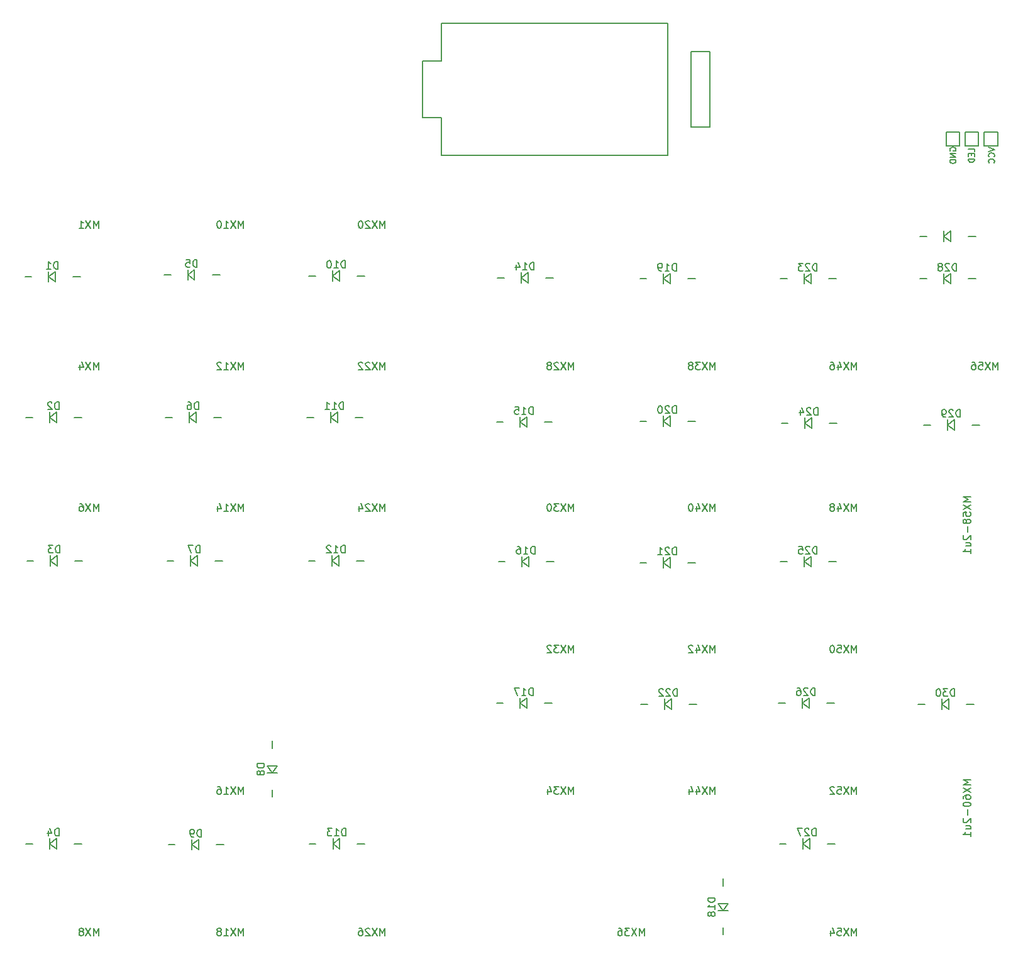
<source format=gbo>
G04 #@! TF.GenerationSoftware,KiCad,Pcbnew,(5.1.5)-3*
G04 #@! TF.CreationDate,2020-03-08T20:15:23-05:00*
G04 #@! TF.ProjectId,MigitePad,4d696769-7465-4506-9164-2e6b69636164,rev?*
G04 #@! TF.SameCoordinates,Original*
G04 #@! TF.FileFunction,Legend,Bot*
G04 #@! TF.FilePolarity,Positive*
%FSLAX46Y46*%
G04 Gerber Fmt 4.6, Leading zero omitted, Abs format (unit mm)*
G04 Created by KiCad (PCBNEW (5.1.5)-3) date 2020-03-08 20:15:23*
%MOMM*%
%LPD*%
G04 APERTURE LIST*
%ADD10C,0.150000*%
%ADD11C,4.802400*%
%ADD12R,2.102000X2.102000*%
%ADD13C,2.102000*%
%ADD14R,3.302000X2.102000*%
%ADD15R,2.100980X2.100980*%
%ADD16C,2.100980*%
%ADD17R,1.902000X1.602000*%
%ADD18R,1.626000X1.626000*%
%ADD19C,3.502000*%
%ADD20C,1.852000*%
%ADD21C,4.089800*%
%ADD22C,0.100000*%
%ADD23R,1.602000X1.902000*%
%ADD24C,3.150000*%
%ADD25C,1.499000*%
%ADD26C,2.202000*%
%ADD27C,1.302000*%
%ADD28C,1.702000*%
%ADD29R,1.702000X1.702000*%
G04 APERTURE END LIST*
D10*
X196729000Y-63500000D02*
X197729000Y-63500000D01*
X191129000Y-63500000D02*
X190229000Y-63500000D01*
X193429000Y-63500000D02*
X194329000Y-62800000D01*
X194329000Y-62800000D02*
X194329000Y-64200000D01*
X194329000Y-64200000D02*
X193429000Y-63500000D01*
X193429000Y-62800000D02*
X193429000Y-64200000D01*
X196291000Y-51319000D02*
X196291000Y-49519000D01*
X196291000Y-49519000D02*
X198091000Y-49519000D01*
X198091000Y-49519000D02*
X198091000Y-51319000D01*
X198091000Y-51319000D02*
X196291000Y-51319000D01*
X193791000Y-51319000D02*
X193791000Y-49519000D01*
X193791000Y-49519000D02*
X195591000Y-49519000D01*
X195591000Y-49519000D02*
X195591000Y-51319000D01*
X195591000Y-51319000D02*
X193791000Y-51319000D01*
X198891000Y-51319000D02*
X198891000Y-49519000D01*
X198891000Y-49519000D02*
X200691000Y-49519000D01*
X200691000Y-49519000D02*
X200691000Y-51319000D01*
X200691000Y-51319000D02*
X198891000Y-51319000D01*
X196475000Y-126492000D02*
X197475000Y-126492000D01*
X189975000Y-126492000D02*
X190875000Y-126492000D01*
X194075000Y-127192000D02*
X194075000Y-125792000D01*
X194075000Y-125792000D02*
X193175000Y-126492000D01*
X193175000Y-126492000D02*
X194075000Y-127192000D01*
X193175000Y-127192000D02*
X193175000Y-125792000D01*
X197237000Y-88900000D02*
X198237000Y-88900000D01*
X190737000Y-88900000D02*
X191637000Y-88900000D01*
X194837000Y-89600000D02*
X194837000Y-88200000D01*
X194837000Y-88200000D02*
X193937000Y-88900000D01*
X193937000Y-88900000D02*
X194837000Y-89600000D01*
X193937000Y-89600000D02*
X193937000Y-88200000D01*
X196729000Y-69215000D02*
X197729000Y-69215000D01*
X190229000Y-69215000D02*
X191129000Y-69215000D01*
X194329000Y-69915000D02*
X194329000Y-68515000D01*
X194329000Y-68515000D02*
X193429000Y-69215000D01*
X193429000Y-69215000D02*
X194329000Y-69915000D01*
X193429000Y-69915000D02*
X193429000Y-68515000D01*
X177806000Y-145288000D02*
X178806000Y-145288000D01*
X171306000Y-145288000D02*
X172206000Y-145288000D01*
X175406000Y-145988000D02*
X175406000Y-144588000D01*
X175406000Y-144588000D02*
X174506000Y-145288000D01*
X174506000Y-145288000D02*
X175406000Y-145988000D01*
X174506000Y-145988000D02*
X174506000Y-144588000D01*
X177679000Y-126365000D02*
X178679000Y-126365000D01*
X171179000Y-126365000D02*
X172079000Y-126365000D01*
X175279000Y-127065000D02*
X175279000Y-125665000D01*
X175279000Y-125665000D02*
X174379000Y-126365000D01*
X174379000Y-126365000D02*
X175279000Y-127065000D01*
X174379000Y-127065000D02*
X174379000Y-125665000D01*
X177933000Y-107315000D02*
X178933000Y-107315000D01*
X171433000Y-107315000D02*
X172333000Y-107315000D01*
X175533000Y-108015000D02*
X175533000Y-106615000D01*
X175533000Y-106615000D02*
X174633000Y-107315000D01*
X174633000Y-107315000D02*
X175533000Y-108015000D01*
X174633000Y-108015000D02*
X174633000Y-106615000D01*
X178060000Y-88646000D02*
X179060000Y-88646000D01*
X171560000Y-88646000D02*
X172460000Y-88646000D01*
X175660000Y-89346000D02*
X175660000Y-87946000D01*
X175660000Y-87946000D02*
X174760000Y-88646000D01*
X174760000Y-88646000D02*
X175660000Y-89346000D01*
X174760000Y-89346000D02*
X174760000Y-87946000D01*
X177933000Y-69215000D02*
X178933000Y-69215000D01*
X171433000Y-69215000D02*
X172333000Y-69215000D01*
X175533000Y-69915000D02*
X175533000Y-68515000D01*
X175533000Y-68515000D02*
X174633000Y-69215000D01*
X174633000Y-69215000D02*
X175533000Y-69915000D01*
X174633000Y-69915000D02*
X174633000Y-68515000D01*
X159137000Y-126492000D02*
X160137000Y-126492000D01*
X152637000Y-126492000D02*
X153537000Y-126492000D01*
X156737000Y-127192000D02*
X156737000Y-125792000D01*
X156737000Y-125792000D02*
X155837000Y-126492000D01*
X155837000Y-126492000D02*
X156737000Y-127192000D01*
X155837000Y-127192000D02*
X155837000Y-125792000D01*
X159010000Y-107442000D02*
X160010000Y-107442000D01*
X152510000Y-107442000D02*
X153410000Y-107442000D01*
X156610000Y-108142000D02*
X156610000Y-106742000D01*
X156610000Y-106742000D02*
X155710000Y-107442000D01*
X155710000Y-107442000D02*
X156610000Y-108142000D01*
X155710000Y-108142000D02*
X155710000Y-106742000D01*
X159010000Y-88392000D02*
X160010000Y-88392000D01*
X152510000Y-88392000D02*
X153410000Y-88392000D01*
X156610000Y-89092000D02*
X156610000Y-87692000D01*
X156610000Y-87692000D02*
X155710000Y-88392000D01*
X155710000Y-88392000D02*
X156610000Y-89092000D01*
X155710000Y-89092000D02*
X155710000Y-87692000D01*
X159010000Y-69215000D02*
X160010000Y-69215000D01*
X152510000Y-69215000D02*
X153410000Y-69215000D01*
X156610000Y-69915000D02*
X156610000Y-68515000D01*
X156610000Y-68515000D02*
X155710000Y-69215000D01*
X155710000Y-69215000D02*
X156610000Y-69915000D01*
X155710000Y-69915000D02*
X155710000Y-68515000D01*
X163703000Y-150997000D02*
X163703000Y-149997000D01*
X163703000Y-157497000D02*
X163703000Y-156597000D01*
X164403000Y-153397000D02*
X163003000Y-153397000D01*
X163003000Y-153397000D02*
X163703000Y-154297000D01*
X163703000Y-154297000D02*
X164403000Y-153397000D01*
X164403000Y-154297000D02*
X163003000Y-154297000D01*
X139706000Y-126365000D02*
X140706000Y-126365000D01*
X133206000Y-126365000D02*
X134106000Y-126365000D01*
X137306000Y-127065000D02*
X137306000Y-125665000D01*
X137306000Y-125665000D02*
X136406000Y-126365000D01*
X136406000Y-126365000D02*
X137306000Y-127065000D01*
X136406000Y-127065000D02*
X136406000Y-125665000D01*
X139960000Y-107315000D02*
X140960000Y-107315000D01*
X133460000Y-107315000D02*
X134360000Y-107315000D01*
X137560000Y-108015000D02*
X137560000Y-106615000D01*
X137560000Y-106615000D02*
X136660000Y-107315000D01*
X136660000Y-107315000D02*
X137560000Y-108015000D01*
X136660000Y-108015000D02*
X136660000Y-106615000D01*
X139706000Y-88519000D02*
X140706000Y-88519000D01*
X133206000Y-88519000D02*
X134106000Y-88519000D01*
X137306000Y-89219000D02*
X137306000Y-87819000D01*
X137306000Y-87819000D02*
X136406000Y-88519000D01*
X136406000Y-88519000D02*
X137306000Y-89219000D01*
X136406000Y-89219000D02*
X136406000Y-87819000D01*
X139833000Y-69088000D02*
X140833000Y-69088000D01*
X133333000Y-69088000D02*
X134233000Y-69088000D01*
X137433000Y-69788000D02*
X137433000Y-68388000D01*
X137433000Y-68388000D02*
X136533000Y-69088000D01*
X136533000Y-69088000D02*
X137433000Y-69788000D01*
X136533000Y-69788000D02*
X136533000Y-68388000D01*
X114482000Y-145288000D02*
X115482000Y-145288000D01*
X107982000Y-145288000D02*
X108882000Y-145288000D01*
X112082000Y-145988000D02*
X112082000Y-144588000D01*
X112082000Y-144588000D02*
X111182000Y-145288000D01*
X111182000Y-145288000D02*
X112082000Y-145988000D01*
X111182000Y-145988000D02*
X111182000Y-144588000D01*
X114384000Y-107188000D02*
X115384000Y-107188000D01*
X107884000Y-107188000D02*
X108784000Y-107188000D01*
X111984000Y-107888000D02*
X111984000Y-106488000D01*
X111984000Y-106488000D02*
X111084000Y-107188000D01*
X111084000Y-107188000D02*
X111984000Y-107888000D01*
X111084000Y-107888000D02*
X111084000Y-106488000D01*
X114179000Y-87884000D02*
X115179000Y-87884000D01*
X107679000Y-87884000D02*
X108579000Y-87884000D01*
X111779000Y-88584000D02*
X111779000Y-87184000D01*
X111779000Y-87184000D02*
X110879000Y-87884000D01*
X110879000Y-87884000D02*
X111779000Y-88584000D01*
X110879000Y-88584000D02*
X110879000Y-87184000D01*
X114433000Y-68834000D02*
X115433000Y-68834000D01*
X107933000Y-68834000D02*
X108833000Y-68834000D01*
X112033000Y-69534000D02*
X112033000Y-68134000D01*
X112033000Y-68134000D02*
X111133000Y-68834000D01*
X111133000Y-68834000D02*
X112033000Y-69534000D01*
X111133000Y-69534000D02*
X111133000Y-68134000D01*
X95510000Y-145415000D02*
X96510000Y-145415000D01*
X89010000Y-145415000D02*
X89910000Y-145415000D01*
X93110000Y-146115000D02*
X93110000Y-144715000D01*
X93110000Y-144715000D02*
X92210000Y-145415000D01*
X92210000Y-145415000D02*
X93110000Y-146115000D01*
X92210000Y-146115000D02*
X92210000Y-144715000D01*
X102997000Y-132455000D02*
X102997000Y-131455000D01*
X102997000Y-138955000D02*
X102997000Y-138055000D01*
X103697000Y-134855000D02*
X102297000Y-134855000D01*
X102297000Y-134855000D02*
X102997000Y-135755000D01*
X102997000Y-135755000D02*
X103697000Y-134855000D01*
X103697000Y-135755000D02*
X102297000Y-135755000D01*
X95334000Y-107188000D02*
X96334000Y-107188000D01*
X88834000Y-107188000D02*
X89734000Y-107188000D01*
X92934000Y-107888000D02*
X92934000Y-106488000D01*
X92934000Y-106488000D02*
X92034000Y-107188000D01*
X92034000Y-107188000D02*
X92934000Y-107888000D01*
X92034000Y-107888000D02*
X92034000Y-106488000D01*
X95129000Y-87884000D02*
X96129000Y-87884000D01*
X88629000Y-87884000D02*
X89529000Y-87884000D01*
X92729000Y-88584000D02*
X92729000Y-87184000D01*
X92729000Y-87184000D02*
X91829000Y-87884000D01*
X91829000Y-87884000D02*
X92729000Y-88584000D01*
X91829000Y-88584000D02*
X91829000Y-87184000D01*
X94953000Y-68707000D02*
X95953000Y-68707000D01*
X88453000Y-68707000D02*
X89353000Y-68707000D01*
X92553000Y-69407000D02*
X92553000Y-68007000D01*
X92553000Y-68007000D02*
X91653000Y-68707000D01*
X91653000Y-68707000D02*
X92553000Y-69407000D01*
X91653000Y-69407000D02*
X91653000Y-68007000D01*
X76333000Y-145288000D02*
X77333000Y-145288000D01*
X69833000Y-145288000D02*
X70733000Y-145288000D01*
X73933000Y-145988000D02*
X73933000Y-144588000D01*
X73933000Y-144588000D02*
X73033000Y-145288000D01*
X73033000Y-145288000D02*
X73933000Y-145988000D01*
X73033000Y-145988000D02*
X73033000Y-144588000D01*
X76460000Y-107188000D02*
X77460000Y-107188000D01*
X69960000Y-107188000D02*
X70860000Y-107188000D01*
X74060000Y-107888000D02*
X74060000Y-106488000D01*
X74060000Y-106488000D02*
X73160000Y-107188000D01*
X73160000Y-107188000D02*
X74060000Y-107888000D01*
X73160000Y-107888000D02*
X73160000Y-106488000D01*
X76333000Y-87884000D02*
X77333000Y-87884000D01*
X69833000Y-87884000D02*
X70733000Y-87884000D01*
X73933000Y-88584000D02*
X73933000Y-87184000D01*
X73933000Y-87184000D02*
X73033000Y-87884000D01*
X73033000Y-87884000D02*
X73933000Y-88584000D01*
X73033000Y-88584000D02*
X73033000Y-87184000D01*
X76206000Y-68961000D02*
X77206000Y-68961000D01*
X69706000Y-68961000D02*
X70606000Y-68961000D01*
X73806000Y-69661000D02*
X73806000Y-68261000D01*
X73806000Y-68261000D02*
X72906000Y-68961000D01*
X72906000Y-68961000D02*
X73806000Y-69661000D01*
X72906000Y-69661000D02*
X72906000Y-68261000D01*
X161925000Y-48768000D02*
X159385000Y-48768000D01*
X161925000Y-38608000D02*
X161925000Y-48768000D01*
X159385000Y-38608000D02*
X161925000Y-38608000D01*
X159385000Y-48768000D02*
X159385000Y-38608000D01*
X125761750Y-34798000D02*
X156241750Y-34798000D01*
X125761750Y-39878000D02*
X125761750Y-34798000D01*
X123221750Y-39878000D02*
X125761750Y-39878000D01*
X123221750Y-47498000D02*
X123221750Y-39878000D01*
X125761750Y-47498000D02*
X123221750Y-47498000D01*
X125761750Y-52578000D02*
X125761750Y-47498000D01*
X156241750Y-52578000D02*
X125761750Y-52578000D01*
X156241750Y-34798000D02*
X156241750Y-52578000D01*
X194291000Y-52009476D02*
X194252904Y-51933285D01*
X194252904Y-51819000D01*
X194291000Y-51704714D01*
X194367190Y-51628523D01*
X194443380Y-51590428D01*
X194595761Y-51552333D01*
X194710047Y-51552333D01*
X194862428Y-51590428D01*
X194938619Y-51628523D01*
X195014809Y-51704714D01*
X195052904Y-51819000D01*
X195052904Y-51895190D01*
X195014809Y-52009476D01*
X194976714Y-52047571D01*
X194710047Y-52047571D01*
X194710047Y-51895190D01*
X195052904Y-52390428D02*
X194252904Y-52390428D01*
X195052904Y-52847571D01*
X194252904Y-52847571D01*
X195052904Y-53228523D02*
X194252904Y-53228523D01*
X194252904Y-53419000D01*
X194291000Y-53533285D01*
X194367190Y-53609476D01*
X194443380Y-53647571D01*
X194595761Y-53685666D01*
X194710047Y-53685666D01*
X194862428Y-53647571D01*
X194938619Y-53609476D01*
X195014809Y-53533285D01*
X195052904Y-53419000D01*
X195052904Y-53228523D01*
X197552904Y-52104714D02*
X197552904Y-51723761D01*
X196752904Y-51723761D01*
X197133857Y-52371380D02*
X197133857Y-52638047D01*
X197552904Y-52752333D02*
X197552904Y-52371380D01*
X196752904Y-52371380D01*
X196752904Y-52752333D01*
X197552904Y-53095190D02*
X196752904Y-53095190D01*
X196752904Y-53285666D01*
X196791000Y-53399952D01*
X196867190Y-53476142D01*
X196943380Y-53514238D01*
X197095761Y-53552333D01*
X197210047Y-53552333D01*
X197362428Y-53514238D01*
X197438619Y-53476142D01*
X197514809Y-53399952D01*
X197552904Y-53285666D01*
X197552904Y-53095190D01*
X199452904Y-51552333D02*
X200252904Y-51819000D01*
X199452904Y-52085666D01*
X200176714Y-52809476D02*
X200214809Y-52771380D01*
X200252904Y-52657095D01*
X200252904Y-52580904D01*
X200214809Y-52466619D01*
X200138619Y-52390428D01*
X200062428Y-52352333D01*
X199910047Y-52314238D01*
X199795761Y-52314238D01*
X199643380Y-52352333D01*
X199567190Y-52390428D01*
X199491000Y-52466619D01*
X199452904Y-52580904D01*
X199452904Y-52657095D01*
X199491000Y-52771380D01*
X199529095Y-52809476D01*
X200176714Y-53609476D02*
X200214809Y-53571380D01*
X200252904Y-53457095D01*
X200252904Y-53380904D01*
X200214809Y-53266619D01*
X200138619Y-53190428D01*
X200062428Y-53152333D01*
X199910047Y-53114238D01*
X199795761Y-53114238D01*
X199643380Y-53152333D01*
X199567190Y-53190428D01*
X199491000Y-53266619D01*
X199452904Y-53380904D01*
X199452904Y-53457095D01*
X199491000Y-53571380D01*
X199529095Y-53609476D01*
X197035380Y-136702285D02*
X196035380Y-136702285D01*
X196749666Y-137035619D01*
X196035380Y-137368952D01*
X197035380Y-137368952D01*
X196035380Y-137749904D02*
X197035380Y-138416571D01*
X196035380Y-138416571D02*
X197035380Y-137749904D01*
X196035380Y-139226095D02*
X196035380Y-139035619D01*
X196083000Y-138940380D01*
X196130619Y-138892761D01*
X196273476Y-138797523D01*
X196463952Y-138749904D01*
X196844904Y-138749904D01*
X196940142Y-138797523D01*
X196987761Y-138845142D01*
X197035380Y-138940380D01*
X197035380Y-139130857D01*
X196987761Y-139226095D01*
X196940142Y-139273714D01*
X196844904Y-139321333D01*
X196606809Y-139321333D01*
X196511571Y-139273714D01*
X196463952Y-139226095D01*
X196416333Y-139130857D01*
X196416333Y-138940380D01*
X196463952Y-138845142D01*
X196511571Y-138797523D01*
X196606809Y-138749904D01*
X196035380Y-139940380D02*
X196035380Y-140035619D01*
X196083000Y-140130857D01*
X196130619Y-140178476D01*
X196225857Y-140226095D01*
X196416333Y-140273714D01*
X196654428Y-140273714D01*
X196844904Y-140226095D01*
X196940142Y-140178476D01*
X196987761Y-140130857D01*
X197035380Y-140035619D01*
X197035380Y-139940380D01*
X196987761Y-139845142D01*
X196940142Y-139797523D01*
X196844904Y-139749904D01*
X196654428Y-139702285D01*
X196416333Y-139702285D01*
X196225857Y-139749904D01*
X196130619Y-139797523D01*
X196083000Y-139845142D01*
X196035380Y-139940380D01*
X196654428Y-140702285D02*
X196654428Y-141464190D01*
X196130619Y-141892761D02*
X196083000Y-141940380D01*
X196035380Y-142035619D01*
X196035380Y-142273714D01*
X196083000Y-142368952D01*
X196130619Y-142416571D01*
X196225857Y-142464190D01*
X196321095Y-142464190D01*
X196463952Y-142416571D01*
X197035380Y-141845142D01*
X197035380Y-142464190D01*
X196368714Y-143321333D02*
X197035380Y-143321333D01*
X196368714Y-142892761D02*
X196892523Y-142892761D01*
X196987761Y-142940380D01*
X197035380Y-143035619D01*
X197035380Y-143178476D01*
X196987761Y-143273714D01*
X196940142Y-143321333D01*
X197035380Y-144321333D02*
X197035380Y-143749904D01*
X197035380Y-144035619D02*
X196035380Y-144035619D01*
X196178238Y-143940380D01*
X196273476Y-143845142D01*
X196321095Y-143749904D01*
X197035380Y-98602285D02*
X196035380Y-98602285D01*
X196749666Y-98935619D01*
X196035380Y-99268952D01*
X197035380Y-99268952D01*
X196035380Y-99649904D02*
X197035380Y-100316571D01*
X196035380Y-100316571D02*
X197035380Y-99649904D01*
X196035380Y-101173714D02*
X196035380Y-100697523D01*
X196511571Y-100649904D01*
X196463952Y-100697523D01*
X196416333Y-100792761D01*
X196416333Y-101030857D01*
X196463952Y-101126095D01*
X196511571Y-101173714D01*
X196606809Y-101221333D01*
X196844904Y-101221333D01*
X196940142Y-101173714D01*
X196987761Y-101126095D01*
X197035380Y-101030857D01*
X197035380Y-100792761D01*
X196987761Y-100697523D01*
X196940142Y-100649904D01*
X196463952Y-101792761D02*
X196416333Y-101697523D01*
X196368714Y-101649904D01*
X196273476Y-101602285D01*
X196225857Y-101602285D01*
X196130619Y-101649904D01*
X196083000Y-101697523D01*
X196035380Y-101792761D01*
X196035380Y-101983238D01*
X196083000Y-102078476D01*
X196130619Y-102126095D01*
X196225857Y-102173714D01*
X196273476Y-102173714D01*
X196368714Y-102126095D01*
X196416333Y-102078476D01*
X196463952Y-101983238D01*
X196463952Y-101792761D01*
X196511571Y-101697523D01*
X196559190Y-101649904D01*
X196654428Y-101602285D01*
X196844904Y-101602285D01*
X196940142Y-101649904D01*
X196987761Y-101697523D01*
X197035380Y-101792761D01*
X197035380Y-101983238D01*
X196987761Y-102078476D01*
X196940142Y-102126095D01*
X196844904Y-102173714D01*
X196654428Y-102173714D01*
X196559190Y-102126095D01*
X196511571Y-102078476D01*
X196463952Y-101983238D01*
X196654428Y-102602285D02*
X196654428Y-103364190D01*
X196130619Y-103792761D02*
X196083000Y-103840380D01*
X196035380Y-103935619D01*
X196035380Y-104173714D01*
X196083000Y-104268952D01*
X196130619Y-104316571D01*
X196225857Y-104364190D01*
X196321095Y-104364190D01*
X196463952Y-104316571D01*
X197035380Y-103745142D01*
X197035380Y-104364190D01*
X196368714Y-105221333D02*
X197035380Y-105221333D01*
X196368714Y-104792761D02*
X196892523Y-104792761D01*
X196987761Y-104840380D01*
X197035380Y-104935619D01*
X197035380Y-105078476D01*
X196987761Y-105173714D01*
X196940142Y-105221333D01*
X197035380Y-106221333D02*
X197035380Y-105649904D01*
X197035380Y-105935619D02*
X196035380Y-105935619D01*
X196178238Y-105840380D01*
X196273476Y-105745142D01*
X196321095Y-105649904D01*
X200744904Y-81465380D02*
X200744904Y-80465380D01*
X200411571Y-81179666D01*
X200078238Y-80465380D01*
X200078238Y-81465380D01*
X199697285Y-80465380D02*
X199030619Y-81465380D01*
X199030619Y-80465380D02*
X199697285Y-81465380D01*
X198173476Y-80465380D02*
X198649666Y-80465380D01*
X198697285Y-80941571D01*
X198649666Y-80893952D01*
X198554428Y-80846333D01*
X198316333Y-80846333D01*
X198221095Y-80893952D01*
X198173476Y-80941571D01*
X198125857Y-81036809D01*
X198125857Y-81274904D01*
X198173476Y-81370142D01*
X198221095Y-81417761D01*
X198316333Y-81465380D01*
X198554428Y-81465380D01*
X198649666Y-81417761D01*
X198697285Y-81370142D01*
X197268714Y-80465380D02*
X197459190Y-80465380D01*
X197554428Y-80513000D01*
X197602047Y-80560619D01*
X197697285Y-80703476D01*
X197744904Y-80893952D01*
X197744904Y-81274904D01*
X197697285Y-81370142D01*
X197649666Y-81417761D01*
X197554428Y-81465380D01*
X197363952Y-81465380D01*
X197268714Y-81417761D01*
X197221095Y-81370142D01*
X197173476Y-81274904D01*
X197173476Y-81036809D01*
X197221095Y-80941571D01*
X197268714Y-80893952D01*
X197363952Y-80846333D01*
X197554428Y-80846333D01*
X197649666Y-80893952D01*
X197697285Y-80941571D01*
X197744904Y-81036809D01*
X181694904Y-157665380D02*
X181694904Y-156665380D01*
X181361571Y-157379666D01*
X181028238Y-156665380D01*
X181028238Y-157665380D01*
X180647285Y-156665380D02*
X179980619Y-157665380D01*
X179980619Y-156665380D02*
X180647285Y-157665380D01*
X179123476Y-156665380D02*
X179599666Y-156665380D01*
X179647285Y-157141571D01*
X179599666Y-157093952D01*
X179504428Y-157046333D01*
X179266333Y-157046333D01*
X179171095Y-157093952D01*
X179123476Y-157141571D01*
X179075857Y-157236809D01*
X179075857Y-157474904D01*
X179123476Y-157570142D01*
X179171095Y-157617761D01*
X179266333Y-157665380D01*
X179504428Y-157665380D01*
X179599666Y-157617761D01*
X179647285Y-157570142D01*
X178218714Y-156998714D02*
X178218714Y-157665380D01*
X178456809Y-156617761D02*
X178694904Y-157332047D01*
X178075857Y-157332047D01*
X181694904Y-138615380D02*
X181694904Y-137615380D01*
X181361571Y-138329666D01*
X181028238Y-137615380D01*
X181028238Y-138615380D01*
X180647285Y-137615380D02*
X179980619Y-138615380D01*
X179980619Y-137615380D02*
X180647285Y-138615380D01*
X179123476Y-137615380D02*
X179599666Y-137615380D01*
X179647285Y-138091571D01*
X179599666Y-138043952D01*
X179504428Y-137996333D01*
X179266333Y-137996333D01*
X179171095Y-138043952D01*
X179123476Y-138091571D01*
X179075857Y-138186809D01*
X179075857Y-138424904D01*
X179123476Y-138520142D01*
X179171095Y-138567761D01*
X179266333Y-138615380D01*
X179504428Y-138615380D01*
X179599666Y-138567761D01*
X179647285Y-138520142D01*
X178694904Y-137710619D02*
X178647285Y-137663000D01*
X178552047Y-137615380D01*
X178313952Y-137615380D01*
X178218714Y-137663000D01*
X178171095Y-137710619D01*
X178123476Y-137805857D01*
X178123476Y-137901095D01*
X178171095Y-138043952D01*
X178742523Y-138615380D01*
X178123476Y-138615380D01*
X181694904Y-119565380D02*
X181694904Y-118565380D01*
X181361571Y-119279666D01*
X181028238Y-118565380D01*
X181028238Y-119565380D01*
X180647285Y-118565380D02*
X179980619Y-119565380D01*
X179980619Y-118565380D02*
X180647285Y-119565380D01*
X179123476Y-118565380D02*
X179599666Y-118565380D01*
X179647285Y-119041571D01*
X179599666Y-118993952D01*
X179504428Y-118946333D01*
X179266333Y-118946333D01*
X179171095Y-118993952D01*
X179123476Y-119041571D01*
X179075857Y-119136809D01*
X179075857Y-119374904D01*
X179123476Y-119470142D01*
X179171095Y-119517761D01*
X179266333Y-119565380D01*
X179504428Y-119565380D01*
X179599666Y-119517761D01*
X179647285Y-119470142D01*
X178456809Y-118565380D02*
X178361571Y-118565380D01*
X178266333Y-118613000D01*
X178218714Y-118660619D01*
X178171095Y-118755857D01*
X178123476Y-118946333D01*
X178123476Y-119184428D01*
X178171095Y-119374904D01*
X178218714Y-119470142D01*
X178266333Y-119517761D01*
X178361571Y-119565380D01*
X178456809Y-119565380D01*
X178552047Y-119517761D01*
X178599666Y-119470142D01*
X178647285Y-119374904D01*
X178694904Y-119184428D01*
X178694904Y-118946333D01*
X178647285Y-118755857D01*
X178599666Y-118660619D01*
X178552047Y-118613000D01*
X178456809Y-118565380D01*
X181694904Y-100515380D02*
X181694904Y-99515380D01*
X181361571Y-100229666D01*
X181028238Y-99515380D01*
X181028238Y-100515380D01*
X180647285Y-99515380D02*
X179980619Y-100515380D01*
X179980619Y-99515380D02*
X180647285Y-100515380D01*
X179171095Y-99848714D02*
X179171095Y-100515380D01*
X179409190Y-99467761D02*
X179647285Y-100182047D01*
X179028238Y-100182047D01*
X178504428Y-99943952D02*
X178599666Y-99896333D01*
X178647285Y-99848714D01*
X178694904Y-99753476D01*
X178694904Y-99705857D01*
X178647285Y-99610619D01*
X178599666Y-99563000D01*
X178504428Y-99515380D01*
X178313952Y-99515380D01*
X178218714Y-99563000D01*
X178171095Y-99610619D01*
X178123476Y-99705857D01*
X178123476Y-99753476D01*
X178171095Y-99848714D01*
X178218714Y-99896333D01*
X178313952Y-99943952D01*
X178504428Y-99943952D01*
X178599666Y-99991571D01*
X178647285Y-100039190D01*
X178694904Y-100134428D01*
X178694904Y-100324904D01*
X178647285Y-100420142D01*
X178599666Y-100467761D01*
X178504428Y-100515380D01*
X178313952Y-100515380D01*
X178218714Y-100467761D01*
X178171095Y-100420142D01*
X178123476Y-100324904D01*
X178123476Y-100134428D01*
X178171095Y-100039190D01*
X178218714Y-99991571D01*
X178313952Y-99943952D01*
X181694904Y-81465380D02*
X181694904Y-80465380D01*
X181361571Y-81179666D01*
X181028238Y-80465380D01*
X181028238Y-81465380D01*
X180647285Y-80465380D02*
X179980619Y-81465380D01*
X179980619Y-80465380D02*
X180647285Y-81465380D01*
X179171095Y-80798714D02*
X179171095Y-81465380D01*
X179409190Y-80417761D02*
X179647285Y-81132047D01*
X179028238Y-81132047D01*
X178218714Y-80465380D02*
X178409190Y-80465380D01*
X178504428Y-80513000D01*
X178552047Y-80560619D01*
X178647285Y-80703476D01*
X178694904Y-80893952D01*
X178694904Y-81274904D01*
X178647285Y-81370142D01*
X178599666Y-81417761D01*
X178504428Y-81465380D01*
X178313952Y-81465380D01*
X178218714Y-81417761D01*
X178171095Y-81370142D01*
X178123476Y-81274904D01*
X178123476Y-81036809D01*
X178171095Y-80941571D01*
X178218714Y-80893952D01*
X178313952Y-80846333D01*
X178504428Y-80846333D01*
X178599666Y-80893952D01*
X178647285Y-80941571D01*
X178694904Y-81036809D01*
X162644904Y-138615380D02*
X162644904Y-137615380D01*
X162311571Y-138329666D01*
X161978238Y-137615380D01*
X161978238Y-138615380D01*
X161597285Y-137615380D02*
X160930619Y-138615380D01*
X160930619Y-137615380D02*
X161597285Y-138615380D01*
X160121095Y-137948714D02*
X160121095Y-138615380D01*
X160359190Y-137567761D02*
X160597285Y-138282047D01*
X159978238Y-138282047D01*
X159168714Y-137948714D02*
X159168714Y-138615380D01*
X159406809Y-137567761D02*
X159644904Y-138282047D01*
X159025857Y-138282047D01*
X162644904Y-119565380D02*
X162644904Y-118565380D01*
X162311571Y-119279666D01*
X161978238Y-118565380D01*
X161978238Y-119565380D01*
X161597285Y-118565380D02*
X160930619Y-119565380D01*
X160930619Y-118565380D02*
X161597285Y-119565380D01*
X160121095Y-118898714D02*
X160121095Y-119565380D01*
X160359190Y-118517761D02*
X160597285Y-119232047D01*
X159978238Y-119232047D01*
X159644904Y-118660619D02*
X159597285Y-118613000D01*
X159502047Y-118565380D01*
X159263952Y-118565380D01*
X159168714Y-118613000D01*
X159121095Y-118660619D01*
X159073476Y-118755857D01*
X159073476Y-118851095D01*
X159121095Y-118993952D01*
X159692523Y-119565380D01*
X159073476Y-119565380D01*
X162644904Y-100515380D02*
X162644904Y-99515380D01*
X162311571Y-100229666D01*
X161978238Y-99515380D01*
X161978238Y-100515380D01*
X161597285Y-99515380D02*
X160930619Y-100515380D01*
X160930619Y-99515380D02*
X161597285Y-100515380D01*
X160121095Y-99848714D02*
X160121095Y-100515380D01*
X160359190Y-99467761D02*
X160597285Y-100182047D01*
X159978238Y-100182047D01*
X159406809Y-99515380D02*
X159311571Y-99515380D01*
X159216333Y-99563000D01*
X159168714Y-99610619D01*
X159121095Y-99705857D01*
X159073476Y-99896333D01*
X159073476Y-100134428D01*
X159121095Y-100324904D01*
X159168714Y-100420142D01*
X159216333Y-100467761D01*
X159311571Y-100515380D01*
X159406809Y-100515380D01*
X159502047Y-100467761D01*
X159549666Y-100420142D01*
X159597285Y-100324904D01*
X159644904Y-100134428D01*
X159644904Y-99896333D01*
X159597285Y-99705857D01*
X159549666Y-99610619D01*
X159502047Y-99563000D01*
X159406809Y-99515380D01*
X162644904Y-81465380D02*
X162644904Y-80465380D01*
X162311571Y-81179666D01*
X161978238Y-80465380D01*
X161978238Y-81465380D01*
X161597285Y-80465380D02*
X160930619Y-81465380D01*
X160930619Y-80465380D02*
X161597285Y-81465380D01*
X160644904Y-80465380D02*
X160025857Y-80465380D01*
X160359190Y-80846333D01*
X160216333Y-80846333D01*
X160121095Y-80893952D01*
X160073476Y-80941571D01*
X160025857Y-81036809D01*
X160025857Y-81274904D01*
X160073476Y-81370142D01*
X160121095Y-81417761D01*
X160216333Y-81465380D01*
X160502047Y-81465380D01*
X160597285Y-81417761D01*
X160644904Y-81370142D01*
X159454428Y-80893952D02*
X159549666Y-80846333D01*
X159597285Y-80798714D01*
X159644904Y-80703476D01*
X159644904Y-80655857D01*
X159597285Y-80560619D01*
X159549666Y-80513000D01*
X159454428Y-80465380D01*
X159263952Y-80465380D01*
X159168714Y-80513000D01*
X159121095Y-80560619D01*
X159073476Y-80655857D01*
X159073476Y-80703476D01*
X159121095Y-80798714D01*
X159168714Y-80846333D01*
X159263952Y-80893952D01*
X159454428Y-80893952D01*
X159549666Y-80941571D01*
X159597285Y-80989190D01*
X159644904Y-81084428D01*
X159644904Y-81274904D01*
X159597285Y-81370142D01*
X159549666Y-81417761D01*
X159454428Y-81465380D01*
X159263952Y-81465380D01*
X159168714Y-81417761D01*
X159121095Y-81370142D01*
X159073476Y-81274904D01*
X159073476Y-81084428D01*
X159121095Y-80989190D01*
X159168714Y-80941571D01*
X159263952Y-80893952D01*
X153119904Y-157665380D02*
X153119904Y-156665380D01*
X152786571Y-157379666D01*
X152453238Y-156665380D01*
X152453238Y-157665380D01*
X152072285Y-156665380D02*
X151405619Y-157665380D01*
X151405619Y-156665380D02*
X152072285Y-157665380D01*
X151119904Y-156665380D02*
X150500857Y-156665380D01*
X150834190Y-157046333D01*
X150691333Y-157046333D01*
X150596095Y-157093952D01*
X150548476Y-157141571D01*
X150500857Y-157236809D01*
X150500857Y-157474904D01*
X150548476Y-157570142D01*
X150596095Y-157617761D01*
X150691333Y-157665380D01*
X150977047Y-157665380D01*
X151072285Y-157617761D01*
X151119904Y-157570142D01*
X149643714Y-156665380D02*
X149834190Y-156665380D01*
X149929428Y-156713000D01*
X149977047Y-156760619D01*
X150072285Y-156903476D01*
X150119904Y-157093952D01*
X150119904Y-157474904D01*
X150072285Y-157570142D01*
X150024666Y-157617761D01*
X149929428Y-157665380D01*
X149738952Y-157665380D01*
X149643714Y-157617761D01*
X149596095Y-157570142D01*
X149548476Y-157474904D01*
X149548476Y-157236809D01*
X149596095Y-157141571D01*
X149643714Y-157093952D01*
X149738952Y-157046333D01*
X149929428Y-157046333D01*
X150024666Y-157093952D01*
X150072285Y-157141571D01*
X150119904Y-157236809D01*
X143594904Y-138615380D02*
X143594904Y-137615380D01*
X143261571Y-138329666D01*
X142928238Y-137615380D01*
X142928238Y-138615380D01*
X142547285Y-137615380D02*
X141880619Y-138615380D01*
X141880619Y-137615380D02*
X142547285Y-138615380D01*
X141594904Y-137615380D02*
X140975857Y-137615380D01*
X141309190Y-137996333D01*
X141166333Y-137996333D01*
X141071095Y-138043952D01*
X141023476Y-138091571D01*
X140975857Y-138186809D01*
X140975857Y-138424904D01*
X141023476Y-138520142D01*
X141071095Y-138567761D01*
X141166333Y-138615380D01*
X141452047Y-138615380D01*
X141547285Y-138567761D01*
X141594904Y-138520142D01*
X140118714Y-137948714D02*
X140118714Y-138615380D01*
X140356809Y-137567761D02*
X140594904Y-138282047D01*
X139975857Y-138282047D01*
X143594904Y-119565380D02*
X143594904Y-118565380D01*
X143261571Y-119279666D01*
X142928238Y-118565380D01*
X142928238Y-119565380D01*
X142547285Y-118565380D02*
X141880619Y-119565380D01*
X141880619Y-118565380D02*
X142547285Y-119565380D01*
X141594904Y-118565380D02*
X140975857Y-118565380D01*
X141309190Y-118946333D01*
X141166333Y-118946333D01*
X141071095Y-118993952D01*
X141023476Y-119041571D01*
X140975857Y-119136809D01*
X140975857Y-119374904D01*
X141023476Y-119470142D01*
X141071095Y-119517761D01*
X141166333Y-119565380D01*
X141452047Y-119565380D01*
X141547285Y-119517761D01*
X141594904Y-119470142D01*
X140594904Y-118660619D02*
X140547285Y-118613000D01*
X140452047Y-118565380D01*
X140213952Y-118565380D01*
X140118714Y-118613000D01*
X140071095Y-118660619D01*
X140023476Y-118755857D01*
X140023476Y-118851095D01*
X140071095Y-118993952D01*
X140642523Y-119565380D01*
X140023476Y-119565380D01*
X143594904Y-100515380D02*
X143594904Y-99515380D01*
X143261571Y-100229666D01*
X142928238Y-99515380D01*
X142928238Y-100515380D01*
X142547285Y-99515380D02*
X141880619Y-100515380D01*
X141880619Y-99515380D02*
X142547285Y-100515380D01*
X141594904Y-99515380D02*
X140975857Y-99515380D01*
X141309190Y-99896333D01*
X141166333Y-99896333D01*
X141071095Y-99943952D01*
X141023476Y-99991571D01*
X140975857Y-100086809D01*
X140975857Y-100324904D01*
X141023476Y-100420142D01*
X141071095Y-100467761D01*
X141166333Y-100515380D01*
X141452047Y-100515380D01*
X141547285Y-100467761D01*
X141594904Y-100420142D01*
X140356809Y-99515380D02*
X140261571Y-99515380D01*
X140166333Y-99563000D01*
X140118714Y-99610619D01*
X140071095Y-99705857D01*
X140023476Y-99896333D01*
X140023476Y-100134428D01*
X140071095Y-100324904D01*
X140118714Y-100420142D01*
X140166333Y-100467761D01*
X140261571Y-100515380D01*
X140356809Y-100515380D01*
X140452047Y-100467761D01*
X140499666Y-100420142D01*
X140547285Y-100324904D01*
X140594904Y-100134428D01*
X140594904Y-99896333D01*
X140547285Y-99705857D01*
X140499666Y-99610619D01*
X140452047Y-99563000D01*
X140356809Y-99515380D01*
X143594904Y-81465380D02*
X143594904Y-80465380D01*
X143261571Y-81179666D01*
X142928238Y-80465380D01*
X142928238Y-81465380D01*
X142547285Y-80465380D02*
X141880619Y-81465380D01*
X141880619Y-80465380D02*
X142547285Y-81465380D01*
X141547285Y-80560619D02*
X141499666Y-80513000D01*
X141404428Y-80465380D01*
X141166333Y-80465380D01*
X141071095Y-80513000D01*
X141023476Y-80560619D01*
X140975857Y-80655857D01*
X140975857Y-80751095D01*
X141023476Y-80893952D01*
X141594904Y-81465380D01*
X140975857Y-81465380D01*
X140404428Y-80893952D02*
X140499666Y-80846333D01*
X140547285Y-80798714D01*
X140594904Y-80703476D01*
X140594904Y-80655857D01*
X140547285Y-80560619D01*
X140499666Y-80513000D01*
X140404428Y-80465380D01*
X140213952Y-80465380D01*
X140118714Y-80513000D01*
X140071095Y-80560619D01*
X140023476Y-80655857D01*
X140023476Y-80703476D01*
X140071095Y-80798714D01*
X140118714Y-80846333D01*
X140213952Y-80893952D01*
X140404428Y-80893952D01*
X140499666Y-80941571D01*
X140547285Y-80989190D01*
X140594904Y-81084428D01*
X140594904Y-81274904D01*
X140547285Y-81370142D01*
X140499666Y-81417761D01*
X140404428Y-81465380D01*
X140213952Y-81465380D01*
X140118714Y-81417761D01*
X140071095Y-81370142D01*
X140023476Y-81274904D01*
X140023476Y-81084428D01*
X140071095Y-80989190D01*
X140118714Y-80941571D01*
X140213952Y-80893952D01*
X118194904Y-157665380D02*
X118194904Y-156665380D01*
X117861571Y-157379666D01*
X117528238Y-156665380D01*
X117528238Y-157665380D01*
X117147285Y-156665380D02*
X116480619Y-157665380D01*
X116480619Y-156665380D02*
X117147285Y-157665380D01*
X116147285Y-156760619D02*
X116099666Y-156713000D01*
X116004428Y-156665380D01*
X115766333Y-156665380D01*
X115671095Y-156713000D01*
X115623476Y-156760619D01*
X115575857Y-156855857D01*
X115575857Y-156951095D01*
X115623476Y-157093952D01*
X116194904Y-157665380D01*
X115575857Y-157665380D01*
X114718714Y-156665380D02*
X114909190Y-156665380D01*
X115004428Y-156713000D01*
X115052047Y-156760619D01*
X115147285Y-156903476D01*
X115194904Y-157093952D01*
X115194904Y-157474904D01*
X115147285Y-157570142D01*
X115099666Y-157617761D01*
X115004428Y-157665380D01*
X114813952Y-157665380D01*
X114718714Y-157617761D01*
X114671095Y-157570142D01*
X114623476Y-157474904D01*
X114623476Y-157236809D01*
X114671095Y-157141571D01*
X114718714Y-157093952D01*
X114813952Y-157046333D01*
X115004428Y-157046333D01*
X115099666Y-157093952D01*
X115147285Y-157141571D01*
X115194904Y-157236809D01*
X118194904Y-100515380D02*
X118194904Y-99515380D01*
X117861571Y-100229666D01*
X117528238Y-99515380D01*
X117528238Y-100515380D01*
X117147285Y-99515380D02*
X116480619Y-100515380D01*
X116480619Y-99515380D02*
X117147285Y-100515380D01*
X116147285Y-99610619D02*
X116099666Y-99563000D01*
X116004428Y-99515380D01*
X115766333Y-99515380D01*
X115671095Y-99563000D01*
X115623476Y-99610619D01*
X115575857Y-99705857D01*
X115575857Y-99801095D01*
X115623476Y-99943952D01*
X116194904Y-100515380D01*
X115575857Y-100515380D01*
X114718714Y-99848714D02*
X114718714Y-100515380D01*
X114956809Y-99467761D02*
X115194904Y-100182047D01*
X114575857Y-100182047D01*
X118194904Y-81465380D02*
X118194904Y-80465380D01*
X117861571Y-81179666D01*
X117528238Y-80465380D01*
X117528238Y-81465380D01*
X117147285Y-80465380D02*
X116480619Y-81465380D01*
X116480619Y-80465380D02*
X117147285Y-81465380D01*
X116147285Y-80560619D02*
X116099666Y-80513000D01*
X116004428Y-80465380D01*
X115766333Y-80465380D01*
X115671095Y-80513000D01*
X115623476Y-80560619D01*
X115575857Y-80655857D01*
X115575857Y-80751095D01*
X115623476Y-80893952D01*
X116194904Y-81465380D01*
X115575857Y-81465380D01*
X115194904Y-80560619D02*
X115147285Y-80513000D01*
X115052047Y-80465380D01*
X114813952Y-80465380D01*
X114718714Y-80513000D01*
X114671095Y-80560619D01*
X114623476Y-80655857D01*
X114623476Y-80751095D01*
X114671095Y-80893952D01*
X115242523Y-81465380D01*
X114623476Y-81465380D01*
X118194904Y-62415380D02*
X118194904Y-61415380D01*
X117861571Y-62129666D01*
X117528238Y-61415380D01*
X117528238Y-62415380D01*
X117147285Y-61415380D02*
X116480619Y-62415380D01*
X116480619Y-61415380D02*
X117147285Y-62415380D01*
X116147285Y-61510619D02*
X116099666Y-61463000D01*
X116004428Y-61415380D01*
X115766333Y-61415380D01*
X115671095Y-61463000D01*
X115623476Y-61510619D01*
X115575857Y-61605857D01*
X115575857Y-61701095D01*
X115623476Y-61843952D01*
X116194904Y-62415380D01*
X115575857Y-62415380D01*
X114956809Y-61415380D02*
X114861571Y-61415380D01*
X114766333Y-61463000D01*
X114718714Y-61510619D01*
X114671095Y-61605857D01*
X114623476Y-61796333D01*
X114623476Y-62034428D01*
X114671095Y-62224904D01*
X114718714Y-62320142D01*
X114766333Y-62367761D01*
X114861571Y-62415380D01*
X114956809Y-62415380D01*
X115052047Y-62367761D01*
X115099666Y-62320142D01*
X115147285Y-62224904D01*
X115194904Y-62034428D01*
X115194904Y-61796333D01*
X115147285Y-61605857D01*
X115099666Y-61510619D01*
X115052047Y-61463000D01*
X114956809Y-61415380D01*
X99144904Y-157665380D02*
X99144904Y-156665380D01*
X98811571Y-157379666D01*
X98478238Y-156665380D01*
X98478238Y-157665380D01*
X98097285Y-156665380D02*
X97430619Y-157665380D01*
X97430619Y-156665380D02*
X98097285Y-157665380D01*
X96525857Y-157665380D02*
X97097285Y-157665380D01*
X96811571Y-157665380D02*
X96811571Y-156665380D01*
X96906809Y-156808238D01*
X97002047Y-156903476D01*
X97097285Y-156951095D01*
X95954428Y-157093952D02*
X96049666Y-157046333D01*
X96097285Y-156998714D01*
X96144904Y-156903476D01*
X96144904Y-156855857D01*
X96097285Y-156760619D01*
X96049666Y-156713000D01*
X95954428Y-156665380D01*
X95763952Y-156665380D01*
X95668714Y-156713000D01*
X95621095Y-156760619D01*
X95573476Y-156855857D01*
X95573476Y-156903476D01*
X95621095Y-156998714D01*
X95668714Y-157046333D01*
X95763952Y-157093952D01*
X95954428Y-157093952D01*
X96049666Y-157141571D01*
X96097285Y-157189190D01*
X96144904Y-157284428D01*
X96144904Y-157474904D01*
X96097285Y-157570142D01*
X96049666Y-157617761D01*
X95954428Y-157665380D01*
X95763952Y-157665380D01*
X95668714Y-157617761D01*
X95621095Y-157570142D01*
X95573476Y-157474904D01*
X95573476Y-157284428D01*
X95621095Y-157189190D01*
X95668714Y-157141571D01*
X95763952Y-157093952D01*
X99144904Y-138615380D02*
X99144904Y-137615380D01*
X98811571Y-138329666D01*
X98478238Y-137615380D01*
X98478238Y-138615380D01*
X98097285Y-137615380D02*
X97430619Y-138615380D01*
X97430619Y-137615380D02*
X98097285Y-138615380D01*
X96525857Y-138615380D02*
X97097285Y-138615380D01*
X96811571Y-138615380D02*
X96811571Y-137615380D01*
X96906809Y-137758238D01*
X97002047Y-137853476D01*
X97097285Y-137901095D01*
X95668714Y-137615380D02*
X95859190Y-137615380D01*
X95954428Y-137663000D01*
X96002047Y-137710619D01*
X96097285Y-137853476D01*
X96144904Y-138043952D01*
X96144904Y-138424904D01*
X96097285Y-138520142D01*
X96049666Y-138567761D01*
X95954428Y-138615380D01*
X95763952Y-138615380D01*
X95668714Y-138567761D01*
X95621095Y-138520142D01*
X95573476Y-138424904D01*
X95573476Y-138186809D01*
X95621095Y-138091571D01*
X95668714Y-138043952D01*
X95763952Y-137996333D01*
X95954428Y-137996333D01*
X96049666Y-138043952D01*
X96097285Y-138091571D01*
X96144904Y-138186809D01*
X99144904Y-100515380D02*
X99144904Y-99515380D01*
X98811571Y-100229666D01*
X98478238Y-99515380D01*
X98478238Y-100515380D01*
X98097285Y-99515380D02*
X97430619Y-100515380D01*
X97430619Y-99515380D02*
X98097285Y-100515380D01*
X96525857Y-100515380D02*
X97097285Y-100515380D01*
X96811571Y-100515380D02*
X96811571Y-99515380D01*
X96906809Y-99658238D01*
X97002047Y-99753476D01*
X97097285Y-99801095D01*
X95668714Y-99848714D02*
X95668714Y-100515380D01*
X95906809Y-99467761D02*
X96144904Y-100182047D01*
X95525857Y-100182047D01*
X99144904Y-81465380D02*
X99144904Y-80465380D01*
X98811571Y-81179666D01*
X98478238Y-80465380D01*
X98478238Y-81465380D01*
X98097285Y-80465380D02*
X97430619Y-81465380D01*
X97430619Y-80465380D02*
X98097285Y-81465380D01*
X96525857Y-81465380D02*
X97097285Y-81465380D01*
X96811571Y-81465380D02*
X96811571Y-80465380D01*
X96906809Y-80608238D01*
X97002047Y-80703476D01*
X97097285Y-80751095D01*
X96144904Y-80560619D02*
X96097285Y-80513000D01*
X96002047Y-80465380D01*
X95763952Y-80465380D01*
X95668714Y-80513000D01*
X95621095Y-80560619D01*
X95573476Y-80655857D01*
X95573476Y-80751095D01*
X95621095Y-80893952D01*
X96192523Y-81465380D01*
X95573476Y-81465380D01*
X99144904Y-62415380D02*
X99144904Y-61415380D01*
X98811571Y-62129666D01*
X98478238Y-61415380D01*
X98478238Y-62415380D01*
X98097285Y-61415380D02*
X97430619Y-62415380D01*
X97430619Y-61415380D02*
X98097285Y-62415380D01*
X96525857Y-62415380D02*
X97097285Y-62415380D01*
X96811571Y-62415380D02*
X96811571Y-61415380D01*
X96906809Y-61558238D01*
X97002047Y-61653476D01*
X97097285Y-61701095D01*
X95906809Y-61415380D02*
X95811571Y-61415380D01*
X95716333Y-61463000D01*
X95668714Y-61510619D01*
X95621095Y-61605857D01*
X95573476Y-61796333D01*
X95573476Y-62034428D01*
X95621095Y-62224904D01*
X95668714Y-62320142D01*
X95716333Y-62367761D01*
X95811571Y-62415380D01*
X95906809Y-62415380D01*
X96002047Y-62367761D01*
X96049666Y-62320142D01*
X96097285Y-62224904D01*
X96144904Y-62034428D01*
X96144904Y-61796333D01*
X96097285Y-61605857D01*
X96049666Y-61510619D01*
X96002047Y-61463000D01*
X95906809Y-61415380D01*
X79618714Y-157665380D02*
X79618714Y-156665380D01*
X79285380Y-157379666D01*
X78952047Y-156665380D01*
X78952047Y-157665380D01*
X78571095Y-156665380D02*
X77904428Y-157665380D01*
X77904428Y-156665380D02*
X78571095Y-157665380D01*
X77380619Y-157093952D02*
X77475857Y-157046333D01*
X77523476Y-156998714D01*
X77571095Y-156903476D01*
X77571095Y-156855857D01*
X77523476Y-156760619D01*
X77475857Y-156713000D01*
X77380619Y-156665380D01*
X77190142Y-156665380D01*
X77094904Y-156713000D01*
X77047285Y-156760619D01*
X76999666Y-156855857D01*
X76999666Y-156903476D01*
X77047285Y-156998714D01*
X77094904Y-157046333D01*
X77190142Y-157093952D01*
X77380619Y-157093952D01*
X77475857Y-157141571D01*
X77523476Y-157189190D01*
X77571095Y-157284428D01*
X77571095Y-157474904D01*
X77523476Y-157570142D01*
X77475857Y-157617761D01*
X77380619Y-157665380D01*
X77190142Y-157665380D01*
X77094904Y-157617761D01*
X77047285Y-157570142D01*
X76999666Y-157474904D01*
X76999666Y-157284428D01*
X77047285Y-157189190D01*
X77094904Y-157141571D01*
X77190142Y-157093952D01*
X79618714Y-100515380D02*
X79618714Y-99515380D01*
X79285380Y-100229666D01*
X78952047Y-99515380D01*
X78952047Y-100515380D01*
X78571095Y-99515380D02*
X77904428Y-100515380D01*
X77904428Y-99515380D02*
X78571095Y-100515380D01*
X77094904Y-99515380D02*
X77285380Y-99515380D01*
X77380619Y-99563000D01*
X77428238Y-99610619D01*
X77523476Y-99753476D01*
X77571095Y-99943952D01*
X77571095Y-100324904D01*
X77523476Y-100420142D01*
X77475857Y-100467761D01*
X77380619Y-100515380D01*
X77190142Y-100515380D01*
X77094904Y-100467761D01*
X77047285Y-100420142D01*
X76999666Y-100324904D01*
X76999666Y-100086809D01*
X77047285Y-99991571D01*
X77094904Y-99943952D01*
X77190142Y-99896333D01*
X77380619Y-99896333D01*
X77475857Y-99943952D01*
X77523476Y-99991571D01*
X77571095Y-100086809D01*
X79618714Y-81465380D02*
X79618714Y-80465380D01*
X79285380Y-81179666D01*
X78952047Y-80465380D01*
X78952047Y-81465380D01*
X78571095Y-80465380D02*
X77904428Y-81465380D01*
X77904428Y-80465380D02*
X78571095Y-81465380D01*
X77094904Y-80798714D02*
X77094904Y-81465380D01*
X77333000Y-80417761D02*
X77571095Y-81132047D01*
X76952047Y-81132047D01*
X79618714Y-62415380D02*
X79618714Y-61415380D01*
X79285380Y-62129666D01*
X78952047Y-61415380D01*
X78952047Y-62415380D01*
X78571095Y-61415380D02*
X77904428Y-62415380D01*
X77904428Y-61415380D02*
X78571095Y-62415380D01*
X76999666Y-62415380D02*
X77571095Y-62415380D01*
X77285380Y-62415380D02*
X77285380Y-61415380D01*
X77380619Y-61558238D01*
X77475857Y-61653476D01*
X77571095Y-61701095D01*
X194889285Y-125444380D02*
X194889285Y-124444380D01*
X194651190Y-124444380D01*
X194508333Y-124492000D01*
X194413095Y-124587238D01*
X194365476Y-124682476D01*
X194317857Y-124872952D01*
X194317857Y-125015809D01*
X194365476Y-125206285D01*
X194413095Y-125301523D01*
X194508333Y-125396761D01*
X194651190Y-125444380D01*
X194889285Y-125444380D01*
X193984523Y-124444380D02*
X193365476Y-124444380D01*
X193698809Y-124825333D01*
X193555952Y-124825333D01*
X193460714Y-124872952D01*
X193413095Y-124920571D01*
X193365476Y-125015809D01*
X193365476Y-125253904D01*
X193413095Y-125349142D01*
X193460714Y-125396761D01*
X193555952Y-125444380D01*
X193841666Y-125444380D01*
X193936904Y-125396761D01*
X193984523Y-125349142D01*
X192746428Y-124444380D02*
X192651190Y-124444380D01*
X192555952Y-124492000D01*
X192508333Y-124539619D01*
X192460714Y-124634857D01*
X192413095Y-124825333D01*
X192413095Y-125063428D01*
X192460714Y-125253904D01*
X192508333Y-125349142D01*
X192555952Y-125396761D01*
X192651190Y-125444380D01*
X192746428Y-125444380D01*
X192841666Y-125396761D01*
X192889285Y-125349142D01*
X192936904Y-125253904D01*
X192984523Y-125063428D01*
X192984523Y-124825333D01*
X192936904Y-124634857D01*
X192889285Y-124539619D01*
X192841666Y-124492000D01*
X192746428Y-124444380D01*
X195651285Y-87852380D02*
X195651285Y-86852380D01*
X195413190Y-86852380D01*
X195270333Y-86900000D01*
X195175095Y-86995238D01*
X195127476Y-87090476D01*
X195079857Y-87280952D01*
X195079857Y-87423809D01*
X195127476Y-87614285D01*
X195175095Y-87709523D01*
X195270333Y-87804761D01*
X195413190Y-87852380D01*
X195651285Y-87852380D01*
X194698904Y-86947619D02*
X194651285Y-86900000D01*
X194556047Y-86852380D01*
X194317952Y-86852380D01*
X194222714Y-86900000D01*
X194175095Y-86947619D01*
X194127476Y-87042857D01*
X194127476Y-87138095D01*
X194175095Y-87280952D01*
X194746523Y-87852380D01*
X194127476Y-87852380D01*
X193651285Y-87852380D02*
X193460809Y-87852380D01*
X193365571Y-87804761D01*
X193317952Y-87757142D01*
X193222714Y-87614285D01*
X193175095Y-87423809D01*
X193175095Y-87042857D01*
X193222714Y-86947619D01*
X193270333Y-86900000D01*
X193365571Y-86852380D01*
X193556047Y-86852380D01*
X193651285Y-86900000D01*
X193698904Y-86947619D01*
X193746523Y-87042857D01*
X193746523Y-87280952D01*
X193698904Y-87376190D01*
X193651285Y-87423809D01*
X193556047Y-87471428D01*
X193365571Y-87471428D01*
X193270333Y-87423809D01*
X193222714Y-87376190D01*
X193175095Y-87280952D01*
X195143285Y-68167380D02*
X195143285Y-67167380D01*
X194905190Y-67167380D01*
X194762333Y-67215000D01*
X194667095Y-67310238D01*
X194619476Y-67405476D01*
X194571857Y-67595952D01*
X194571857Y-67738809D01*
X194619476Y-67929285D01*
X194667095Y-68024523D01*
X194762333Y-68119761D01*
X194905190Y-68167380D01*
X195143285Y-68167380D01*
X194190904Y-67262619D02*
X194143285Y-67215000D01*
X194048047Y-67167380D01*
X193809952Y-67167380D01*
X193714714Y-67215000D01*
X193667095Y-67262619D01*
X193619476Y-67357857D01*
X193619476Y-67453095D01*
X193667095Y-67595952D01*
X194238523Y-68167380D01*
X193619476Y-68167380D01*
X193048047Y-67595952D02*
X193143285Y-67548333D01*
X193190904Y-67500714D01*
X193238523Y-67405476D01*
X193238523Y-67357857D01*
X193190904Y-67262619D01*
X193143285Y-67215000D01*
X193048047Y-67167380D01*
X192857571Y-67167380D01*
X192762333Y-67215000D01*
X192714714Y-67262619D01*
X192667095Y-67357857D01*
X192667095Y-67405476D01*
X192714714Y-67500714D01*
X192762333Y-67548333D01*
X192857571Y-67595952D01*
X193048047Y-67595952D01*
X193143285Y-67643571D01*
X193190904Y-67691190D01*
X193238523Y-67786428D01*
X193238523Y-67976904D01*
X193190904Y-68072142D01*
X193143285Y-68119761D01*
X193048047Y-68167380D01*
X192857571Y-68167380D01*
X192762333Y-68119761D01*
X192714714Y-68072142D01*
X192667095Y-67976904D01*
X192667095Y-67786428D01*
X192714714Y-67691190D01*
X192762333Y-67643571D01*
X192857571Y-67595952D01*
X176220285Y-144240380D02*
X176220285Y-143240380D01*
X175982190Y-143240380D01*
X175839333Y-143288000D01*
X175744095Y-143383238D01*
X175696476Y-143478476D01*
X175648857Y-143668952D01*
X175648857Y-143811809D01*
X175696476Y-144002285D01*
X175744095Y-144097523D01*
X175839333Y-144192761D01*
X175982190Y-144240380D01*
X176220285Y-144240380D01*
X175267904Y-143335619D02*
X175220285Y-143288000D01*
X175125047Y-143240380D01*
X174886952Y-143240380D01*
X174791714Y-143288000D01*
X174744095Y-143335619D01*
X174696476Y-143430857D01*
X174696476Y-143526095D01*
X174744095Y-143668952D01*
X175315523Y-144240380D01*
X174696476Y-144240380D01*
X174363142Y-143240380D02*
X173696476Y-143240380D01*
X174125047Y-144240380D01*
X176093285Y-125317380D02*
X176093285Y-124317380D01*
X175855190Y-124317380D01*
X175712333Y-124365000D01*
X175617095Y-124460238D01*
X175569476Y-124555476D01*
X175521857Y-124745952D01*
X175521857Y-124888809D01*
X175569476Y-125079285D01*
X175617095Y-125174523D01*
X175712333Y-125269761D01*
X175855190Y-125317380D01*
X176093285Y-125317380D01*
X175140904Y-124412619D02*
X175093285Y-124365000D01*
X174998047Y-124317380D01*
X174759952Y-124317380D01*
X174664714Y-124365000D01*
X174617095Y-124412619D01*
X174569476Y-124507857D01*
X174569476Y-124603095D01*
X174617095Y-124745952D01*
X175188523Y-125317380D01*
X174569476Y-125317380D01*
X173712333Y-124317380D02*
X173902809Y-124317380D01*
X173998047Y-124365000D01*
X174045666Y-124412619D01*
X174140904Y-124555476D01*
X174188523Y-124745952D01*
X174188523Y-125126904D01*
X174140904Y-125222142D01*
X174093285Y-125269761D01*
X173998047Y-125317380D01*
X173807571Y-125317380D01*
X173712333Y-125269761D01*
X173664714Y-125222142D01*
X173617095Y-125126904D01*
X173617095Y-124888809D01*
X173664714Y-124793571D01*
X173712333Y-124745952D01*
X173807571Y-124698333D01*
X173998047Y-124698333D01*
X174093285Y-124745952D01*
X174140904Y-124793571D01*
X174188523Y-124888809D01*
X176347285Y-106267380D02*
X176347285Y-105267380D01*
X176109190Y-105267380D01*
X175966333Y-105315000D01*
X175871095Y-105410238D01*
X175823476Y-105505476D01*
X175775857Y-105695952D01*
X175775857Y-105838809D01*
X175823476Y-106029285D01*
X175871095Y-106124523D01*
X175966333Y-106219761D01*
X176109190Y-106267380D01*
X176347285Y-106267380D01*
X175394904Y-105362619D02*
X175347285Y-105315000D01*
X175252047Y-105267380D01*
X175013952Y-105267380D01*
X174918714Y-105315000D01*
X174871095Y-105362619D01*
X174823476Y-105457857D01*
X174823476Y-105553095D01*
X174871095Y-105695952D01*
X175442523Y-106267380D01*
X174823476Y-106267380D01*
X173918714Y-105267380D02*
X174394904Y-105267380D01*
X174442523Y-105743571D01*
X174394904Y-105695952D01*
X174299666Y-105648333D01*
X174061571Y-105648333D01*
X173966333Y-105695952D01*
X173918714Y-105743571D01*
X173871095Y-105838809D01*
X173871095Y-106076904D01*
X173918714Y-106172142D01*
X173966333Y-106219761D01*
X174061571Y-106267380D01*
X174299666Y-106267380D01*
X174394904Y-106219761D01*
X174442523Y-106172142D01*
X176474285Y-87598380D02*
X176474285Y-86598380D01*
X176236190Y-86598380D01*
X176093333Y-86646000D01*
X175998095Y-86741238D01*
X175950476Y-86836476D01*
X175902857Y-87026952D01*
X175902857Y-87169809D01*
X175950476Y-87360285D01*
X175998095Y-87455523D01*
X176093333Y-87550761D01*
X176236190Y-87598380D01*
X176474285Y-87598380D01*
X175521904Y-86693619D02*
X175474285Y-86646000D01*
X175379047Y-86598380D01*
X175140952Y-86598380D01*
X175045714Y-86646000D01*
X174998095Y-86693619D01*
X174950476Y-86788857D01*
X174950476Y-86884095D01*
X174998095Y-87026952D01*
X175569523Y-87598380D01*
X174950476Y-87598380D01*
X174093333Y-86931714D02*
X174093333Y-87598380D01*
X174331428Y-86550761D02*
X174569523Y-87265047D01*
X173950476Y-87265047D01*
X176347285Y-68167380D02*
X176347285Y-67167380D01*
X176109190Y-67167380D01*
X175966333Y-67215000D01*
X175871095Y-67310238D01*
X175823476Y-67405476D01*
X175775857Y-67595952D01*
X175775857Y-67738809D01*
X175823476Y-67929285D01*
X175871095Y-68024523D01*
X175966333Y-68119761D01*
X176109190Y-68167380D01*
X176347285Y-68167380D01*
X175394904Y-67262619D02*
X175347285Y-67215000D01*
X175252047Y-67167380D01*
X175013952Y-67167380D01*
X174918714Y-67215000D01*
X174871095Y-67262619D01*
X174823476Y-67357857D01*
X174823476Y-67453095D01*
X174871095Y-67595952D01*
X175442523Y-68167380D01*
X174823476Y-68167380D01*
X174490142Y-67167380D02*
X173871095Y-67167380D01*
X174204428Y-67548333D01*
X174061571Y-67548333D01*
X173966333Y-67595952D01*
X173918714Y-67643571D01*
X173871095Y-67738809D01*
X173871095Y-67976904D01*
X173918714Y-68072142D01*
X173966333Y-68119761D01*
X174061571Y-68167380D01*
X174347285Y-68167380D01*
X174442523Y-68119761D01*
X174490142Y-68072142D01*
X157551285Y-125444380D02*
X157551285Y-124444380D01*
X157313190Y-124444380D01*
X157170333Y-124492000D01*
X157075095Y-124587238D01*
X157027476Y-124682476D01*
X156979857Y-124872952D01*
X156979857Y-125015809D01*
X157027476Y-125206285D01*
X157075095Y-125301523D01*
X157170333Y-125396761D01*
X157313190Y-125444380D01*
X157551285Y-125444380D01*
X156598904Y-124539619D02*
X156551285Y-124492000D01*
X156456047Y-124444380D01*
X156217952Y-124444380D01*
X156122714Y-124492000D01*
X156075095Y-124539619D01*
X156027476Y-124634857D01*
X156027476Y-124730095D01*
X156075095Y-124872952D01*
X156646523Y-125444380D01*
X156027476Y-125444380D01*
X155646523Y-124539619D02*
X155598904Y-124492000D01*
X155503666Y-124444380D01*
X155265571Y-124444380D01*
X155170333Y-124492000D01*
X155122714Y-124539619D01*
X155075095Y-124634857D01*
X155075095Y-124730095D01*
X155122714Y-124872952D01*
X155694142Y-125444380D01*
X155075095Y-125444380D01*
X157424285Y-106394380D02*
X157424285Y-105394380D01*
X157186190Y-105394380D01*
X157043333Y-105442000D01*
X156948095Y-105537238D01*
X156900476Y-105632476D01*
X156852857Y-105822952D01*
X156852857Y-105965809D01*
X156900476Y-106156285D01*
X156948095Y-106251523D01*
X157043333Y-106346761D01*
X157186190Y-106394380D01*
X157424285Y-106394380D01*
X156471904Y-105489619D02*
X156424285Y-105442000D01*
X156329047Y-105394380D01*
X156090952Y-105394380D01*
X155995714Y-105442000D01*
X155948095Y-105489619D01*
X155900476Y-105584857D01*
X155900476Y-105680095D01*
X155948095Y-105822952D01*
X156519523Y-106394380D01*
X155900476Y-106394380D01*
X154948095Y-106394380D02*
X155519523Y-106394380D01*
X155233809Y-106394380D02*
X155233809Y-105394380D01*
X155329047Y-105537238D01*
X155424285Y-105632476D01*
X155519523Y-105680095D01*
X157424285Y-87344380D02*
X157424285Y-86344380D01*
X157186190Y-86344380D01*
X157043333Y-86392000D01*
X156948095Y-86487238D01*
X156900476Y-86582476D01*
X156852857Y-86772952D01*
X156852857Y-86915809D01*
X156900476Y-87106285D01*
X156948095Y-87201523D01*
X157043333Y-87296761D01*
X157186190Y-87344380D01*
X157424285Y-87344380D01*
X156471904Y-86439619D02*
X156424285Y-86392000D01*
X156329047Y-86344380D01*
X156090952Y-86344380D01*
X155995714Y-86392000D01*
X155948095Y-86439619D01*
X155900476Y-86534857D01*
X155900476Y-86630095D01*
X155948095Y-86772952D01*
X156519523Y-87344380D01*
X155900476Y-87344380D01*
X155281428Y-86344380D02*
X155186190Y-86344380D01*
X155090952Y-86392000D01*
X155043333Y-86439619D01*
X154995714Y-86534857D01*
X154948095Y-86725333D01*
X154948095Y-86963428D01*
X154995714Y-87153904D01*
X155043333Y-87249142D01*
X155090952Y-87296761D01*
X155186190Y-87344380D01*
X155281428Y-87344380D01*
X155376666Y-87296761D01*
X155424285Y-87249142D01*
X155471904Y-87153904D01*
X155519523Y-86963428D01*
X155519523Y-86725333D01*
X155471904Y-86534857D01*
X155424285Y-86439619D01*
X155376666Y-86392000D01*
X155281428Y-86344380D01*
X157424285Y-68167380D02*
X157424285Y-67167380D01*
X157186190Y-67167380D01*
X157043333Y-67215000D01*
X156948095Y-67310238D01*
X156900476Y-67405476D01*
X156852857Y-67595952D01*
X156852857Y-67738809D01*
X156900476Y-67929285D01*
X156948095Y-68024523D01*
X157043333Y-68119761D01*
X157186190Y-68167380D01*
X157424285Y-68167380D01*
X155900476Y-68167380D02*
X156471904Y-68167380D01*
X156186190Y-68167380D02*
X156186190Y-67167380D01*
X156281428Y-67310238D01*
X156376666Y-67405476D01*
X156471904Y-67453095D01*
X155424285Y-68167380D02*
X155233809Y-68167380D01*
X155138571Y-68119761D01*
X155090952Y-68072142D01*
X154995714Y-67929285D01*
X154948095Y-67738809D01*
X154948095Y-67357857D01*
X154995714Y-67262619D01*
X155043333Y-67215000D01*
X155138571Y-67167380D01*
X155329047Y-67167380D01*
X155424285Y-67215000D01*
X155471904Y-67262619D01*
X155519523Y-67357857D01*
X155519523Y-67595952D01*
X155471904Y-67691190D01*
X155424285Y-67738809D01*
X155329047Y-67786428D01*
X155138571Y-67786428D01*
X155043333Y-67738809D01*
X154995714Y-67691190D01*
X154948095Y-67595952D01*
X162655380Y-152582714D02*
X161655380Y-152582714D01*
X161655380Y-152820809D01*
X161703000Y-152963666D01*
X161798238Y-153058904D01*
X161893476Y-153106523D01*
X162083952Y-153154142D01*
X162226809Y-153154142D01*
X162417285Y-153106523D01*
X162512523Y-153058904D01*
X162607761Y-152963666D01*
X162655380Y-152820809D01*
X162655380Y-152582714D01*
X162655380Y-154106523D02*
X162655380Y-153535095D01*
X162655380Y-153820809D02*
X161655380Y-153820809D01*
X161798238Y-153725571D01*
X161893476Y-153630333D01*
X161941095Y-153535095D01*
X162083952Y-154677952D02*
X162036333Y-154582714D01*
X161988714Y-154535095D01*
X161893476Y-154487476D01*
X161845857Y-154487476D01*
X161750619Y-154535095D01*
X161703000Y-154582714D01*
X161655380Y-154677952D01*
X161655380Y-154868428D01*
X161703000Y-154963666D01*
X161750619Y-155011285D01*
X161845857Y-155058904D01*
X161893476Y-155058904D01*
X161988714Y-155011285D01*
X162036333Y-154963666D01*
X162083952Y-154868428D01*
X162083952Y-154677952D01*
X162131571Y-154582714D01*
X162179190Y-154535095D01*
X162274428Y-154487476D01*
X162464904Y-154487476D01*
X162560142Y-154535095D01*
X162607761Y-154582714D01*
X162655380Y-154677952D01*
X162655380Y-154868428D01*
X162607761Y-154963666D01*
X162560142Y-155011285D01*
X162464904Y-155058904D01*
X162274428Y-155058904D01*
X162179190Y-155011285D01*
X162131571Y-154963666D01*
X162083952Y-154868428D01*
X138120285Y-125317380D02*
X138120285Y-124317380D01*
X137882190Y-124317380D01*
X137739333Y-124365000D01*
X137644095Y-124460238D01*
X137596476Y-124555476D01*
X137548857Y-124745952D01*
X137548857Y-124888809D01*
X137596476Y-125079285D01*
X137644095Y-125174523D01*
X137739333Y-125269761D01*
X137882190Y-125317380D01*
X138120285Y-125317380D01*
X136596476Y-125317380D02*
X137167904Y-125317380D01*
X136882190Y-125317380D02*
X136882190Y-124317380D01*
X136977428Y-124460238D01*
X137072666Y-124555476D01*
X137167904Y-124603095D01*
X136263142Y-124317380D02*
X135596476Y-124317380D01*
X136025047Y-125317380D01*
X138374285Y-106267380D02*
X138374285Y-105267380D01*
X138136190Y-105267380D01*
X137993333Y-105315000D01*
X137898095Y-105410238D01*
X137850476Y-105505476D01*
X137802857Y-105695952D01*
X137802857Y-105838809D01*
X137850476Y-106029285D01*
X137898095Y-106124523D01*
X137993333Y-106219761D01*
X138136190Y-106267380D01*
X138374285Y-106267380D01*
X136850476Y-106267380D02*
X137421904Y-106267380D01*
X137136190Y-106267380D02*
X137136190Y-105267380D01*
X137231428Y-105410238D01*
X137326666Y-105505476D01*
X137421904Y-105553095D01*
X135993333Y-105267380D02*
X136183809Y-105267380D01*
X136279047Y-105315000D01*
X136326666Y-105362619D01*
X136421904Y-105505476D01*
X136469523Y-105695952D01*
X136469523Y-106076904D01*
X136421904Y-106172142D01*
X136374285Y-106219761D01*
X136279047Y-106267380D01*
X136088571Y-106267380D01*
X135993333Y-106219761D01*
X135945714Y-106172142D01*
X135898095Y-106076904D01*
X135898095Y-105838809D01*
X135945714Y-105743571D01*
X135993333Y-105695952D01*
X136088571Y-105648333D01*
X136279047Y-105648333D01*
X136374285Y-105695952D01*
X136421904Y-105743571D01*
X136469523Y-105838809D01*
X138120285Y-87471380D02*
X138120285Y-86471380D01*
X137882190Y-86471380D01*
X137739333Y-86519000D01*
X137644095Y-86614238D01*
X137596476Y-86709476D01*
X137548857Y-86899952D01*
X137548857Y-87042809D01*
X137596476Y-87233285D01*
X137644095Y-87328523D01*
X137739333Y-87423761D01*
X137882190Y-87471380D01*
X138120285Y-87471380D01*
X136596476Y-87471380D02*
X137167904Y-87471380D01*
X136882190Y-87471380D02*
X136882190Y-86471380D01*
X136977428Y-86614238D01*
X137072666Y-86709476D01*
X137167904Y-86757095D01*
X135691714Y-86471380D02*
X136167904Y-86471380D01*
X136215523Y-86947571D01*
X136167904Y-86899952D01*
X136072666Y-86852333D01*
X135834571Y-86852333D01*
X135739333Y-86899952D01*
X135691714Y-86947571D01*
X135644095Y-87042809D01*
X135644095Y-87280904D01*
X135691714Y-87376142D01*
X135739333Y-87423761D01*
X135834571Y-87471380D01*
X136072666Y-87471380D01*
X136167904Y-87423761D01*
X136215523Y-87376142D01*
X138247285Y-68040380D02*
X138247285Y-67040380D01*
X138009190Y-67040380D01*
X137866333Y-67088000D01*
X137771095Y-67183238D01*
X137723476Y-67278476D01*
X137675857Y-67468952D01*
X137675857Y-67611809D01*
X137723476Y-67802285D01*
X137771095Y-67897523D01*
X137866333Y-67992761D01*
X138009190Y-68040380D01*
X138247285Y-68040380D01*
X136723476Y-68040380D02*
X137294904Y-68040380D01*
X137009190Y-68040380D02*
X137009190Y-67040380D01*
X137104428Y-67183238D01*
X137199666Y-67278476D01*
X137294904Y-67326095D01*
X135866333Y-67373714D02*
X135866333Y-68040380D01*
X136104428Y-66992761D02*
X136342523Y-67707047D01*
X135723476Y-67707047D01*
X112896285Y-144240380D02*
X112896285Y-143240380D01*
X112658190Y-143240380D01*
X112515333Y-143288000D01*
X112420095Y-143383238D01*
X112372476Y-143478476D01*
X112324857Y-143668952D01*
X112324857Y-143811809D01*
X112372476Y-144002285D01*
X112420095Y-144097523D01*
X112515333Y-144192761D01*
X112658190Y-144240380D01*
X112896285Y-144240380D01*
X111372476Y-144240380D02*
X111943904Y-144240380D01*
X111658190Y-144240380D02*
X111658190Y-143240380D01*
X111753428Y-143383238D01*
X111848666Y-143478476D01*
X111943904Y-143526095D01*
X111039142Y-143240380D02*
X110420095Y-143240380D01*
X110753428Y-143621333D01*
X110610571Y-143621333D01*
X110515333Y-143668952D01*
X110467714Y-143716571D01*
X110420095Y-143811809D01*
X110420095Y-144049904D01*
X110467714Y-144145142D01*
X110515333Y-144192761D01*
X110610571Y-144240380D01*
X110896285Y-144240380D01*
X110991523Y-144192761D01*
X111039142Y-144145142D01*
X112798285Y-106140380D02*
X112798285Y-105140380D01*
X112560190Y-105140380D01*
X112417333Y-105188000D01*
X112322095Y-105283238D01*
X112274476Y-105378476D01*
X112226857Y-105568952D01*
X112226857Y-105711809D01*
X112274476Y-105902285D01*
X112322095Y-105997523D01*
X112417333Y-106092761D01*
X112560190Y-106140380D01*
X112798285Y-106140380D01*
X111274476Y-106140380D02*
X111845904Y-106140380D01*
X111560190Y-106140380D02*
X111560190Y-105140380D01*
X111655428Y-105283238D01*
X111750666Y-105378476D01*
X111845904Y-105426095D01*
X110893523Y-105235619D02*
X110845904Y-105188000D01*
X110750666Y-105140380D01*
X110512571Y-105140380D01*
X110417333Y-105188000D01*
X110369714Y-105235619D01*
X110322095Y-105330857D01*
X110322095Y-105426095D01*
X110369714Y-105568952D01*
X110941142Y-106140380D01*
X110322095Y-106140380D01*
X112593285Y-86836380D02*
X112593285Y-85836380D01*
X112355190Y-85836380D01*
X112212333Y-85884000D01*
X112117095Y-85979238D01*
X112069476Y-86074476D01*
X112021857Y-86264952D01*
X112021857Y-86407809D01*
X112069476Y-86598285D01*
X112117095Y-86693523D01*
X112212333Y-86788761D01*
X112355190Y-86836380D01*
X112593285Y-86836380D01*
X111069476Y-86836380D02*
X111640904Y-86836380D01*
X111355190Y-86836380D02*
X111355190Y-85836380D01*
X111450428Y-85979238D01*
X111545666Y-86074476D01*
X111640904Y-86122095D01*
X110117095Y-86836380D02*
X110688523Y-86836380D01*
X110402809Y-86836380D02*
X110402809Y-85836380D01*
X110498047Y-85979238D01*
X110593285Y-86074476D01*
X110688523Y-86122095D01*
X112847285Y-67786380D02*
X112847285Y-66786380D01*
X112609190Y-66786380D01*
X112466333Y-66834000D01*
X112371095Y-66929238D01*
X112323476Y-67024476D01*
X112275857Y-67214952D01*
X112275857Y-67357809D01*
X112323476Y-67548285D01*
X112371095Y-67643523D01*
X112466333Y-67738761D01*
X112609190Y-67786380D01*
X112847285Y-67786380D01*
X111323476Y-67786380D02*
X111894904Y-67786380D01*
X111609190Y-67786380D02*
X111609190Y-66786380D01*
X111704428Y-66929238D01*
X111799666Y-67024476D01*
X111894904Y-67072095D01*
X110704428Y-66786380D02*
X110609190Y-66786380D01*
X110513952Y-66834000D01*
X110466333Y-66881619D01*
X110418714Y-66976857D01*
X110371095Y-67167333D01*
X110371095Y-67405428D01*
X110418714Y-67595904D01*
X110466333Y-67691142D01*
X110513952Y-67738761D01*
X110609190Y-67786380D01*
X110704428Y-67786380D01*
X110799666Y-67738761D01*
X110847285Y-67691142D01*
X110894904Y-67595904D01*
X110942523Y-67405428D01*
X110942523Y-67167333D01*
X110894904Y-66976857D01*
X110847285Y-66881619D01*
X110799666Y-66834000D01*
X110704428Y-66786380D01*
X93448095Y-144367380D02*
X93448095Y-143367380D01*
X93210000Y-143367380D01*
X93067142Y-143415000D01*
X92971904Y-143510238D01*
X92924285Y-143605476D01*
X92876666Y-143795952D01*
X92876666Y-143938809D01*
X92924285Y-144129285D01*
X92971904Y-144224523D01*
X93067142Y-144319761D01*
X93210000Y-144367380D01*
X93448095Y-144367380D01*
X92400476Y-144367380D02*
X92210000Y-144367380D01*
X92114761Y-144319761D01*
X92067142Y-144272142D01*
X91971904Y-144129285D01*
X91924285Y-143938809D01*
X91924285Y-143557857D01*
X91971904Y-143462619D01*
X92019523Y-143415000D01*
X92114761Y-143367380D01*
X92305238Y-143367380D01*
X92400476Y-143415000D01*
X92448095Y-143462619D01*
X92495714Y-143557857D01*
X92495714Y-143795952D01*
X92448095Y-143891190D01*
X92400476Y-143938809D01*
X92305238Y-143986428D01*
X92114761Y-143986428D01*
X92019523Y-143938809D01*
X91971904Y-143891190D01*
X91924285Y-143795952D01*
X101949380Y-134516904D02*
X100949380Y-134516904D01*
X100949380Y-134755000D01*
X100997000Y-134897857D01*
X101092238Y-134993095D01*
X101187476Y-135040714D01*
X101377952Y-135088333D01*
X101520809Y-135088333D01*
X101711285Y-135040714D01*
X101806523Y-134993095D01*
X101901761Y-134897857D01*
X101949380Y-134755000D01*
X101949380Y-134516904D01*
X101377952Y-135659761D02*
X101330333Y-135564523D01*
X101282714Y-135516904D01*
X101187476Y-135469285D01*
X101139857Y-135469285D01*
X101044619Y-135516904D01*
X100997000Y-135564523D01*
X100949380Y-135659761D01*
X100949380Y-135850238D01*
X100997000Y-135945476D01*
X101044619Y-135993095D01*
X101139857Y-136040714D01*
X101187476Y-136040714D01*
X101282714Y-135993095D01*
X101330333Y-135945476D01*
X101377952Y-135850238D01*
X101377952Y-135659761D01*
X101425571Y-135564523D01*
X101473190Y-135516904D01*
X101568428Y-135469285D01*
X101758904Y-135469285D01*
X101854142Y-135516904D01*
X101901761Y-135564523D01*
X101949380Y-135659761D01*
X101949380Y-135850238D01*
X101901761Y-135945476D01*
X101854142Y-135993095D01*
X101758904Y-136040714D01*
X101568428Y-136040714D01*
X101473190Y-135993095D01*
X101425571Y-135945476D01*
X101377952Y-135850238D01*
X93272095Y-106140380D02*
X93272095Y-105140380D01*
X93034000Y-105140380D01*
X92891142Y-105188000D01*
X92795904Y-105283238D01*
X92748285Y-105378476D01*
X92700666Y-105568952D01*
X92700666Y-105711809D01*
X92748285Y-105902285D01*
X92795904Y-105997523D01*
X92891142Y-106092761D01*
X93034000Y-106140380D01*
X93272095Y-106140380D01*
X92367333Y-105140380D02*
X91700666Y-105140380D01*
X92129238Y-106140380D01*
X93067095Y-86836380D02*
X93067095Y-85836380D01*
X92829000Y-85836380D01*
X92686142Y-85884000D01*
X92590904Y-85979238D01*
X92543285Y-86074476D01*
X92495666Y-86264952D01*
X92495666Y-86407809D01*
X92543285Y-86598285D01*
X92590904Y-86693523D01*
X92686142Y-86788761D01*
X92829000Y-86836380D01*
X93067095Y-86836380D01*
X91638523Y-85836380D02*
X91829000Y-85836380D01*
X91924238Y-85884000D01*
X91971857Y-85931619D01*
X92067095Y-86074476D01*
X92114714Y-86264952D01*
X92114714Y-86645904D01*
X92067095Y-86741142D01*
X92019476Y-86788761D01*
X91924238Y-86836380D01*
X91733761Y-86836380D01*
X91638523Y-86788761D01*
X91590904Y-86741142D01*
X91543285Y-86645904D01*
X91543285Y-86407809D01*
X91590904Y-86312571D01*
X91638523Y-86264952D01*
X91733761Y-86217333D01*
X91924238Y-86217333D01*
X92019476Y-86264952D01*
X92067095Y-86312571D01*
X92114714Y-86407809D01*
X92891095Y-67659380D02*
X92891095Y-66659380D01*
X92653000Y-66659380D01*
X92510142Y-66707000D01*
X92414904Y-66802238D01*
X92367285Y-66897476D01*
X92319666Y-67087952D01*
X92319666Y-67230809D01*
X92367285Y-67421285D01*
X92414904Y-67516523D01*
X92510142Y-67611761D01*
X92653000Y-67659380D01*
X92891095Y-67659380D01*
X91414904Y-66659380D02*
X91891095Y-66659380D01*
X91938714Y-67135571D01*
X91891095Y-67087952D01*
X91795857Y-67040333D01*
X91557761Y-67040333D01*
X91462523Y-67087952D01*
X91414904Y-67135571D01*
X91367285Y-67230809D01*
X91367285Y-67468904D01*
X91414904Y-67564142D01*
X91462523Y-67611761D01*
X91557761Y-67659380D01*
X91795857Y-67659380D01*
X91891095Y-67611761D01*
X91938714Y-67564142D01*
X74271095Y-144240380D02*
X74271095Y-143240380D01*
X74033000Y-143240380D01*
X73890142Y-143288000D01*
X73794904Y-143383238D01*
X73747285Y-143478476D01*
X73699666Y-143668952D01*
X73699666Y-143811809D01*
X73747285Y-144002285D01*
X73794904Y-144097523D01*
X73890142Y-144192761D01*
X74033000Y-144240380D01*
X74271095Y-144240380D01*
X72842523Y-143573714D02*
X72842523Y-144240380D01*
X73080619Y-143192761D02*
X73318714Y-143907047D01*
X72699666Y-143907047D01*
X74398095Y-106140380D02*
X74398095Y-105140380D01*
X74160000Y-105140380D01*
X74017142Y-105188000D01*
X73921904Y-105283238D01*
X73874285Y-105378476D01*
X73826666Y-105568952D01*
X73826666Y-105711809D01*
X73874285Y-105902285D01*
X73921904Y-105997523D01*
X74017142Y-106092761D01*
X74160000Y-106140380D01*
X74398095Y-106140380D01*
X73493333Y-105140380D02*
X72874285Y-105140380D01*
X73207619Y-105521333D01*
X73064761Y-105521333D01*
X72969523Y-105568952D01*
X72921904Y-105616571D01*
X72874285Y-105711809D01*
X72874285Y-105949904D01*
X72921904Y-106045142D01*
X72969523Y-106092761D01*
X73064761Y-106140380D01*
X73350476Y-106140380D01*
X73445714Y-106092761D01*
X73493333Y-106045142D01*
X74271095Y-86836380D02*
X74271095Y-85836380D01*
X74033000Y-85836380D01*
X73890142Y-85884000D01*
X73794904Y-85979238D01*
X73747285Y-86074476D01*
X73699666Y-86264952D01*
X73699666Y-86407809D01*
X73747285Y-86598285D01*
X73794904Y-86693523D01*
X73890142Y-86788761D01*
X74033000Y-86836380D01*
X74271095Y-86836380D01*
X73318714Y-85931619D02*
X73271095Y-85884000D01*
X73175857Y-85836380D01*
X72937761Y-85836380D01*
X72842523Y-85884000D01*
X72794904Y-85931619D01*
X72747285Y-86026857D01*
X72747285Y-86122095D01*
X72794904Y-86264952D01*
X73366333Y-86836380D01*
X72747285Y-86836380D01*
X74144095Y-67913380D02*
X74144095Y-66913380D01*
X73906000Y-66913380D01*
X73763142Y-66961000D01*
X73667904Y-67056238D01*
X73620285Y-67151476D01*
X73572666Y-67341952D01*
X73572666Y-67484809D01*
X73620285Y-67675285D01*
X73667904Y-67770523D01*
X73763142Y-67865761D01*
X73906000Y-67913380D01*
X74144095Y-67913380D01*
X72620285Y-67913380D02*
X73191714Y-67913380D01*
X72906000Y-67913380D02*
X72906000Y-66913380D01*
X73001238Y-67056238D01*
X73096476Y-67151476D01*
X73191714Y-67199095D01*
%LPC*%
D11*
X142113000Y-60198000D03*
D12*
X174825000Y-49649000D03*
D13*
X174825000Y-52149000D03*
X174825000Y-54649000D03*
D14*
X182325000Y-46549000D03*
X182325000Y-57749000D03*
D13*
X189325000Y-49649000D03*
X189325000Y-54649000D03*
D15*
X188929000Y-63497460D03*
D16*
X199089000Y-63497460D03*
D17*
X192229000Y-63500000D03*
X195629000Y-63500000D03*
D11*
X198471000Y-35560000D03*
X165354000Y-143383000D03*
X116713000Y-124333000D03*
X83185000Y-146939000D03*
X83185000Y-61087000D03*
D18*
X194691000Y-50419000D03*
X197191000Y-50419000D03*
X199791000Y-50419000D03*
D19*
X189103000Y-147828000D03*
X191643000Y-149098000D03*
X191643000Y-141478000D03*
X189103000Y-142748000D03*
D20*
X194183000Y-140208000D03*
X194183000Y-150368000D03*
D21*
X194183000Y-145288000D03*
D22*
G36*
X187396644Y-147813657D02*
G01*
X187396666Y-147810931D01*
X187396746Y-147808451D01*
X187405499Y-147654284D01*
X187405518Y-147653960D01*
X187405584Y-147652915D01*
X187405846Y-147650054D01*
X187406188Y-147647203D01*
X187406474Y-147644508D01*
X187406796Y-147642042D01*
X187430552Y-147489466D01*
X187430605Y-147489133D01*
X187430773Y-147488099D01*
X187431311Y-147485288D01*
X187431923Y-147482515D01*
X187432474Y-147479841D01*
X187433037Y-147477409D01*
X187471569Y-147327879D01*
X187471655Y-147327549D01*
X187471923Y-147326537D01*
X187472732Y-147323797D01*
X187473588Y-147321169D01*
X187474421Y-147318486D01*
X187475219Y-147316122D01*
X187528155Y-147171078D01*
X187528166Y-147171082D01*
X187528284Y-147170753D01*
X187528276Y-147170750D01*
X187528637Y-147169780D01*
X187529719Y-147167105D01*
X187530868Y-147164482D01*
X187531914Y-147161999D01*
X187532940Y-147159722D01*
X187599781Y-147020524D01*
X187599917Y-147020241D01*
X187600376Y-147019300D01*
X187601712Y-147016747D01*
X187603125Y-147014222D01*
X187604409Y-147011854D01*
X187605645Y-147009700D01*
X187685747Y-146877696D01*
X187685950Y-146877819D01*
X187686126Y-146877541D01*
X187685919Y-146877414D01*
X187686468Y-146876522D01*
X187688051Y-146874106D01*
X187689679Y-146871768D01*
X187691194Y-146869526D01*
X187692643Y-146867489D01*
X187785248Y-146743925D01*
X187785476Y-146743623D01*
X187786110Y-146742790D01*
X187787883Y-146740591D01*
X187789648Y-146738520D01*
X187791465Y-146736328D01*
X187793104Y-146734447D01*
X187897325Y-146620509D01*
X187897556Y-146620258D01*
X187898268Y-146619490D01*
X187900275Y-146617444D01*
X187902270Y-146615521D01*
X187904253Y-146613555D01*
X187906068Y-146611842D01*
X188020900Y-146508629D01*
X188020934Y-146508666D01*
X188021196Y-146508426D01*
X188021165Y-146508391D01*
X188021937Y-146507706D01*
X188024141Y-146505859D01*
X188026346Y-146504115D01*
X188028482Y-146502375D01*
X188030456Y-146500846D01*
X188154823Y-146409321D01*
X188155087Y-146409128D01*
X188155934Y-146408513D01*
X188158311Y-146406888D01*
X188160680Y-146405365D01*
X188162976Y-146403842D01*
X188165083Y-146402518D01*
X188297787Y-146323566D01*
X188298084Y-146323391D01*
X188298987Y-146322862D01*
X188301491Y-146321488D01*
X188304019Y-146320191D01*
X188306430Y-146318912D01*
X188308661Y-146317797D01*
X188448421Y-146252180D01*
X188448467Y-146252278D01*
X188448790Y-146252123D01*
X188448746Y-146252028D01*
X188449677Y-146251598D01*
X188452330Y-146250463D01*
X188454890Y-146249452D01*
X188457495Y-146248381D01*
X188459823Y-146247490D01*
X188605336Y-146195818D01*
X188605647Y-146195709D01*
X188606636Y-146195365D01*
X188609374Y-146194498D01*
X188612052Y-146193732D01*
X188614718Y-146192930D01*
X188617123Y-146192270D01*
X188766983Y-146155044D01*
X188767345Y-146154956D01*
X188768363Y-146154711D01*
X188771136Y-146154124D01*
X188773909Y-146153618D01*
X188776600Y-146153087D01*
X188779062Y-146152664D01*
X188931840Y-146130240D01*
X188932184Y-146130190D01*
X188933221Y-146130045D01*
X188936060Y-146129729D01*
X188938812Y-146129500D01*
X188941602Y-146129229D01*
X188944091Y-146129049D01*
X189098329Y-146121640D01*
X189098681Y-146121624D01*
X189099727Y-146121581D01*
X189102580Y-146121544D01*
X189105358Y-146121585D01*
X189108152Y-146121588D01*
X189110639Y-146121651D01*
X189264862Y-146129328D01*
X189265201Y-146129346D01*
X189266246Y-146129405D01*
X189269101Y-146129647D01*
X189271844Y-146129957D01*
X189274635Y-146130233D01*
X189277112Y-146130540D01*
X189429851Y-146153230D01*
X189430203Y-146153283D01*
X189431237Y-146153444D01*
X189434034Y-146153960D01*
X189436786Y-146154547D01*
X189439494Y-146155086D01*
X189441924Y-146155632D01*
X189591719Y-146193118D01*
X189592051Y-146193202D01*
X189593065Y-146193463D01*
X189595805Y-146194251D01*
X189598471Y-146195099D01*
X189601139Y-146195907D01*
X189603501Y-146196686D01*
X189748924Y-146248611D01*
X189749211Y-146248714D01*
X189750195Y-146249072D01*
X189752887Y-146250139D01*
X189755511Y-146251266D01*
X189758027Y-146252306D01*
X189760302Y-146253312D01*
X189899962Y-146319180D01*
X189900272Y-146319327D01*
X189901216Y-146319780D01*
X189903752Y-146321086D01*
X189906231Y-146322451D01*
X189908659Y-146323745D01*
X189910826Y-146324969D01*
X190043394Y-146404152D01*
X190043696Y-146404333D01*
X190044591Y-146404876D01*
X190046981Y-146406420D01*
X190049267Y-146407987D01*
X190051599Y-146409540D01*
X190053640Y-146410971D01*
X190177849Y-146502711D01*
X190178133Y-146502923D01*
X190178971Y-146503551D01*
X190181204Y-146505324D01*
X190183328Y-146507109D01*
X190185488Y-146508874D01*
X190187382Y-146510500D01*
X190302045Y-146613924D01*
X190302280Y-146614138D01*
X190303053Y-146614844D01*
X190305130Y-146616852D01*
X190307103Y-146618871D01*
X190309045Y-146620802D01*
X190310772Y-146622606D01*
X190414785Y-146736715D01*
X190414747Y-146736750D01*
X190414991Y-146737018D01*
X190415029Y-146736984D01*
X190415719Y-146737751D01*
X190417579Y-146739939D01*
X190419325Y-146742114D01*
X190421092Y-146744254D01*
X190422634Y-146746216D01*
X190515025Y-146869941D01*
X190515223Y-146870208D01*
X190515844Y-146871051D01*
X190517478Y-146873406D01*
X190519035Y-146875790D01*
X190520562Y-146878058D01*
X190521900Y-146880154D01*
X190601776Y-147012305D01*
X190601947Y-147012590D01*
X190602483Y-147013490D01*
X190603881Y-147015996D01*
X190605189Y-147018503D01*
X190606491Y-147020916D01*
X190607622Y-147023139D01*
X190674221Y-147162452D01*
X190674375Y-147162777D01*
X190674820Y-147163725D01*
X190675957Y-147166334D01*
X190677016Y-147168962D01*
X190678071Y-147171477D01*
X190678981Y-147173804D01*
X190731665Y-147318946D01*
X190731380Y-147319049D01*
X190731486Y-147319337D01*
X190731769Y-147319236D01*
X190732118Y-147320215D01*
X190733014Y-147322976D01*
X190733797Y-147325644D01*
X190734623Y-147328321D01*
X190735298Y-147330715D01*
X190773568Y-147480307D01*
X190773640Y-147480625D01*
X190773647Y-147480623D01*
X190773899Y-147481634D01*
X190774517Y-147484453D01*
X190775041Y-147487213D01*
X190775595Y-147489924D01*
X190776033Y-147492373D01*
X190798792Y-147640236D01*
X190897553Y-147585869D01*
X190897649Y-147586043D01*
X190897942Y-147585898D01*
X190897841Y-147585712D01*
X190898761Y-147585213D01*
X190901341Y-147583907D01*
X190903897Y-147582703D01*
X190906355Y-147581502D01*
X190908623Y-147580462D01*
X191048677Y-147520339D01*
X191048976Y-147520212D01*
X191049941Y-147519805D01*
X191052624Y-147518761D01*
X191055273Y-147517816D01*
X191057858Y-147516853D01*
X191060213Y-147516041D01*
X191205467Y-147469872D01*
X191205771Y-147469777D01*
X191206771Y-147469466D01*
X191209547Y-147468688D01*
X191212263Y-147468009D01*
X191214944Y-147467299D01*
X191217368Y-147466720D01*
X191366433Y-147434947D01*
X191366745Y-147434882D01*
X191367771Y-147434670D01*
X191370616Y-147434166D01*
X191373352Y-147433761D01*
X191376111Y-147433312D01*
X191378583Y-147432972D01*
X191530039Y-147415896D01*
X191530394Y-147415857D01*
X191531435Y-147415747D01*
X191534279Y-147415527D01*
X191537087Y-147415388D01*
X191539831Y-147415214D01*
X191542323Y-147415116D01*
X191694720Y-147412900D01*
X191695072Y-147412896D01*
X191696119Y-147412888D01*
X191698973Y-147412947D01*
X191701744Y-147413081D01*
X191704526Y-147413176D01*
X191707025Y-147413322D01*
X191858912Y-147425989D01*
X191859251Y-147426019D01*
X191860294Y-147426113D01*
X191863140Y-147426450D01*
X191865944Y-147426863D01*
X191868656Y-147427223D01*
X191871115Y-147427611D01*
X192021042Y-147455039D01*
X192021416Y-147455108D01*
X192022444Y-147455304D01*
X192025190Y-147455907D01*
X192027917Y-147456585D01*
X192030623Y-147457218D01*
X192033029Y-147457844D01*
X192179548Y-147499768D01*
X192179528Y-147499838D01*
X192179852Y-147499927D01*
X192179871Y-147499861D01*
X192180862Y-147500151D01*
X192183615Y-147501042D01*
X192186305Y-147501998D01*
X192188885Y-147502875D01*
X192191217Y-147503732D01*
X192332960Y-147559758D01*
X192333263Y-147559878D01*
X192334234Y-147560269D01*
X192336874Y-147561420D01*
X192339438Y-147562625D01*
X192341925Y-147563751D01*
X192344174Y-147564836D01*
X192479774Y-147634427D01*
X192480052Y-147634571D01*
X192480981Y-147635055D01*
X192483512Y-147636467D01*
X192485915Y-147637898D01*
X192488307Y-147639277D01*
X192490439Y-147640576D01*
X192618600Y-147723067D01*
X192618892Y-147723257D01*
X192619769Y-147723830D01*
X192622113Y-147725456D01*
X192624384Y-147727128D01*
X192626624Y-147728730D01*
X192628614Y-147730228D01*
X192748114Y-147824832D01*
X192748389Y-147825051D01*
X192749206Y-147825707D01*
X192751377Y-147827552D01*
X192753493Y-147829455D01*
X192755548Y-147831252D01*
X192757382Y-147832935D01*
X192867080Y-147938748D01*
X192867343Y-147939005D01*
X192868091Y-147939737D01*
X192870065Y-147941779D01*
X192871919Y-147943808D01*
X192873848Y-147945859D01*
X192875511Y-147947718D01*
X192974360Y-148063730D01*
X192974608Y-148064023D01*
X192975281Y-148064825D01*
X192977031Y-148067031D01*
X192978700Y-148069258D01*
X192980406Y-148071472D01*
X192981876Y-148073478D01*
X193068934Y-148198583D01*
X193069128Y-148198864D01*
X193069720Y-148199727D01*
X193071275Y-148202136D01*
X193072735Y-148204544D01*
X193074195Y-148206878D01*
X193075463Y-148209020D01*
X193149890Y-148342014D01*
X193149840Y-148342042D01*
X193150000Y-148342327D01*
X193150049Y-148342300D01*
X193150550Y-148343208D01*
X193151881Y-148345791D01*
X193153104Y-148348341D01*
X193154320Y-148350787D01*
X193155375Y-148353045D01*
X193216474Y-148492677D01*
X193216615Y-148493003D01*
X193217028Y-148493965D01*
X193218078Y-148496612D01*
X193219027Y-148499214D01*
X193220025Y-148501838D01*
X193220852Y-148504183D01*
X193268034Y-148649111D01*
X193268146Y-148649460D01*
X193268463Y-148650458D01*
X193269246Y-148653182D01*
X193269955Y-148655934D01*
X193270672Y-148658569D01*
X193271268Y-148660989D01*
X193304082Y-148809829D01*
X193304150Y-148810143D01*
X193304369Y-148811167D01*
X193304893Y-148814006D01*
X193305334Y-148816848D01*
X193305784Y-148819496D01*
X193306142Y-148821967D01*
X193324274Y-148973296D01*
X193324293Y-148973609D01*
X193324310Y-148973607D01*
X193324428Y-148974645D01*
X193324673Y-148977528D01*
X193324831Y-148980320D01*
X193325026Y-148983088D01*
X193325140Y-148985578D01*
X193328419Y-149137956D01*
X193328426Y-149138322D01*
X193328441Y-149139369D01*
X193328402Y-149142207D01*
X193328287Y-149144984D01*
X193328211Y-149147771D01*
X193328082Y-149150262D01*
X193316476Y-149302234D01*
X193316452Y-149302541D01*
X193316366Y-149303584D01*
X193316046Y-149306458D01*
X193315657Y-149309241D01*
X193315311Y-149311988D01*
X193314940Y-149314447D01*
X193288560Y-149464558D01*
X193288250Y-149464504D01*
X193288209Y-149464839D01*
X193288501Y-149464892D01*
X193288314Y-149465917D01*
X193287720Y-149468724D01*
X193287054Y-149471485D01*
X193286449Y-149474154D01*
X193285840Y-149476568D01*
X193244936Y-149623392D01*
X193244841Y-149623729D01*
X193244553Y-149624736D01*
X193243693Y-149627454D01*
X193242773Y-149630101D01*
X193241899Y-149632733D01*
X193241057Y-149635075D01*
X193186022Y-149777206D01*
X193185886Y-149777554D01*
X193185501Y-149778527D01*
X193184387Y-149781129D01*
X193183197Y-149783708D01*
X193182090Y-149786199D01*
X193181021Y-149788455D01*
X193112378Y-149924537D01*
X193112213Y-149924862D01*
X193111735Y-149925793D01*
X193110368Y-149928281D01*
X193108966Y-149930673D01*
X193107592Y-149933097D01*
X193106304Y-149935244D01*
X193024710Y-150063978D01*
X193024506Y-150064298D01*
X193023939Y-150065178D01*
X193022345Y-150067508D01*
X193020684Y-150069798D01*
X193019109Y-150072033D01*
X193017620Y-150074040D01*
X192923852Y-150194199D01*
X192923655Y-150194450D01*
X192923006Y-150195271D01*
X192921153Y-150197484D01*
X192919296Y-150199578D01*
X192917487Y-150201676D01*
X192915814Y-150203523D01*
X192810769Y-150313957D01*
X192810531Y-150314205D01*
X192809805Y-150314958D01*
X192807762Y-150316962D01*
X192805654Y-150318916D01*
X192803703Y-150320776D01*
X192801860Y-150322449D01*
X192686540Y-150422107D01*
X192686267Y-150422342D01*
X192685470Y-150423021D01*
X192683255Y-150424804D01*
X192680996Y-150426521D01*
X192678840Y-150428207D01*
X192676843Y-150429691D01*
X192552350Y-150517619D01*
X192552044Y-150517834D01*
X192551184Y-150518432D01*
X192548821Y-150519980D01*
X192546451Y-150521440D01*
X192544092Y-150522939D01*
X192541959Y-150524222D01*
X192409478Y-150599581D01*
X192409187Y-150599745D01*
X192408273Y-150600257D01*
X192405723Y-150601592D01*
X192403240Y-150602804D01*
X192400753Y-150604063D01*
X192398493Y-150605138D01*
X192259291Y-150667209D01*
X192258981Y-150667346D01*
X192258022Y-150667766D01*
X192255375Y-150668838D01*
X192252750Y-150669817D01*
X192250162Y-150670822D01*
X192247818Y-150671667D01*
X192103223Y-150719860D01*
X192102874Y-150719975D01*
X192101878Y-150720299D01*
X192099161Y-150721100D01*
X192096536Y-150721795D01*
X192093782Y-150722566D01*
X192091367Y-150723178D01*
X191942760Y-150757030D01*
X191942398Y-150757111D01*
X191941376Y-150757336D01*
X191938590Y-150757869D01*
X191935853Y-150758314D01*
X191933105Y-150758800D01*
X191930639Y-150759174D01*
X191779436Y-150778363D01*
X191779107Y-150778404D01*
X191778068Y-150778529D01*
X191775198Y-150778792D01*
X191772479Y-150778964D01*
X191769664Y-150779183D01*
X191767163Y-150779315D01*
X191614811Y-150783657D01*
X191614353Y-150783668D01*
X191613789Y-150783679D01*
X191613789Y-150531584D01*
X191753829Y-150527592D01*
X191892791Y-150509957D01*
X192029394Y-150478839D01*
X192162294Y-150434545D01*
X192290234Y-150377494D01*
X192411996Y-150308233D01*
X192526428Y-150227411D01*
X192632428Y-150135808D01*
X192728977Y-150034306D01*
X192815161Y-149923865D01*
X192890159Y-149805538D01*
X192953247Y-149680470D01*
X193003834Y-149549826D01*
X193041432Y-149414868D01*
X193065677Y-149276903D01*
X193076344Y-149137219D01*
X193073331Y-148997156D01*
X193056664Y-148858063D01*
X193026506Y-148721266D01*
X192983137Y-148588052D01*
X192926980Y-148459712D01*
X192858569Y-148337468D01*
X192778548Y-148222475D01*
X192687694Y-148115844D01*
X192586872Y-148018591D01*
X192477027Y-147931632D01*
X192359236Y-147855815D01*
X192234587Y-147791845D01*
X192104316Y-147740353D01*
X191969639Y-147701818D01*
X191831837Y-147676607D01*
X191692217Y-147664963D01*
X191552149Y-147667001D01*
X191412940Y-147682696D01*
X191275926Y-147711900D01*
X191142416Y-147754336D01*
X191013700Y-147809591D01*
X190890974Y-147877151D01*
X190770341Y-147959850D01*
X190770074Y-147960032D01*
X190769206Y-147960619D01*
X190766775Y-147962165D01*
X190760484Y-147965920D01*
X190756080Y-147968264D01*
X190749451Y-147971387D01*
X190744851Y-147973286D01*
X190737949Y-147975748D01*
X190733182Y-147977191D01*
X190726073Y-147978968D01*
X190721187Y-147979938D01*
X190713939Y-147981013D01*
X190708984Y-147981502D01*
X190701666Y-147981865D01*
X190696668Y-147981868D01*
X190689349Y-147981513D01*
X190684400Y-147981030D01*
X190677151Y-147979964D01*
X190672259Y-147978999D01*
X190665148Y-147977230D01*
X190660381Y-147975793D01*
X190653476Y-147973339D01*
X190648865Y-147971442D01*
X190642234Y-147968326D01*
X190637839Y-147965993D01*
X190631542Y-147962245D01*
X190627385Y-147959486D01*
X190621485Y-147955141D01*
X190617626Y-147951998D01*
X190612178Y-147947099D01*
X190608632Y-147943581D01*
X190603688Y-147938171D01*
X190600518Y-147934344D01*
X190596125Y-147928480D01*
X190593331Y-147924343D01*
X190589532Y-147918077D01*
X190587163Y-147913700D01*
X190583993Y-147907094D01*
X190582059Y-147902500D01*
X190579549Y-147895616D01*
X190578074Y-147890862D01*
X190576247Y-147883766D01*
X190575241Y-147878880D01*
X190574116Y-147871639D01*
X190573592Y-147866684D01*
X190573179Y-147859369D01*
X190573142Y-147854385D01*
X190573329Y-147849862D01*
X190570999Y-147845641D01*
X190568806Y-147841165D01*
X190565908Y-147834435D01*
X190564166Y-147829775D01*
X190561938Y-147822796D01*
X190560655Y-147817976D01*
X190559119Y-147810811D01*
X190558314Y-147805897D01*
X190557484Y-147798616D01*
X190557262Y-147796131D01*
X190549611Y-147677822D01*
X190527906Y-147536805D01*
X190492686Y-147399137D01*
X190444210Y-147265592D01*
X190382923Y-147137386D01*
X190309425Y-147015788D01*
X190224399Y-146901926D01*
X190128688Y-146796926D01*
X190023176Y-146701756D01*
X189908880Y-146617336D01*
X189786892Y-146544473D01*
X189658379Y-146483862D01*
X189524556Y-146436080D01*
X189386731Y-146401589D01*
X189246180Y-146380710D01*
X189104267Y-146373646D01*
X188962333Y-146380463D01*
X188821761Y-146401096D01*
X188683851Y-146435354D01*
X188549960Y-146482898D01*
X188421331Y-146543291D01*
X188299231Y-146615933D01*
X188184784Y-146700158D01*
X188079104Y-146795146D01*
X187983212Y-146899979D01*
X187897992Y-147013690D01*
X187824278Y-147135164D01*
X187762778Y-147263239D01*
X187714060Y-147396728D01*
X187678603Y-147534330D01*
X187656744Y-147674725D01*
X187648689Y-147816579D01*
X187654517Y-147958554D01*
X187674170Y-148099286D01*
X187707456Y-148237400D01*
X187754073Y-148371643D01*
X187813564Y-148500684D01*
X187885355Y-148623294D01*
X187968775Y-148738320D01*
X188063021Y-148844658D01*
X188167189Y-148941288D01*
X188280298Y-149027296D01*
X188401249Y-149101851D01*
X188528908Y-149164251D01*
X188662040Y-149213895D01*
X188799381Y-149250310D01*
X188939629Y-149273151D01*
X189081435Y-149282195D01*
X189223433Y-149277360D01*
X189364296Y-149258690D01*
X189502662Y-149226364D01*
X189637213Y-149180688D01*
X189766661Y-149122103D01*
X189889771Y-149051168D01*
X190010393Y-148964970D01*
X190010674Y-148964770D01*
X190011530Y-148964167D01*
X190013914Y-148962586D01*
X190020131Y-148958709D01*
X190024486Y-148956281D01*
X190031053Y-148953029D01*
X190035616Y-148951040D01*
X190042468Y-148948444D01*
X190047202Y-148946910D01*
X190054275Y-148944994D01*
X190059147Y-148943927D01*
X190066373Y-148942711D01*
X190071321Y-148942125D01*
X190078631Y-148941620D01*
X190083622Y-148941520D01*
X190090946Y-148941732D01*
X190095908Y-148942119D01*
X190103177Y-148943044D01*
X190108084Y-148943914D01*
X190115228Y-148945544D01*
X190120023Y-148946887D01*
X190126974Y-148949206D01*
X190131618Y-148951012D01*
X190138309Y-148953998D01*
X190142752Y-148956247D01*
X190149121Y-148959872D01*
X190153327Y-148962546D01*
X190159310Y-148966774D01*
X190163231Y-148969843D01*
X190168774Y-148974635D01*
X190172389Y-148978084D01*
X190177437Y-148983396D01*
X190180681Y-148987161D01*
X190185188Y-148992939D01*
X190188059Y-148997015D01*
X190191980Y-149003205D01*
X190194439Y-149007543D01*
X190197737Y-149014087D01*
X190199757Y-149018636D01*
X190202401Y-149025469D01*
X190203972Y-149030204D01*
X190205936Y-149037264D01*
X190207035Y-149042121D01*
X190208301Y-149049338D01*
X190208921Y-149054280D01*
X190209477Y-149061586D01*
X190209612Y-149066570D01*
X190209452Y-149073896D01*
X190209100Y-149078865D01*
X190208796Y-149081394D01*
X190208904Y-149083092D01*
X190214186Y-149218576D01*
X190232821Y-149357640D01*
X190264892Y-149494021D01*
X190310111Y-149626604D01*
X190368054Y-149754146D01*
X190438174Y-149875436D01*
X190519786Y-149989295D01*
X190612121Y-150094646D01*
X190714296Y-150190486D01*
X190825341Y-150275901D01*
X190944177Y-150350063D01*
X191069700Y-150412285D01*
X191200687Y-150461956D01*
X191335884Y-150498606D01*
X191474040Y-150521892D01*
X191613789Y-150531584D01*
X191613789Y-150783679D01*
X191613738Y-150783680D01*
X191613491Y-150783686D01*
X191610562Y-150783670D01*
X191607742Y-150783573D01*
X191604990Y-150783517D01*
X191602504Y-150783406D01*
X191450454Y-150772861D01*
X191450134Y-150772838D01*
X191449090Y-150772759D01*
X191446229Y-150772461D01*
X191443371Y-150772082D01*
X191440706Y-150771766D01*
X191438230Y-150771411D01*
X191287936Y-150746079D01*
X191287602Y-150746021D01*
X191286570Y-150745840D01*
X191283770Y-150745268D01*
X191280949Y-150744609D01*
X191278333Y-150744035D01*
X191275911Y-150743442D01*
X191128806Y-150703566D01*
X191128454Y-150703469D01*
X191127446Y-150703188D01*
X191124733Y-150702350D01*
X191122019Y-150701428D01*
X191119445Y-150700593D01*
X191117096Y-150699767D01*
X190974584Y-150645725D01*
X190974264Y-150645603D01*
X190973287Y-150645225D01*
X190970652Y-150644120D01*
X190968044Y-150642939D01*
X190965555Y-150641853D01*
X190963301Y-150640803D01*
X190826743Y-150573113D01*
X190826410Y-150572947D01*
X190825475Y-150572475D01*
X190822987Y-150571131D01*
X190820552Y-150569727D01*
X190818132Y-150568376D01*
X190815994Y-150567113D01*
X190686693Y-150486421D01*
X190686389Y-150486230D01*
X190685504Y-150485669D01*
X190683138Y-150484075D01*
X190680851Y-150482439D01*
X190678601Y-150480878D01*
X190676580Y-150479401D01*
X190555770Y-150386475D01*
X190555506Y-150386270D01*
X190554680Y-150385626D01*
X190552469Y-150383800D01*
X190550336Y-150381935D01*
X190548248Y-150380160D01*
X190546390Y-150378501D01*
X190435225Y-150274229D01*
X190434965Y-150273984D01*
X190434206Y-150273262D01*
X190432196Y-150271239D01*
X190430303Y-150269225D01*
X190428362Y-150267218D01*
X190426669Y-150265379D01*
X190326210Y-150150758D01*
X190325990Y-150150506D01*
X190325305Y-150149714D01*
X190323491Y-150147493D01*
X190321793Y-150145292D01*
X190320057Y-150143103D01*
X190318558Y-150141115D01*
X190229763Y-150017237D01*
X190229559Y-150016951D01*
X190228955Y-150016096D01*
X190227379Y-150013728D01*
X190225868Y-150011314D01*
X190224385Y-150009015D01*
X190223088Y-150006893D01*
X190146806Y-149874942D01*
X190146637Y-149874647D01*
X190146119Y-149873737D01*
X190144771Y-149871206D01*
X190143498Y-149868645D01*
X190142259Y-149866237D01*
X190141174Y-149863997D01*
X190078131Y-149725233D01*
X190077990Y-149724919D01*
X190077563Y-149723962D01*
X190076475Y-149721327D01*
X190075483Y-149718721D01*
X190074452Y-149716121D01*
X190073592Y-149713788D01*
X190024392Y-149569534D01*
X190024274Y-149569184D01*
X190023943Y-149568190D01*
X190023124Y-149565481D01*
X190022406Y-149562846D01*
X190021620Y-149560109D01*
X190020992Y-149557702D01*
X189986103Y-149409335D01*
X189986017Y-149408962D01*
X189985785Y-149407941D01*
X189985237Y-149405179D01*
X189984772Y-149402441D01*
X189984265Y-149399686D01*
X189983875Y-149397229D01*
X189970260Y-149295629D01*
X189887130Y-149343528D01*
X189886840Y-149343694D01*
X189885929Y-149344211D01*
X189883393Y-149345557D01*
X189880843Y-149346820D01*
X189878426Y-149348060D01*
X189876175Y-149349146D01*
X189735497Y-149412813D01*
X189735187Y-149412952D01*
X189734231Y-149413377D01*
X189731581Y-149414467D01*
X189728994Y-149415447D01*
X189726395Y-149416474D01*
X189724048Y-149417335D01*
X189577828Y-149466971D01*
X189577518Y-149467075D01*
X189576525Y-149467405D01*
X189573772Y-149468235D01*
X189571000Y-149468986D01*
X189568398Y-149469729D01*
X189565992Y-149470354D01*
X189415626Y-149505484D01*
X189415324Y-149505553D01*
X189414303Y-149505785D01*
X189411452Y-149506348D01*
X189408696Y-149506811D01*
X189405989Y-149507306D01*
X189403516Y-149507696D01*
X189250441Y-149527985D01*
X189250072Y-149528032D01*
X189249033Y-149528162D01*
X189246218Y-149528436D01*
X189243435Y-149528628D01*
X189240659Y-149528859D01*
X189238173Y-149529004D01*
X189083847Y-149534259D01*
X189083476Y-149534271D01*
X189082430Y-149534299D01*
X189079598Y-149534296D01*
X189076792Y-149534215D01*
X189074025Y-149534174D01*
X189071539Y-149534077D01*
X188917438Y-149524248D01*
X188917078Y-149524223D01*
X188916034Y-149524149D01*
X188913205Y-149523869D01*
X188910476Y-149523522D01*
X188907679Y-149523206D01*
X188905204Y-149522865D01*
X188752797Y-149498044D01*
X188752468Y-149497989D01*
X188751436Y-149497814D01*
X188748620Y-149497255D01*
X188745802Y-149496612D01*
X188743179Y-149496052D01*
X188740760Y-149495474D01*
X188591502Y-149455900D01*
X188591174Y-149455812D01*
X188590164Y-149455537D01*
X188587415Y-149454704D01*
X188584760Y-149453818D01*
X188582132Y-149452982D01*
X188579770Y-149452167D01*
X188435098Y-149398221D01*
X188435099Y-149398219D01*
X188434737Y-149398084D01*
X188434737Y-149398085D01*
X188433771Y-149397717D01*
X188431147Y-149396633D01*
X188428533Y-149395467D01*
X188426037Y-149394394D01*
X188423777Y-149393357D01*
X188285049Y-149325546D01*
X188284736Y-149325391D01*
X188283799Y-149324925D01*
X188281283Y-149323585D01*
X188278876Y-149322215D01*
X188276418Y-149320861D01*
X188274266Y-149319606D01*
X188142833Y-149238589D01*
X188142874Y-149238522D01*
X188142573Y-149238339D01*
X188142533Y-149238403D01*
X188141661Y-149237858D01*
X188139260Y-149236261D01*
X188136970Y-149234643D01*
X188134686Y-149233076D01*
X188132666Y-149231617D01*
X188009752Y-149138152D01*
X188009456Y-149137925D01*
X188008627Y-149137285D01*
X188006437Y-149135495D01*
X188004318Y-149133663D01*
X188002198Y-149131881D01*
X188000328Y-149130230D01*
X187887132Y-149025226D01*
X187887138Y-149025219D01*
X187886870Y-149024963D01*
X187886861Y-149024973D01*
X187886110Y-149024267D01*
X187884084Y-149022252D01*
X187882153Y-149020221D01*
X187880208Y-149018231D01*
X187878516Y-149016413D01*
X187776096Y-148900853D01*
X187775870Y-148900596D01*
X187775181Y-148899808D01*
X187773356Y-148897599D01*
X187771609Y-148895358D01*
X187769908Y-148893240D01*
X187768390Y-148891252D01*
X187677736Y-148766249D01*
X187677531Y-148765965D01*
X187676922Y-148765113D01*
X187675324Y-148762739D01*
X187673797Y-148760327D01*
X187672322Y-148758070D01*
X187671005Y-148755942D01*
X187592988Y-148622700D01*
X187593119Y-148622623D01*
X187592960Y-148622336D01*
X187592823Y-148622415D01*
X187592305Y-148621518D01*
X187590929Y-148618971D01*
X187589672Y-148616478D01*
X187588390Y-148614021D01*
X187587288Y-148611777D01*
X187522641Y-148471546D01*
X187522497Y-148471232D01*
X187522065Y-148470278D01*
X187520962Y-148467649D01*
X187519946Y-148465024D01*
X187518912Y-148462458D01*
X187518038Y-148460127D01*
X187467383Y-148314259D01*
X187467257Y-148313890D01*
X187466921Y-148312898D01*
X187466094Y-148310216D01*
X187465346Y-148307529D01*
X187464559Y-148304845D01*
X187463919Y-148302446D01*
X187427740Y-148152329D01*
X187427667Y-148152026D01*
X187427428Y-148151007D01*
X187426849Y-148148178D01*
X187426363Y-148145407D01*
X187425847Y-148142690D01*
X187425443Y-148140235D01*
X187404087Y-147987308D01*
X187404148Y-147987299D01*
X187404075Y-147986978D01*
X187404043Y-147986982D01*
X187403996Y-147986631D01*
X187403996Y-147986628D01*
X187403905Y-147985946D01*
X187403605Y-147983084D01*
X187403390Y-147980263D01*
X187403144Y-147977531D01*
X187402981Y-147975044D01*
X187396649Y-147820761D01*
X187396642Y-147820422D01*
X187396636Y-147820422D01*
X187396600Y-147819376D01*
X187396582Y-147816516D01*
X187396644Y-147813657D01*
G37*
G36*
X193328657Y-141449810D02*
G01*
X193324315Y-141602163D01*
X193324304Y-141602513D01*
X193324267Y-141603559D01*
X193324087Y-141606402D01*
X193323829Y-141609220D01*
X193323616Y-141611965D01*
X193323363Y-141614437D01*
X193304174Y-141765638D01*
X193304129Y-141765986D01*
X193303990Y-141767024D01*
X193303533Y-141769837D01*
X193303002Y-141772614D01*
X193302524Y-141775315D01*
X193302030Y-141777759D01*
X193268178Y-141926367D01*
X193268094Y-141926732D01*
X193267854Y-141927751D01*
X193267130Y-141930483D01*
X193266334Y-141933183D01*
X193265590Y-141935841D01*
X193264861Y-141938222D01*
X193216669Y-142082818D01*
X193216555Y-142083155D01*
X193216217Y-142084146D01*
X193215225Y-142086808D01*
X193214163Y-142089433D01*
X193213167Y-142091996D01*
X193212210Y-142094291D01*
X193150139Y-142233493D01*
X193149992Y-142233820D01*
X193149559Y-142234773D01*
X193148309Y-142237331D01*
X193147028Y-142239777D01*
X193145763Y-142242279D01*
X193144582Y-142244479D01*
X193069222Y-142376959D01*
X193069052Y-142377255D01*
X193068528Y-142378162D01*
X193067029Y-142380597D01*
X193065456Y-142382998D01*
X193064003Y-142385284D01*
X193062620Y-142387348D01*
X192974692Y-142511843D01*
X192974501Y-142512110D01*
X192973891Y-142512962D01*
X192972152Y-142515252D01*
X192970407Y-142517419D01*
X192968696Y-142519608D01*
X192967108Y-142521539D01*
X192867452Y-142636859D01*
X192867212Y-142637135D01*
X192866522Y-142637922D01*
X192864592Y-142640004D01*
X192862606Y-142642030D01*
X192860720Y-142644008D01*
X192858956Y-142645770D01*
X192748521Y-142750815D01*
X192748271Y-142751052D01*
X192747508Y-142751768D01*
X192745368Y-142753666D01*
X192743192Y-142755490D01*
X192741126Y-142757271D01*
X192739199Y-142758852D01*
X192619042Y-142852619D01*
X192618778Y-142852824D01*
X192617948Y-142853463D01*
X192615624Y-142855150D01*
X192613349Y-142856706D01*
X192611054Y-142858323D01*
X192608978Y-142859711D01*
X192480242Y-142941305D01*
X192479935Y-142941498D01*
X192479047Y-142942052D01*
X192476602Y-142943485D01*
X192474077Y-142944871D01*
X192471730Y-142946203D01*
X192469536Y-142947378D01*
X192333463Y-143016015D01*
X192333353Y-143015797D01*
X192333067Y-143015939D01*
X192333176Y-143016159D01*
X192332238Y-143016625D01*
X192329602Y-143017843D01*
X192326990Y-143018960D01*
X192324512Y-143020062D01*
X192322206Y-143021021D01*
X192180075Y-143076057D01*
X192179732Y-143076188D01*
X192178753Y-143076559D01*
X192176072Y-143077491D01*
X192173444Y-143078323D01*
X192170779Y-143079208D01*
X192168392Y-143079936D01*
X192021569Y-143120839D01*
X192021223Y-143120934D01*
X192020212Y-143121208D01*
X192017438Y-143121877D01*
X192014738Y-143122449D01*
X192012011Y-143123067D01*
X192009563Y-143123559D01*
X191859449Y-143149940D01*
X191859101Y-143150000D01*
X191858069Y-143150174D01*
X191855247Y-143150569D01*
X191852501Y-143150875D01*
X191849713Y-143151226D01*
X191847235Y-143151476D01*
X191695263Y-143163082D01*
X191694933Y-143163106D01*
X191693888Y-143163179D01*
X191691014Y-143163298D01*
X191688274Y-143163335D01*
X191685455Y-143163412D01*
X191682957Y-143163419D01*
X191530578Y-143160140D01*
X191530213Y-143160131D01*
X191529167Y-143160101D01*
X191526331Y-143159941D01*
X191523520Y-143159703D01*
X191520779Y-143159510D01*
X191518299Y-143159274D01*
X191366968Y-143141142D01*
X191366655Y-143141103D01*
X191365616Y-143140972D01*
X191362757Y-143140529D01*
X191359966Y-143140015D01*
X191357279Y-143139559D01*
X191354830Y-143139082D01*
X191205990Y-143106268D01*
X191205669Y-143106196D01*
X191204648Y-143105964D01*
X191201868Y-143105250D01*
X191199131Y-143104464D01*
X191196496Y-143103746D01*
X191194112Y-143103034D01*
X191049184Y-143055852D01*
X191048859Y-143055745D01*
X191047865Y-143055414D01*
X191045181Y-143054436D01*
X191042550Y-143053393D01*
X191039981Y-143052415D01*
X191037680Y-143051474D01*
X190898048Y-142990376D01*
X190897752Y-142990245D01*
X190896795Y-142989819D01*
X190894197Y-142988574D01*
X190891640Y-142987258D01*
X190889228Y-142986059D01*
X190887024Y-142984896D01*
X190798401Y-142935300D01*
X190797210Y-142951329D01*
X190797181Y-142951692D01*
X190797096Y-142952735D01*
X190796787Y-142955556D01*
X190796403Y-142958339D01*
X190796063Y-142961088D01*
X190795698Y-142963545D01*
X190769282Y-143115683D01*
X190769222Y-143116021D01*
X190769036Y-143117051D01*
X190768451Y-143119845D01*
X190767805Y-143122546D01*
X190767193Y-143125275D01*
X190766587Y-143127694D01*
X190725451Y-143276529D01*
X190725354Y-143276877D01*
X190725068Y-143277884D01*
X190724217Y-143280590D01*
X190723298Y-143283252D01*
X190722432Y-143285878D01*
X190721596Y-143288221D01*
X190666132Y-143432331D01*
X190666004Y-143432659D01*
X190665621Y-143433634D01*
X190664508Y-143436250D01*
X190663336Y-143438805D01*
X190662214Y-143441342D01*
X190661154Y-143443590D01*
X190591892Y-143581600D01*
X190591729Y-143581921D01*
X190591253Y-143582853D01*
X190589890Y-143585347D01*
X190588493Y-143587743D01*
X190587118Y-143590178D01*
X190585839Y-143592318D01*
X190503451Y-143722895D01*
X190503432Y-143722883D01*
X190503240Y-143723182D01*
X190503260Y-143723195D01*
X190502706Y-143724061D01*
X190501076Y-143726456D01*
X190499457Y-143728696D01*
X190497854Y-143730981D01*
X190496372Y-143732989D01*
X190401623Y-143854918D01*
X190401403Y-143855197D01*
X190400755Y-143856019D01*
X190398933Y-143858203D01*
X190397074Y-143860308D01*
X190395271Y-143862408D01*
X190393604Y-143864257D01*
X190287409Y-143976358D01*
X190287193Y-143976584D01*
X190286468Y-143977340D01*
X190284406Y-143979372D01*
X190282284Y-143981348D01*
X190280359Y-143983190D01*
X190278516Y-143984870D01*
X190161889Y-144086074D01*
X190161590Y-144086332D01*
X190160794Y-144087012D01*
X190158614Y-144088773D01*
X190156380Y-144090479D01*
X190154202Y-144092189D01*
X190152208Y-144093678D01*
X190026262Y-144183017D01*
X190025982Y-144183215D01*
X190025124Y-144183815D01*
X190022733Y-144185388D01*
X190020330Y-144186875D01*
X190018021Y-144188349D01*
X190015886Y-144189640D01*
X189881823Y-144266263D01*
X189881519Y-144266435D01*
X189880607Y-144266948D01*
X189878089Y-144268274D01*
X189875584Y-144269505D01*
X189873092Y-144270771D01*
X189870849Y-144271843D01*
X189729949Y-144335017D01*
X189729643Y-144335152D01*
X189728685Y-144335574D01*
X189726028Y-144336657D01*
X189723425Y-144337633D01*
X189720828Y-144338648D01*
X189718484Y-144339498D01*
X189572092Y-144388621D01*
X189571791Y-144388722D01*
X189570796Y-144389049D01*
X189568035Y-144389870D01*
X189565323Y-144390594D01*
X189562658Y-144391346D01*
X189560244Y-144391964D01*
X189409757Y-144426567D01*
X189409433Y-144426640D01*
X189408411Y-144426868D01*
X189405588Y-144427415D01*
X189402842Y-144427867D01*
X189400114Y-144428356D01*
X189397639Y-144428737D01*
X189244492Y-144448491D01*
X189244156Y-144448533D01*
X189243117Y-144448660D01*
X189240266Y-144448928D01*
X189237459Y-144449112D01*
X189234704Y-144449331D01*
X189232221Y-144449467D01*
X189077878Y-144454182D01*
X189077538Y-144454191D01*
X189076491Y-144454216D01*
X189073633Y-144454205D01*
X189070757Y-144454112D01*
X189068060Y-144454063D01*
X189065570Y-144453957D01*
X188911504Y-144443588D01*
X188911129Y-144443561D01*
X188910085Y-144443483D01*
X188907267Y-144443194D01*
X188904476Y-144442829D01*
X188901749Y-144442511D01*
X188899277Y-144442162D01*
X188746958Y-144416809D01*
X188746616Y-144416751D01*
X188745584Y-144416572D01*
X188742790Y-144416006D01*
X188740056Y-144415373D01*
X188737346Y-144414784D01*
X188734928Y-144414197D01*
X188585825Y-144374104D01*
X188585845Y-144374030D01*
X188585531Y-144373944D01*
X188585511Y-144374018D01*
X188584515Y-144373744D01*
X188581728Y-144372891D01*
X188579032Y-144371981D01*
X188576441Y-144371146D01*
X188574093Y-144370326D01*
X188429598Y-144315870D01*
X188429309Y-144315760D01*
X188428332Y-144315385D01*
X188425653Y-144314269D01*
X188422999Y-144313073D01*
X188420571Y-144312020D01*
X188418305Y-144310971D01*
X188279815Y-144242675D01*
X188279525Y-144242531D01*
X188278589Y-144242062D01*
X188276052Y-144240700D01*
X188273603Y-144239294D01*
X188271202Y-144237961D01*
X188269053Y-144236698D01*
X188137889Y-144155213D01*
X188137601Y-144155033D01*
X188136716Y-144154475D01*
X188134339Y-144152881D01*
X188131985Y-144151205D01*
X188129781Y-144149682D01*
X188127764Y-144148214D01*
X188005176Y-144054319D01*
X188004913Y-144054117D01*
X188004086Y-144053475D01*
X188001874Y-144051655D01*
X187999806Y-144049855D01*
X187997639Y-144048020D01*
X187995779Y-144046365D01*
X187882951Y-143940965D01*
X187882959Y-143940957D01*
X187882694Y-143940704D01*
X187882685Y-143940714D01*
X187881937Y-143940006D01*
X187879906Y-143937972D01*
X187878030Y-143935985D01*
X187876058Y-143933953D01*
X187874366Y-143932123D01*
X187772351Y-143816206D01*
X187772128Y-143815951D01*
X187771442Y-143815161D01*
X187769628Y-143812949D01*
X187767906Y-143810725D01*
X187766178Y-143808556D01*
X187764680Y-143806577D01*
X187674471Y-143681267D01*
X187674543Y-143681215D01*
X187674353Y-143680933D01*
X187674273Y-143680990D01*
X187673674Y-143680147D01*
X187672072Y-143677752D01*
X187670576Y-143675373D01*
X187669073Y-143673054D01*
X187667767Y-143670928D01*
X187590211Y-143537404D01*
X187590044Y-143537113D01*
X187589524Y-143536204D01*
X187588173Y-143533681D01*
X187586905Y-143531145D01*
X187585646Y-143528710D01*
X187584555Y-143526470D01*
X187520402Y-143386023D01*
X187520411Y-143386019D01*
X187520259Y-143385696D01*
X187520255Y-143385698D01*
X187519830Y-143384751D01*
X187518730Y-143382103D01*
X187517709Y-143379437D01*
X187516704Y-143376917D01*
X187515837Y-143374581D01*
X187465695Y-143228541D01*
X187465593Y-143228241D01*
X187465261Y-143227255D01*
X187464413Y-143224475D01*
X187463669Y-143221765D01*
X187462904Y-143219122D01*
X187462269Y-143216711D01*
X187426615Y-143066468D01*
X187426539Y-143066142D01*
X187426304Y-143065122D01*
X187425738Y-143062308D01*
X187425257Y-143059507D01*
X187424758Y-143056830D01*
X187424361Y-143054365D01*
X187403540Y-142901364D01*
X187403586Y-142901358D01*
X187403509Y-142901021D01*
X187403494Y-142901023D01*
X187403474Y-142900866D01*
X187403473Y-142900863D01*
X187403473Y-142900858D01*
X187403360Y-142899987D01*
X187403073Y-142897141D01*
X187402868Y-142894319D01*
X187402631Y-142891582D01*
X187402477Y-142889097D01*
X187396685Y-142734792D01*
X187396678Y-142734436D01*
X187396673Y-142734436D01*
X187396641Y-142733390D01*
X187396633Y-142730536D01*
X187396704Y-142727731D01*
X187396735Y-142724981D01*
X187396824Y-142722482D01*
X187406116Y-142568347D01*
X187406127Y-142568348D01*
X187406139Y-142567995D01*
X187406209Y-142566953D01*
X187406479Y-142564112D01*
X187406828Y-142561289D01*
X187407125Y-142558578D01*
X187407457Y-142556108D01*
X187431747Y-142403616D01*
X187431797Y-142403310D01*
X187431968Y-142402277D01*
X187432521Y-142399435D01*
X187433147Y-142396648D01*
X187433702Y-142394000D01*
X187434274Y-142391569D01*
X187473328Y-142242175D01*
X187473421Y-142241824D01*
X187473693Y-142240813D01*
X187474508Y-142238091D01*
X187475379Y-142235449D01*
X187476217Y-142232785D01*
X187477020Y-142230432D01*
X187530466Y-142085561D01*
X187530585Y-142085242D01*
X187530954Y-142084262D01*
X187532032Y-142081624D01*
X187533177Y-142079031D01*
X187534257Y-142076495D01*
X187535286Y-142074233D01*
X187602614Y-141935270D01*
X187602769Y-141934953D01*
X187603232Y-141934014D01*
X187604563Y-141931494D01*
X187605947Y-141929043D01*
X187607266Y-141926628D01*
X187608516Y-141924467D01*
X187689083Y-141792736D01*
X187689264Y-141792443D01*
X187689816Y-141791554D01*
X187691390Y-141789170D01*
X187693023Y-141786842D01*
X187694559Y-141784586D01*
X187696012Y-141782561D01*
X187789049Y-141659322D01*
X187789252Y-141659054D01*
X187789888Y-141658223D01*
X187791700Y-141655989D01*
X187793516Y-141653875D01*
X187795288Y-141651751D01*
X187796936Y-141649872D01*
X187901555Y-141536299D01*
X187901806Y-141536028D01*
X187902521Y-141535263D01*
X187904515Y-141533245D01*
X187906561Y-141531286D01*
X187908511Y-141529367D01*
X187910328Y-141527663D01*
X188025531Y-141424841D01*
X188025790Y-141424611D01*
X188026576Y-141423919D01*
X188028777Y-141422089D01*
X188030999Y-141420344D01*
X188033125Y-141418625D01*
X188035105Y-141417103D01*
X188159792Y-141326014D01*
X188160054Y-141325823D01*
X188160903Y-141325211D01*
X188163286Y-141323594D01*
X188165640Y-141322092D01*
X188167961Y-141320564D01*
X188170074Y-141319246D01*
X188303054Y-141240759D01*
X188303370Y-141240574D01*
X188304276Y-141240048D01*
X188306771Y-141238691D01*
X188309307Y-141237402D01*
X188311708Y-141236138D01*
X188313949Y-141235027D01*
X188453953Y-141169891D01*
X188454270Y-141169745D01*
X188455222Y-141169310D01*
X188457846Y-141168199D01*
X188460428Y-141167190D01*
X188463026Y-141166132D01*
X188465355Y-141165250D01*
X188611047Y-141114088D01*
X188611336Y-141113987D01*
X188612326Y-141113646D01*
X188615085Y-141112783D01*
X188617762Y-141112028D01*
X188620443Y-141111231D01*
X188622847Y-141110581D01*
X188772837Y-141073879D01*
X188773164Y-141073800D01*
X188774182Y-141073558D01*
X188776995Y-141072972D01*
X188779726Y-141072483D01*
X188782461Y-141071954D01*
X188784923Y-141071540D01*
X188937778Y-141049650D01*
X188938137Y-141049600D01*
X188939174Y-141049459D01*
X188942004Y-141049154D01*
X188944774Y-141048934D01*
X188947548Y-141048674D01*
X188950035Y-141048502D01*
X189104297Y-141041633D01*
X189104666Y-141041618D01*
X189105712Y-141041579D01*
X189108541Y-141041552D01*
X189111388Y-141041604D01*
X189114120Y-141041616D01*
X189116607Y-141041687D01*
X189270803Y-141049903D01*
X189271158Y-141049923D01*
X189272203Y-141049986D01*
X189275042Y-141050237D01*
X189277843Y-141050564D01*
X189280572Y-141050843D01*
X189283050Y-141051158D01*
X189435708Y-141074383D01*
X189436074Y-141074440D01*
X189437108Y-141074605D01*
X189439879Y-141075126D01*
X189442670Y-141075731D01*
X189445352Y-141076275D01*
X189447772Y-141076827D01*
X189597435Y-141114837D01*
X189597743Y-141114916D01*
X189598756Y-141115180D01*
X189601524Y-141115986D01*
X189604233Y-141116858D01*
X189606838Y-141117657D01*
X189609205Y-141118446D01*
X189754445Y-141170879D01*
X189754751Y-141170991D01*
X189755734Y-141171353D01*
X189758399Y-141172421D01*
X189760943Y-141173524D01*
X189763537Y-141174607D01*
X189765806Y-141175620D01*
X189905236Y-141241977D01*
X189905581Y-141242143D01*
X189906523Y-141242600D01*
X189909026Y-141243901D01*
X189911421Y-141245231D01*
X189913911Y-141246569D01*
X189916079Y-141247803D01*
X189970043Y-141280292D01*
X189986004Y-141167196D01*
X189986051Y-141166872D01*
X189986204Y-141165836D01*
X189986704Y-141163004D01*
X189987273Y-141160239D01*
X189987790Y-141157539D01*
X189988318Y-141155107D01*
X190024241Y-141006987D01*
X190024327Y-141006638D01*
X190024581Y-141005622D01*
X190025346Y-141002887D01*
X190026164Y-141000249D01*
X190026960Y-140997550D01*
X190027723Y-140995178D01*
X190077929Y-140851271D01*
X190078031Y-140850983D01*
X190078382Y-140849996D01*
X190079435Y-140847284D01*
X190080514Y-140844722D01*
X190081554Y-140842152D01*
X190082548Y-140839860D01*
X190146553Y-140701548D01*
X190146563Y-140701553D01*
X190146723Y-140701214D01*
X190146711Y-140701208D01*
X190147153Y-140700270D01*
X190148437Y-140697732D01*
X190149766Y-140695277D01*
X190151061Y-140692804D01*
X190152267Y-140690632D01*
X190229469Y-140559216D01*
X190229624Y-140558953D01*
X190230160Y-140558053D01*
X190231717Y-140555600D01*
X190233332Y-140553210D01*
X190234797Y-140550973D01*
X190236215Y-140548920D01*
X190325872Y-140425665D01*
X190326071Y-140425394D01*
X190326692Y-140424552D01*
X190328458Y-140422292D01*
X190330279Y-140420094D01*
X190331980Y-140417980D01*
X190333591Y-140416076D01*
X190434848Y-140302158D01*
X190435077Y-140301901D01*
X190435778Y-140301123D01*
X190437750Y-140299055D01*
X190439746Y-140297075D01*
X190441675Y-140295107D01*
X190443466Y-140293367D01*
X190555346Y-140189885D01*
X190555381Y-140189923D01*
X190555638Y-140189687D01*
X190555603Y-140189649D01*
X190556365Y-140188953D01*
X190558543Y-140187073D01*
X190560723Y-140185297D01*
X190562852Y-140183513D01*
X190564791Y-140181968D01*
X190686246Y-140089887D01*
X190686528Y-140089674D01*
X190687367Y-140089047D01*
X190689704Y-140087401D01*
X190692054Y-140085842D01*
X190694316Y-140084295D01*
X190696408Y-140082938D01*
X190826268Y-140003149D01*
X190826570Y-140002965D01*
X190827466Y-140002423D01*
X190829946Y-140001016D01*
X190832444Y-139999690D01*
X190834854Y-139998367D01*
X190837060Y-139997225D01*
X190974087Y-139930490D01*
X190974353Y-139930361D01*
X190975297Y-139929908D01*
X190977961Y-139928722D01*
X190980589Y-139927641D01*
X190983084Y-139926573D01*
X190985404Y-139925646D01*
X191128290Y-139872600D01*
X191128603Y-139872485D01*
X191129587Y-139872127D01*
X191132312Y-139871222D01*
X191134992Y-139870415D01*
X191137635Y-139869578D01*
X191140025Y-139868886D01*
X191287406Y-139830035D01*
X191287739Y-139829948D01*
X191288753Y-139829688D01*
X191291539Y-139829056D01*
X191294338Y-139828503D01*
X191297007Y-139827938D01*
X191299449Y-139827482D01*
X191449916Y-139803200D01*
X191450249Y-139803148D01*
X191451284Y-139802988D01*
X191454121Y-139802630D01*
X191456926Y-139802356D01*
X191459672Y-139802050D01*
X191462151Y-139801835D01*
X191614270Y-139792352D01*
X191614617Y-139792331D01*
X191615662Y-139792273D01*
X191618520Y-139792195D01*
X191621316Y-139792197D01*
X191622456Y-139792182D01*
X191623797Y-139792164D01*
X191623797Y-140044247D01*
X191483982Y-140052963D01*
X191345679Y-140075283D01*
X191210223Y-140110989D01*
X191078877Y-140159751D01*
X190952940Y-140221085D01*
X190833582Y-140294422D01*
X190721944Y-140379058D01*
X190619105Y-140474179D01*
X190526044Y-140578874D01*
X190443627Y-140692176D01*
X190372665Y-140812971D01*
X190313835Y-140940097D01*
X190267689Y-141072370D01*
X190234671Y-141208508D01*
X190215093Y-141347236D01*
X190208886Y-141493348D01*
X190208871Y-141493667D01*
X190208820Y-141494713D01*
X190208817Y-141494748D01*
X190209332Y-141500096D01*
X190209567Y-141505066D01*
X190209555Y-141512394D01*
X190209303Y-141517377D01*
X190208575Y-141524668D01*
X190207838Y-141529595D01*
X190206402Y-141536781D01*
X190205190Y-141541608D01*
X190203061Y-141548618D01*
X190201380Y-141553313D01*
X190198576Y-141560083D01*
X190196442Y-141564597D01*
X190192989Y-141571061D01*
X190190436Y-141575326D01*
X190186371Y-141581422D01*
X190183405Y-141585430D01*
X190178764Y-141591100D01*
X190175428Y-141594793D01*
X190170256Y-141599984D01*
X190166564Y-141603344D01*
X190160910Y-141608004D01*
X190156923Y-141610975D01*
X190150841Y-141615063D01*
X190146564Y-141617643D01*
X190140112Y-141621116D01*
X190135624Y-141623257D01*
X190128865Y-141626085D01*
X190124170Y-141627784D01*
X190117165Y-141629938D01*
X190112352Y-141631165D01*
X190105173Y-141632627D01*
X190100230Y-141633384D01*
X190092941Y-141634136D01*
X190087971Y-141634404D01*
X190080643Y-141634442D01*
X190075674Y-141634225D01*
X190068378Y-141633549D01*
X190063436Y-141632846D01*
X190056241Y-141631460D01*
X190051404Y-141630281D01*
X190044378Y-141628200D01*
X190039679Y-141626555D01*
X190032890Y-141623799D01*
X190028359Y-141621695D01*
X190021872Y-141618288D01*
X190017588Y-141615764D01*
X190011463Y-141611741D01*
X190009412Y-141610321D01*
X189913630Y-141540475D01*
X189791386Y-141466878D01*
X189663080Y-141405815D01*
X189529428Y-141357565D01*
X189391715Y-141322591D01*
X189251240Y-141301219D01*
X189109353Y-141293659D01*
X188967399Y-141299980D01*
X188826739Y-141320124D01*
X188688724Y-141353896D01*
X188554675Y-141400971D01*
X188425832Y-141460913D01*
X188303470Y-141533133D01*
X188188741Y-141616947D01*
X188082733Y-141711561D01*
X187986457Y-141816076D01*
X187900848Y-141929477D01*
X187826712Y-142050692D01*
X187764758Y-142178562D01*
X187715579Y-142311867D01*
X187679638Y-142449348D01*
X187657289Y-142589656D01*
X187648739Y-142731502D01*
X187654067Y-142873485D01*
X187673228Y-143014279D01*
X187706036Y-143152529D01*
X187752176Y-143286912D01*
X187811220Y-143416174D01*
X187882576Y-143539023D01*
X187965592Y-143654341D01*
X188059475Y-143761018D01*
X188163302Y-143858010D01*
X188276103Y-143944408D01*
X188396802Y-144019391D01*
X188524237Y-144082236D01*
X188657193Y-144132343D01*
X188794415Y-144169241D01*
X188934570Y-144192569D01*
X189076351Y-144202112D01*
X189218361Y-144197773D01*
X189359287Y-144179595D01*
X189497769Y-144147752D01*
X189632472Y-144102550D01*
X189762133Y-144044416D01*
X189885493Y-143973910D01*
X190001387Y-143891701D01*
X190108695Y-143798585D01*
X190206424Y-143695420D01*
X190293607Y-143583228D01*
X190369426Y-143463064D01*
X190433161Y-143336067D01*
X190484200Y-143203453D01*
X190522053Y-143066496D01*
X190546358Y-142926517D01*
X190557346Y-142778662D01*
X190557374Y-142778303D01*
X190557459Y-142777259D01*
X190557769Y-142774431D01*
X190558770Y-142767172D01*
X190559690Y-142762278D01*
X190561394Y-142755152D01*
X190562789Y-142750366D01*
X190565181Y-142743439D01*
X190567035Y-142738816D01*
X190570091Y-142732156D01*
X190572390Y-142727731D01*
X190573297Y-142726177D01*
X190573135Y-142719416D01*
X190573259Y-142714433D01*
X190573800Y-142707125D01*
X190574410Y-142702183D01*
X190575661Y-142694963D01*
X190576749Y-142690104D01*
X190578698Y-142683041D01*
X190580259Y-142678301D01*
X190582889Y-142671462D01*
X190584906Y-142666899D01*
X190588192Y-142660349D01*
X190590635Y-142656020D01*
X190594543Y-142649821D01*
X190597404Y-142645738D01*
X190601898Y-142639951D01*
X190605145Y-142636168D01*
X190610183Y-142630847D01*
X190613777Y-142627404D01*
X190619309Y-142622600D01*
X190623225Y-142619522D01*
X190629200Y-142615280D01*
X190633410Y-142612591D01*
X190639771Y-142608954D01*
X190644204Y-142606699D01*
X190650889Y-142603699D01*
X190655534Y-142601881D01*
X190662481Y-142599548D01*
X190667267Y-142598197D01*
X190674407Y-142596552D01*
X190679321Y-142595670D01*
X190686588Y-142594731D01*
X190691551Y-142594335D01*
X190698875Y-142594109D01*
X190703858Y-142594199D01*
X190711169Y-142594689D01*
X190716117Y-142595265D01*
X190723346Y-142596466D01*
X190728220Y-142597522D01*
X190735296Y-142599423D01*
X190740030Y-142600946D01*
X190746887Y-142603527D01*
X190751464Y-142605511D01*
X190758037Y-142608750D01*
X190762392Y-142611167D01*
X190768618Y-142615032D01*
X190770704Y-142616399D01*
X190882273Y-142693460D01*
X191004713Y-142761981D01*
X191133048Y-142818136D01*
X191266267Y-142861506D01*
X191403066Y-142891666D01*
X191542155Y-142908331D01*
X191682220Y-142911344D01*
X191821904Y-142900677D01*
X191959871Y-142876430D01*
X192094822Y-142838835D01*
X192225470Y-142788246D01*
X192350540Y-142725158D01*
X192468868Y-142650160D01*
X192579306Y-142563978D01*
X192680809Y-142467428D01*
X192772410Y-142361430D01*
X192853224Y-142247007D01*
X192922497Y-142125229D01*
X192979543Y-141997300D01*
X193023840Y-141864388D01*
X193054957Y-141727790D01*
X193072592Y-141588828D01*
X193076584Y-141448788D01*
X193066892Y-141309042D01*
X193043607Y-141170898D01*
X193006953Y-141035679D01*
X192957286Y-140904703D01*
X192895070Y-140779189D01*
X192820895Y-140660333D01*
X192735491Y-140549302D01*
X192639646Y-140447121D01*
X192534295Y-140354786D01*
X192420433Y-140273171D01*
X192299158Y-140203060D01*
X192171606Y-140145113D01*
X192039021Y-140099892D01*
X191902639Y-140067821D01*
X191763808Y-140049217D01*
X191623797Y-140044247D01*
X191623797Y-139792164D01*
X191624059Y-139792160D01*
X191626578Y-139792187D01*
X191778897Y-139797593D01*
X191779231Y-139797606D01*
X191780277Y-139797650D01*
X191783133Y-139797851D01*
X191785931Y-139798127D01*
X191788697Y-139798361D01*
X191791164Y-139798631D01*
X191942227Y-139818874D01*
X191942563Y-139818920D01*
X191943600Y-139819066D01*
X191946433Y-139819547D01*
X191949159Y-139820089D01*
X191951884Y-139820590D01*
X191954334Y-139821103D01*
X192102702Y-139855992D01*
X192103053Y-139856076D01*
X192104071Y-139856323D01*
X192106818Y-139857071D01*
X192109506Y-139857885D01*
X192112156Y-139858646D01*
X192114533Y-139859392D01*
X192258787Y-139908592D01*
X192259122Y-139908708D01*
X192260111Y-139909053D01*
X192262767Y-139910063D01*
X192265335Y-139911123D01*
X192267940Y-139912156D01*
X192270231Y-139913130D01*
X192408997Y-139976172D01*
X192409336Y-139976328D01*
X192410286Y-139976768D01*
X192412821Y-139978029D01*
X192415274Y-139979335D01*
X192417755Y-139980612D01*
X192419942Y-139981806D01*
X192551893Y-140058088D01*
X192552183Y-140058257D01*
X192553086Y-140058787D01*
X192555520Y-140060309D01*
X192557882Y-140061880D01*
X192560178Y-140063362D01*
X192562237Y-140064763D01*
X192686115Y-140153558D01*
X192686400Y-140153763D01*
X192687247Y-140154379D01*
X192689500Y-140156117D01*
X192691670Y-140157888D01*
X192693848Y-140159617D01*
X192695758Y-140161210D01*
X192810379Y-140261669D01*
X192810647Y-140261905D01*
X192811430Y-140262601D01*
X192813503Y-140264551D01*
X192815440Y-140266477D01*
X192817482Y-140268451D01*
X192819229Y-140270225D01*
X192923500Y-140381390D01*
X192923750Y-140381658D01*
X192924461Y-140382427D01*
X192926323Y-140384557D01*
X192928097Y-140386703D01*
X192929909Y-140388835D01*
X192931473Y-140390770D01*
X193024399Y-140511579D01*
X193024622Y-140511871D01*
X193025254Y-140512705D01*
X193026902Y-140515009D01*
X193028464Y-140517328D01*
X193030048Y-140519609D01*
X193031419Y-140521691D01*
X193112113Y-140650992D01*
X193112280Y-140651261D01*
X193112829Y-140652153D01*
X193114275Y-140654659D01*
X193115616Y-140657142D01*
X193116952Y-140659537D01*
X193118112Y-140661742D01*
X193185803Y-140798299D01*
X193185947Y-140798590D01*
X193186406Y-140799531D01*
X193187591Y-140802145D01*
X193188699Y-140804783D01*
X193189788Y-140807281D01*
X193190725Y-140809583D01*
X193244767Y-140952095D01*
X193244886Y-140952409D01*
X193245251Y-140953391D01*
X193246175Y-140956111D01*
X193247000Y-140958782D01*
X193247853Y-140961412D01*
X193248564Y-140963805D01*
X193288441Y-141110910D01*
X193288522Y-141111209D01*
X193288790Y-141112222D01*
X193289449Y-141115033D01*
X193290026Y-141117850D01*
X193290605Y-141120492D01*
X193291079Y-141122935D01*
X193316410Y-141273226D01*
X193316249Y-141273253D01*
X193316321Y-141273570D01*
X193316463Y-141273547D01*
X193316630Y-141274577D01*
X193317010Y-141277428D01*
X193317308Y-141280271D01*
X193317629Y-141282984D01*
X193317861Y-141285453D01*
X193328406Y-141437500D01*
X193328417Y-141437817D01*
X193328427Y-141437816D01*
X193328493Y-141438861D01*
X193328593Y-141441754D01*
X193328611Y-141444577D01*
X193328667Y-141447307D01*
X193328657Y-141449810D01*
G37*
G36*
X190257246Y-150083002D02*
G01*
X190258687Y-150068370D01*
X190260637Y-150058563D01*
X190264905Y-150044494D01*
X190268731Y-150035258D01*
X190275662Y-150022291D01*
X190281216Y-150013978D01*
X190290543Y-150002613D01*
X190297613Y-149995543D01*
X190308978Y-149986216D01*
X190317291Y-149980662D01*
X190330258Y-149973731D01*
X190339494Y-149969905D01*
X190353563Y-149965637D01*
X190363370Y-149963687D01*
X190378002Y-149962246D01*
X190387998Y-149962246D01*
X190402630Y-149963687D01*
X190412437Y-149965637D01*
X190426506Y-149969905D01*
X190435742Y-149973731D01*
X190448709Y-149980662D01*
X190457022Y-149986216D01*
X190468387Y-149995543D01*
X190474035Y-150000955D01*
X190479567Y-150007136D01*
X190481389Y-150009289D01*
X190848785Y-150468535D01*
X191682130Y-150561128D01*
X192424475Y-150468335D01*
X192679445Y-150213365D01*
X192870302Y-149831651D01*
X192872756Y-149827292D01*
X192880588Y-149814849D01*
X192886721Y-149806947D01*
X192896831Y-149796272D01*
X192904382Y-149789723D01*
X192916380Y-149781225D01*
X192925066Y-149776274D01*
X192938491Y-149770280D01*
X192947975Y-149767118D01*
X192962312Y-149763858D01*
X192972232Y-149762608D01*
X192986929Y-149762208D01*
X192996899Y-149762916D01*
X193011391Y-149765390D01*
X193021037Y-149768032D01*
X193034769Y-149773287D01*
X193043708Y-149777756D01*
X193056151Y-149785588D01*
X193064053Y-149791721D01*
X193074728Y-149801831D01*
X193081277Y-149809382D01*
X193089775Y-149821380D01*
X193094726Y-149830066D01*
X193100720Y-149843491D01*
X193103882Y-149852975D01*
X193107142Y-149867312D01*
X193108311Y-149875424D01*
X193108900Y-149884804D01*
X193109000Y-149888000D01*
X193109000Y-153288000D01*
X193108754Y-153292998D01*
X193107313Y-153307630D01*
X193105363Y-153317437D01*
X193101095Y-153331506D01*
X193097269Y-153340742D01*
X193090338Y-153353709D01*
X193084784Y-153362022D01*
X193075457Y-153373387D01*
X193068387Y-153380457D01*
X193057022Y-153389784D01*
X193048709Y-153395338D01*
X193035742Y-153402269D01*
X193026506Y-153406095D01*
X193012437Y-153410363D01*
X193002630Y-153412313D01*
X192987998Y-153413754D01*
X192983000Y-153414000D01*
X190383000Y-153414000D01*
X190378002Y-153413754D01*
X190363370Y-153412313D01*
X190353563Y-153410363D01*
X190339494Y-153406095D01*
X190330258Y-153402269D01*
X190317291Y-153395338D01*
X190308978Y-153389784D01*
X190297613Y-153380457D01*
X190290543Y-153373387D01*
X190281216Y-153362022D01*
X190275662Y-153353709D01*
X190268731Y-153340742D01*
X190264905Y-153331506D01*
X190260637Y-153317437D01*
X190258687Y-153307630D01*
X190257246Y-153292998D01*
X190257000Y-153288000D01*
X190257000Y-150088000D01*
X190257246Y-150083002D01*
G37*
G36*
X190408754Y-140592998D02*
G01*
X190407313Y-140607630D01*
X190405272Y-140617734D01*
X190400649Y-140632646D01*
X190398812Y-140637634D01*
X190098812Y-141337634D01*
X190096618Y-141342131D01*
X190089530Y-141355012D01*
X190083873Y-141363259D01*
X190074407Y-141374510D01*
X190067253Y-141381491D01*
X190055775Y-141390679D01*
X190047395Y-141396132D01*
X190034345Y-141402904D01*
X190025063Y-141406617D01*
X190010943Y-141410713D01*
X190001112Y-141412544D01*
X189986464Y-141413806D01*
X189976470Y-141413684D01*
X189961856Y-141412065D01*
X189953199Y-141410337D01*
X189942393Y-141407187D01*
X189938759Y-141405978D01*
X189173800Y-141119119D01*
X188336860Y-141305105D01*
X187982396Y-141570953D01*
X187795698Y-141944349D01*
X187793244Y-141948708D01*
X187785412Y-141961151D01*
X187779279Y-141969053D01*
X187769169Y-141979728D01*
X187761618Y-141986277D01*
X187749620Y-141994775D01*
X187740934Y-141999726D01*
X187727509Y-142005720D01*
X187718025Y-142008882D01*
X187703688Y-142012142D01*
X187693768Y-142013392D01*
X187679071Y-142013792D01*
X187669101Y-142013084D01*
X187654609Y-142010610D01*
X187644963Y-142007968D01*
X187631231Y-142002713D01*
X187622292Y-141998244D01*
X187609849Y-141990412D01*
X187601947Y-141984279D01*
X187591272Y-141974169D01*
X187584723Y-141966618D01*
X187576225Y-141954620D01*
X187571274Y-141945934D01*
X187565280Y-141932509D01*
X187562118Y-141923025D01*
X187558858Y-141908688D01*
X187557689Y-141900576D01*
X187557100Y-141891196D01*
X187557000Y-141888000D01*
X187557000Y-138288000D01*
X187557246Y-138283002D01*
X187558687Y-138268370D01*
X187560637Y-138258563D01*
X187564905Y-138244494D01*
X187568731Y-138235258D01*
X187575662Y-138222291D01*
X187581216Y-138213978D01*
X187590543Y-138202613D01*
X187597613Y-138195543D01*
X187608978Y-138186216D01*
X187617291Y-138180662D01*
X187630258Y-138173731D01*
X187639494Y-138169905D01*
X187653563Y-138165637D01*
X187663370Y-138163687D01*
X187678002Y-138162246D01*
X187683000Y-138162000D01*
X190283000Y-138162000D01*
X190287998Y-138162246D01*
X190302630Y-138163687D01*
X190312437Y-138165637D01*
X190326506Y-138169905D01*
X190335742Y-138173731D01*
X190348709Y-138180662D01*
X190357022Y-138186216D01*
X190368387Y-138195543D01*
X190375457Y-138202613D01*
X190384784Y-138213978D01*
X190390338Y-138222291D01*
X190397269Y-138235258D01*
X190401095Y-138244494D01*
X190405363Y-138258563D01*
X190407313Y-138268370D01*
X190408754Y-138283002D01*
X190409000Y-138288000D01*
X190409000Y-140588000D01*
X190408754Y-140592998D01*
G37*
D19*
X189103000Y-109728000D03*
X191643000Y-110998000D03*
X191643000Y-103378000D03*
X189103000Y-104648000D03*
D20*
X194183000Y-102108000D03*
X194183000Y-112268000D03*
D21*
X194183000Y-107188000D03*
D22*
G36*
X187396644Y-109713657D02*
G01*
X187396666Y-109710931D01*
X187396746Y-109708451D01*
X187405499Y-109554284D01*
X187405518Y-109553960D01*
X187405584Y-109552915D01*
X187405846Y-109550054D01*
X187406188Y-109547203D01*
X187406474Y-109544508D01*
X187406796Y-109542042D01*
X187430552Y-109389466D01*
X187430605Y-109389133D01*
X187430773Y-109388099D01*
X187431311Y-109385288D01*
X187431923Y-109382515D01*
X187432474Y-109379841D01*
X187433037Y-109377409D01*
X187471569Y-109227879D01*
X187471655Y-109227549D01*
X187471923Y-109226537D01*
X187472732Y-109223797D01*
X187473588Y-109221169D01*
X187474421Y-109218486D01*
X187475219Y-109216122D01*
X187528155Y-109071078D01*
X187528166Y-109071082D01*
X187528284Y-109070753D01*
X187528276Y-109070750D01*
X187528637Y-109069780D01*
X187529719Y-109067105D01*
X187530868Y-109064482D01*
X187531914Y-109061999D01*
X187532940Y-109059722D01*
X187599781Y-108920524D01*
X187599917Y-108920241D01*
X187600376Y-108919300D01*
X187601712Y-108916747D01*
X187603125Y-108914222D01*
X187604409Y-108911854D01*
X187605645Y-108909700D01*
X187685747Y-108777696D01*
X187685950Y-108777819D01*
X187686126Y-108777541D01*
X187685919Y-108777414D01*
X187686468Y-108776522D01*
X187688051Y-108774106D01*
X187689679Y-108771768D01*
X187691194Y-108769526D01*
X187692643Y-108767489D01*
X187785248Y-108643925D01*
X187785476Y-108643623D01*
X187786110Y-108642790D01*
X187787883Y-108640591D01*
X187789648Y-108638520D01*
X187791465Y-108636328D01*
X187793104Y-108634447D01*
X187897325Y-108520509D01*
X187897556Y-108520258D01*
X187898268Y-108519490D01*
X187900275Y-108517444D01*
X187902270Y-108515521D01*
X187904253Y-108513555D01*
X187906068Y-108511842D01*
X188020900Y-108408629D01*
X188020934Y-108408666D01*
X188021196Y-108408426D01*
X188021165Y-108408391D01*
X188021937Y-108407706D01*
X188024141Y-108405859D01*
X188026346Y-108404115D01*
X188028482Y-108402375D01*
X188030456Y-108400846D01*
X188154823Y-108309321D01*
X188155087Y-108309128D01*
X188155934Y-108308513D01*
X188158311Y-108306888D01*
X188160680Y-108305365D01*
X188162976Y-108303842D01*
X188165083Y-108302518D01*
X188297787Y-108223566D01*
X188298084Y-108223391D01*
X188298987Y-108222862D01*
X188301491Y-108221488D01*
X188304019Y-108220191D01*
X188306430Y-108218912D01*
X188308661Y-108217797D01*
X188448421Y-108152180D01*
X188448467Y-108152278D01*
X188448790Y-108152123D01*
X188448746Y-108152028D01*
X188449677Y-108151598D01*
X188452330Y-108150463D01*
X188454890Y-108149452D01*
X188457495Y-108148381D01*
X188459823Y-108147490D01*
X188605336Y-108095818D01*
X188605647Y-108095709D01*
X188606636Y-108095365D01*
X188609374Y-108094498D01*
X188612052Y-108093732D01*
X188614718Y-108092930D01*
X188617123Y-108092270D01*
X188766983Y-108055044D01*
X188767345Y-108054956D01*
X188768363Y-108054711D01*
X188771136Y-108054124D01*
X188773909Y-108053618D01*
X188776600Y-108053087D01*
X188779062Y-108052664D01*
X188931840Y-108030240D01*
X188932184Y-108030190D01*
X188933221Y-108030045D01*
X188936060Y-108029729D01*
X188938812Y-108029500D01*
X188941602Y-108029229D01*
X188944091Y-108029049D01*
X189098329Y-108021640D01*
X189098681Y-108021624D01*
X189099727Y-108021581D01*
X189102580Y-108021544D01*
X189105358Y-108021585D01*
X189108152Y-108021588D01*
X189110639Y-108021651D01*
X189264862Y-108029328D01*
X189265201Y-108029346D01*
X189266246Y-108029405D01*
X189269101Y-108029647D01*
X189271844Y-108029957D01*
X189274635Y-108030233D01*
X189277112Y-108030540D01*
X189429851Y-108053230D01*
X189430203Y-108053283D01*
X189431237Y-108053444D01*
X189434034Y-108053960D01*
X189436786Y-108054547D01*
X189439494Y-108055086D01*
X189441924Y-108055632D01*
X189591719Y-108093118D01*
X189592051Y-108093202D01*
X189593065Y-108093463D01*
X189595805Y-108094251D01*
X189598471Y-108095099D01*
X189601139Y-108095907D01*
X189603501Y-108096686D01*
X189748924Y-108148611D01*
X189749211Y-108148714D01*
X189750195Y-108149072D01*
X189752887Y-108150139D01*
X189755511Y-108151266D01*
X189758027Y-108152306D01*
X189760302Y-108153312D01*
X189899962Y-108219180D01*
X189900272Y-108219327D01*
X189901216Y-108219780D01*
X189903752Y-108221086D01*
X189906231Y-108222451D01*
X189908659Y-108223745D01*
X189910826Y-108224969D01*
X190043394Y-108304152D01*
X190043696Y-108304333D01*
X190044591Y-108304876D01*
X190046981Y-108306420D01*
X190049267Y-108307987D01*
X190051599Y-108309540D01*
X190053640Y-108310971D01*
X190177849Y-108402711D01*
X190178133Y-108402923D01*
X190178971Y-108403551D01*
X190181204Y-108405324D01*
X190183328Y-108407109D01*
X190185488Y-108408874D01*
X190187382Y-108410500D01*
X190302045Y-108513924D01*
X190302280Y-108514138D01*
X190303053Y-108514844D01*
X190305130Y-108516852D01*
X190307103Y-108518871D01*
X190309045Y-108520802D01*
X190310772Y-108522606D01*
X190414785Y-108636715D01*
X190414747Y-108636750D01*
X190414991Y-108637018D01*
X190415029Y-108636984D01*
X190415719Y-108637751D01*
X190417579Y-108639939D01*
X190419325Y-108642114D01*
X190421092Y-108644254D01*
X190422634Y-108646216D01*
X190515025Y-108769941D01*
X190515223Y-108770208D01*
X190515844Y-108771051D01*
X190517478Y-108773406D01*
X190519035Y-108775790D01*
X190520562Y-108778058D01*
X190521900Y-108780154D01*
X190601776Y-108912305D01*
X190601947Y-108912590D01*
X190602483Y-108913490D01*
X190603881Y-108915996D01*
X190605189Y-108918503D01*
X190606491Y-108920916D01*
X190607622Y-108923139D01*
X190674221Y-109062452D01*
X190674375Y-109062777D01*
X190674820Y-109063725D01*
X190675957Y-109066334D01*
X190677016Y-109068962D01*
X190678071Y-109071477D01*
X190678981Y-109073804D01*
X190731665Y-109218946D01*
X190731380Y-109219049D01*
X190731486Y-109219337D01*
X190731769Y-109219236D01*
X190732118Y-109220215D01*
X190733014Y-109222976D01*
X190733797Y-109225644D01*
X190734623Y-109228321D01*
X190735298Y-109230715D01*
X190773568Y-109380307D01*
X190773640Y-109380625D01*
X190773647Y-109380623D01*
X190773899Y-109381634D01*
X190774517Y-109384453D01*
X190775041Y-109387213D01*
X190775595Y-109389924D01*
X190776033Y-109392373D01*
X190798792Y-109540236D01*
X190897553Y-109485869D01*
X190897649Y-109486043D01*
X190897942Y-109485898D01*
X190897841Y-109485712D01*
X190898761Y-109485213D01*
X190901341Y-109483907D01*
X190903897Y-109482703D01*
X190906355Y-109481502D01*
X190908623Y-109480462D01*
X191048677Y-109420339D01*
X191048976Y-109420212D01*
X191049941Y-109419805D01*
X191052624Y-109418761D01*
X191055273Y-109417816D01*
X191057858Y-109416853D01*
X191060213Y-109416041D01*
X191205467Y-109369872D01*
X191205771Y-109369777D01*
X191206771Y-109369466D01*
X191209547Y-109368688D01*
X191212263Y-109368009D01*
X191214944Y-109367299D01*
X191217368Y-109366720D01*
X191366433Y-109334947D01*
X191366745Y-109334882D01*
X191367771Y-109334670D01*
X191370616Y-109334166D01*
X191373352Y-109333761D01*
X191376111Y-109333312D01*
X191378583Y-109332972D01*
X191530039Y-109315896D01*
X191530394Y-109315857D01*
X191531435Y-109315747D01*
X191534279Y-109315527D01*
X191537087Y-109315388D01*
X191539831Y-109315214D01*
X191542323Y-109315116D01*
X191694720Y-109312900D01*
X191695072Y-109312896D01*
X191696119Y-109312888D01*
X191698973Y-109312947D01*
X191701744Y-109313081D01*
X191704526Y-109313176D01*
X191707025Y-109313322D01*
X191858912Y-109325989D01*
X191859251Y-109326019D01*
X191860294Y-109326113D01*
X191863140Y-109326450D01*
X191865944Y-109326863D01*
X191868656Y-109327223D01*
X191871115Y-109327611D01*
X192021042Y-109355039D01*
X192021416Y-109355108D01*
X192022444Y-109355304D01*
X192025190Y-109355907D01*
X192027917Y-109356585D01*
X192030623Y-109357218D01*
X192033029Y-109357844D01*
X192179548Y-109399768D01*
X192179528Y-109399838D01*
X192179852Y-109399927D01*
X192179871Y-109399861D01*
X192180862Y-109400151D01*
X192183615Y-109401042D01*
X192186305Y-109401998D01*
X192188885Y-109402875D01*
X192191217Y-109403732D01*
X192332960Y-109459758D01*
X192333263Y-109459878D01*
X192334234Y-109460269D01*
X192336874Y-109461420D01*
X192339438Y-109462625D01*
X192341925Y-109463751D01*
X192344174Y-109464836D01*
X192479774Y-109534427D01*
X192480052Y-109534571D01*
X192480981Y-109535055D01*
X192483512Y-109536467D01*
X192485915Y-109537898D01*
X192488307Y-109539277D01*
X192490439Y-109540576D01*
X192618600Y-109623067D01*
X192618892Y-109623257D01*
X192619769Y-109623830D01*
X192622113Y-109625456D01*
X192624384Y-109627128D01*
X192626624Y-109628730D01*
X192628614Y-109630228D01*
X192748114Y-109724832D01*
X192748389Y-109725051D01*
X192749206Y-109725707D01*
X192751377Y-109727552D01*
X192753493Y-109729455D01*
X192755548Y-109731252D01*
X192757382Y-109732935D01*
X192867080Y-109838748D01*
X192867343Y-109839005D01*
X192868091Y-109839737D01*
X192870065Y-109841779D01*
X192871919Y-109843808D01*
X192873848Y-109845859D01*
X192875511Y-109847718D01*
X192974360Y-109963730D01*
X192974608Y-109964023D01*
X192975281Y-109964825D01*
X192977031Y-109967031D01*
X192978700Y-109969258D01*
X192980406Y-109971472D01*
X192981876Y-109973478D01*
X193068934Y-110098583D01*
X193069128Y-110098864D01*
X193069720Y-110099727D01*
X193071275Y-110102136D01*
X193072735Y-110104544D01*
X193074195Y-110106878D01*
X193075463Y-110109020D01*
X193149890Y-110242014D01*
X193149840Y-110242042D01*
X193150000Y-110242327D01*
X193150049Y-110242300D01*
X193150550Y-110243208D01*
X193151881Y-110245791D01*
X193153104Y-110248341D01*
X193154320Y-110250787D01*
X193155375Y-110253045D01*
X193216474Y-110392677D01*
X193216615Y-110393003D01*
X193217028Y-110393965D01*
X193218078Y-110396612D01*
X193219027Y-110399214D01*
X193220025Y-110401838D01*
X193220852Y-110404183D01*
X193268034Y-110549111D01*
X193268146Y-110549460D01*
X193268463Y-110550458D01*
X193269246Y-110553182D01*
X193269955Y-110555934D01*
X193270672Y-110558569D01*
X193271268Y-110560989D01*
X193304082Y-110709829D01*
X193304150Y-110710143D01*
X193304369Y-110711167D01*
X193304893Y-110714006D01*
X193305334Y-110716848D01*
X193305784Y-110719496D01*
X193306142Y-110721967D01*
X193324274Y-110873296D01*
X193324293Y-110873609D01*
X193324310Y-110873607D01*
X193324428Y-110874645D01*
X193324673Y-110877528D01*
X193324831Y-110880320D01*
X193325026Y-110883088D01*
X193325140Y-110885578D01*
X193328419Y-111037956D01*
X193328426Y-111038322D01*
X193328441Y-111039369D01*
X193328402Y-111042207D01*
X193328287Y-111044984D01*
X193328211Y-111047771D01*
X193328082Y-111050262D01*
X193316476Y-111202234D01*
X193316452Y-111202541D01*
X193316366Y-111203584D01*
X193316046Y-111206458D01*
X193315657Y-111209241D01*
X193315311Y-111211988D01*
X193314940Y-111214447D01*
X193288560Y-111364558D01*
X193288250Y-111364504D01*
X193288209Y-111364839D01*
X193288501Y-111364892D01*
X193288314Y-111365917D01*
X193287720Y-111368724D01*
X193287054Y-111371485D01*
X193286449Y-111374154D01*
X193285840Y-111376568D01*
X193244936Y-111523392D01*
X193244841Y-111523729D01*
X193244553Y-111524736D01*
X193243693Y-111527454D01*
X193242773Y-111530101D01*
X193241899Y-111532733D01*
X193241057Y-111535075D01*
X193186022Y-111677206D01*
X193185886Y-111677554D01*
X193185501Y-111678527D01*
X193184387Y-111681129D01*
X193183197Y-111683708D01*
X193182090Y-111686199D01*
X193181021Y-111688455D01*
X193112378Y-111824537D01*
X193112213Y-111824862D01*
X193111735Y-111825793D01*
X193110368Y-111828281D01*
X193108966Y-111830673D01*
X193107592Y-111833097D01*
X193106304Y-111835244D01*
X193024710Y-111963978D01*
X193024506Y-111964298D01*
X193023939Y-111965178D01*
X193022345Y-111967508D01*
X193020684Y-111969798D01*
X193019109Y-111972033D01*
X193017620Y-111974040D01*
X192923852Y-112094199D01*
X192923655Y-112094450D01*
X192923006Y-112095271D01*
X192921153Y-112097484D01*
X192919296Y-112099578D01*
X192917487Y-112101676D01*
X192915814Y-112103523D01*
X192810769Y-112213957D01*
X192810531Y-112214205D01*
X192809805Y-112214958D01*
X192807762Y-112216962D01*
X192805654Y-112218916D01*
X192803703Y-112220776D01*
X192801860Y-112222449D01*
X192686540Y-112322107D01*
X192686267Y-112322342D01*
X192685470Y-112323021D01*
X192683255Y-112324804D01*
X192680996Y-112326521D01*
X192678840Y-112328207D01*
X192676843Y-112329691D01*
X192552350Y-112417619D01*
X192552044Y-112417834D01*
X192551184Y-112418432D01*
X192548821Y-112419980D01*
X192546451Y-112421440D01*
X192544092Y-112422939D01*
X192541959Y-112424222D01*
X192409478Y-112499581D01*
X192409187Y-112499745D01*
X192408273Y-112500257D01*
X192405723Y-112501592D01*
X192403240Y-112502804D01*
X192400753Y-112504063D01*
X192398493Y-112505138D01*
X192259291Y-112567209D01*
X192258981Y-112567346D01*
X192258022Y-112567766D01*
X192255375Y-112568838D01*
X192252750Y-112569817D01*
X192250162Y-112570822D01*
X192247818Y-112571667D01*
X192103223Y-112619860D01*
X192102874Y-112619975D01*
X192101878Y-112620299D01*
X192099161Y-112621100D01*
X192096536Y-112621795D01*
X192093782Y-112622566D01*
X192091367Y-112623178D01*
X191942760Y-112657030D01*
X191942398Y-112657111D01*
X191941376Y-112657336D01*
X191938590Y-112657869D01*
X191935853Y-112658314D01*
X191933105Y-112658800D01*
X191930639Y-112659174D01*
X191779436Y-112678363D01*
X191779107Y-112678404D01*
X191778068Y-112678529D01*
X191775198Y-112678792D01*
X191772479Y-112678964D01*
X191769664Y-112679183D01*
X191767163Y-112679315D01*
X191614811Y-112683657D01*
X191614353Y-112683668D01*
X191613789Y-112683679D01*
X191613789Y-112431584D01*
X191753829Y-112427592D01*
X191892791Y-112409957D01*
X192029394Y-112378839D01*
X192162294Y-112334545D01*
X192290234Y-112277494D01*
X192411996Y-112208233D01*
X192526428Y-112127411D01*
X192632428Y-112035808D01*
X192728977Y-111934306D01*
X192815161Y-111823865D01*
X192890159Y-111705538D01*
X192953247Y-111580470D01*
X193003834Y-111449826D01*
X193041432Y-111314868D01*
X193065677Y-111176903D01*
X193076344Y-111037219D01*
X193073331Y-110897156D01*
X193056664Y-110758063D01*
X193026506Y-110621266D01*
X192983137Y-110488052D01*
X192926980Y-110359712D01*
X192858569Y-110237468D01*
X192778548Y-110122475D01*
X192687694Y-110015844D01*
X192586872Y-109918591D01*
X192477027Y-109831632D01*
X192359236Y-109755815D01*
X192234587Y-109691845D01*
X192104316Y-109640353D01*
X191969639Y-109601818D01*
X191831837Y-109576607D01*
X191692217Y-109564963D01*
X191552149Y-109567001D01*
X191412940Y-109582696D01*
X191275926Y-109611900D01*
X191142416Y-109654336D01*
X191013700Y-109709591D01*
X190890974Y-109777151D01*
X190770341Y-109859850D01*
X190770074Y-109860032D01*
X190769206Y-109860619D01*
X190766775Y-109862165D01*
X190760484Y-109865920D01*
X190756080Y-109868264D01*
X190749451Y-109871387D01*
X190744851Y-109873286D01*
X190737949Y-109875748D01*
X190733182Y-109877191D01*
X190726073Y-109878968D01*
X190721187Y-109879938D01*
X190713939Y-109881013D01*
X190708984Y-109881502D01*
X190701666Y-109881865D01*
X190696668Y-109881868D01*
X190689349Y-109881513D01*
X190684400Y-109881030D01*
X190677151Y-109879964D01*
X190672259Y-109878999D01*
X190665148Y-109877230D01*
X190660381Y-109875793D01*
X190653476Y-109873339D01*
X190648865Y-109871442D01*
X190642234Y-109868326D01*
X190637839Y-109865993D01*
X190631542Y-109862245D01*
X190627385Y-109859486D01*
X190621485Y-109855141D01*
X190617626Y-109851998D01*
X190612178Y-109847099D01*
X190608632Y-109843581D01*
X190603688Y-109838171D01*
X190600518Y-109834344D01*
X190596125Y-109828480D01*
X190593331Y-109824343D01*
X190589532Y-109818077D01*
X190587163Y-109813700D01*
X190583993Y-109807094D01*
X190582059Y-109802500D01*
X190579549Y-109795616D01*
X190578074Y-109790862D01*
X190576247Y-109783766D01*
X190575241Y-109778880D01*
X190574116Y-109771639D01*
X190573592Y-109766684D01*
X190573179Y-109759369D01*
X190573142Y-109754385D01*
X190573329Y-109749862D01*
X190570999Y-109745641D01*
X190568806Y-109741165D01*
X190565908Y-109734435D01*
X190564166Y-109729775D01*
X190561938Y-109722796D01*
X190560655Y-109717976D01*
X190559119Y-109710811D01*
X190558314Y-109705897D01*
X190557484Y-109698616D01*
X190557262Y-109696131D01*
X190549611Y-109577822D01*
X190527906Y-109436805D01*
X190492686Y-109299137D01*
X190444210Y-109165592D01*
X190382923Y-109037386D01*
X190309425Y-108915788D01*
X190224399Y-108801926D01*
X190128688Y-108696926D01*
X190023176Y-108601756D01*
X189908880Y-108517336D01*
X189786892Y-108444473D01*
X189658379Y-108383862D01*
X189524556Y-108336080D01*
X189386731Y-108301589D01*
X189246180Y-108280710D01*
X189104267Y-108273646D01*
X188962333Y-108280463D01*
X188821761Y-108301096D01*
X188683851Y-108335354D01*
X188549960Y-108382898D01*
X188421331Y-108443291D01*
X188299231Y-108515933D01*
X188184784Y-108600158D01*
X188079104Y-108695146D01*
X187983212Y-108799979D01*
X187897992Y-108913690D01*
X187824278Y-109035164D01*
X187762778Y-109163239D01*
X187714060Y-109296728D01*
X187678603Y-109434330D01*
X187656744Y-109574725D01*
X187648689Y-109716579D01*
X187654517Y-109858554D01*
X187674170Y-109999286D01*
X187707456Y-110137400D01*
X187754073Y-110271643D01*
X187813564Y-110400684D01*
X187885355Y-110523294D01*
X187968775Y-110638320D01*
X188063021Y-110744658D01*
X188167189Y-110841288D01*
X188280298Y-110927296D01*
X188401249Y-111001851D01*
X188528908Y-111064251D01*
X188662040Y-111113895D01*
X188799381Y-111150310D01*
X188939629Y-111173151D01*
X189081435Y-111182195D01*
X189223433Y-111177360D01*
X189364296Y-111158690D01*
X189502662Y-111126364D01*
X189637213Y-111080688D01*
X189766661Y-111022103D01*
X189889771Y-110951168D01*
X190010393Y-110864970D01*
X190010674Y-110864770D01*
X190011530Y-110864167D01*
X190013914Y-110862586D01*
X190020131Y-110858709D01*
X190024486Y-110856281D01*
X190031053Y-110853029D01*
X190035616Y-110851040D01*
X190042468Y-110848444D01*
X190047202Y-110846910D01*
X190054275Y-110844994D01*
X190059147Y-110843927D01*
X190066373Y-110842711D01*
X190071321Y-110842125D01*
X190078631Y-110841620D01*
X190083622Y-110841520D01*
X190090946Y-110841732D01*
X190095908Y-110842119D01*
X190103177Y-110843044D01*
X190108084Y-110843914D01*
X190115228Y-110845544D01*
X190120023Y-110846887D01*
X190126974Y-110849206D01*
X190131618Y-110851012D01*
X190138309Y-110853998D01*
X190142752Y-110856247D01*
X190149121Y-110859872D01*
X190153327Y-110862546D01*
X190159310Y-110866774D01*
X190163231Y-110869843D01*
X190168774Y-110874635D01*
X190172389Y-110878084D01*
X190177437Y-110883396D01*
X190180681Y-110887161D01*
X190185188Y-110892939D01*
X190188059Y-110897015D01*
X190191980Y-110903205D01*
X190194439Y-110907543D01*
X190197737Y-110914087D01*
X190199757Y-110918636D01*
X190202401Y-110925469D01*
X190203972Y-110930204D01*
X190205936Y-110937264D01*
X190207035Y-110942121D01*
X190208301Y-110949338D01*
X190208921Y-110954280D01*
X190209477Y-110961586D01*
X190209612Y-110966570D01*
X190209452Y-110973896D01*
X190209100Y-110978865D01*
X190208796Y-110981394D01*
X190208904Y-110983092D01*
X190214186Y-111118576D01*
X190232821Y-111257640D01*
X190264892Y-111394021D01*
X190310111Y-111526604D01*
X190368054Y-111654146D01*
X190438174Y-111775436D01*
X190519786Y-111889295D01*
X190612121Y-111994646D01*
X190714296Y-112090486D01*
X190825341Y-112175901D01*
X190944177Y-112250063D01*
X191069700Y-112312285D01*
X191200687Y-112361956D01*
X191335884Y-112398606D01*
X191474040Y-112421892D01*
X191613789Y-112431584D01*
X191613789Y-112683679D01*
X191613738Y-112683680D01*
X191613491Y-112683686D01*
X191610562Y-112683670D01*
X191607742Y-112683573D01*
X191604990Y-112683517D01*
X191602504Y-112683406D01*
X191450454Y-112672861D01*
X191450134Y-112672838D01*
X191449090Y-112672759D01*
X191446229Y-112672461D01*
X191443371Y-112672082D01*
X191440706Y-112671766D01*
X191438230Y-112671411D01*
X191287936Y-112646079D01*
X191287602Y-112646021D01*
X191286570Y-112645840D01*
X191283770Y-112645268D01*
X191280949Y-112644609D01*
X191278333Y-112644035D01*
X191275911Y-112643442D01*
X191128806Y-112603566D01*
X191128454Y-112603469D01*
X191127446Y-112603188D01*
X191124733Y-112602350D01*
X191122019Y-112601428D01*
X191119445Y-112600593D01*
X191117096Y-112599767D01*
X190974584Y-112545725D01*
X190974264Y-112545603D01*
X190973287Y-112545225D01*
X190970652Y-112544120D01*
X190968044Y-112542939D01*
X190965555Y-112541853D01*
X190963301Y-112540803D01*
X190826743Y-112473113D01*
X190826410Y-112472947D01*
X190825475Y-112472475D01*
X190822987Y-112471131D01*
X190820552Y-112469727D01*
X190818132Y-112468376D01*
X190815994Y-112467113D01*
X190686693Y-112386421D01*
X190686389Y-112386230D01*
X190685504Y-112385669D01*
X190683138Y-112384075D01*
X190680851Y-112382439D01*
X190678601Y-112380878D01*
X190676580Y-112379401D01*
X190555770Y-112286475D01*
X190555506Y-112286270D01*
X190554680Y-112285626D01*
X190552469Y-112283800D01*
X190550336Y-112281935D01*
X190548248Y-112280160D01*
X190546390Y-112278501D01*
X190435225Y-112174229D01*
X190434965Y-112173984D01*
X190434206Y-112173262D01*
X190432196Y-112171239D01*
X190430303Y-112169225D01*
X190428362Y-112167218D01*
X190426669Y-112165379D01*
X190326210Y-112050758D01*
X190325990Y-112050506D01*
X190325305Y-112049714D01*
X190323491Y-112047493D01*
X190321793Y-112045292D01*
X190320057Y-112043103D01*
X190318558Y-112041115D01*
X190229763Y-111917237D01*
X190229559Y-111916951D01*
X190228955Y-111916096D01*
X190227379Y-111913728D01*
X190225868Y-111911314D01*
X190224385Y-111909015D01*
X190223088Y-111906893D01*
X190146806Y-111774942D01*
X190146637Y-111774647D01*
X190146119Y-111773737D01*
X190144771Y-111771206D01*
X190143498Y-111768645D01*
X190142259Y-111766237D01*
X190141174Y-111763997D01*
X190078131Y-111625233D01*
X190077990Y-111624919D01*
X190077563Y-111623962D01*
X190076475Y-111621327D01*
X190075483Y-111618721D01*
X190074452Y-111616121D01*
X190073592Y-111613788D01*
X190024392Y-111469534D01*
X190024274Y-111469184D01*
X190023943Y-111468190D01*
X190023124Y-111465481D01*
X190022406Y-111462846D01*
X190021620Y-111460109D01*
X190020992Y-111457702D01*
X189986103Y-111309335D01*
X189986017Y-111308962D01*
X189985785Y-111307941D01*
X189985237Y-111305179D01*
X189984772Y-111302441D01*
X189984265Y-111299686D01*
X189983875Y-111297229D01*
X189970260Y-111195629D01*
X189887130Y-111243528D01*
X189886840Y-111243694D01*
X189885929Y-111244211D01*
X189883393Y-111245557D01*
X189880843Y-111246820D01*
X189878426Y-111248060D01*
X189876175Y-111249146D01*
X189735497Y-111312813D01*
X189735187Y-111312952D01*
X189734231Y-111313377D01*
X189731581Y-111314467D01*
X189728994Y-111315447D01*
X189726395Y-111316474D01*
X189724048Y-111317335D01*
X189577828Y-111366971D01*
X189577518Y-111367075D01*
X189576525Y-111367405D01*
X189573772Y-111368235D01*
X189571000Y-111368986D01*
X189568398Y-111369729D01*
X189565992Y-111370354D01*
X189415626Y-111405484D01*
X189415324Y-111405553D01*
X189414303Y-111405785D01*
X189411452Y-111406348D01*
X189408696Y-111406811D01*
X189405989Y-111407306D01*
X189403516Y-111407696D01*
X189250441Y-111427985D01*
X189250072Y-111428032D01*
X189249033Y-111428162D01*
X189246218Y-111428436D01*
X189243435Y-111428628D01*
X189240659Y-111428859D01*
X189238173Y-111429004D01*
X189083847Y-111434259D01*
X189083476Y-111434271D01*
X189082430Y-111434299D01*
X189079598Y-111434296D01*
X189076792Y-111434215D01*
X189074025Y-111434174D01*
X189071539Y-111434077D01*
X188917438Y-111424248D01*
X188917078Y-111424223D01*
X188916034Y-111424149D01*
X188913205Y-111423869D01*
X188910476Y-111423522D01*
X188907679Y-111423206D01*
X188905204Y-111422865D01*
X188752797Y-111398044D01*
X188752468Y-111397989D01*
X188751436Y-111397814D01*
X188748620Y-111397255D01*
X188745802Y-111396612D01*
X188743179Y-111396052D01*
X188740760Y-111395474D01*
X188591502Y-111355900D01*
X188591174Y-111355812D01*
X188590164Y-111355537D01*
X188587415Y-111354704D01*
X188584760Y-111353818D01*
X188582132Y-111352982D01*
X188579770Y-111352167D01*
X188435098Y-111298221D01*
X188435099Y-111298219D01*
X188434737Y-111298084D01*
X188434737Y-111298085D01*
X188433771Y-111297717D01*
X188431147Y-111296633D01*
X188428533Y-111295467D01*
X188426037Y-111294394D01*
X188423777Y-111293357D01*
X188285049Y-111225546D01*
X188284736Y-111225391D01*
X188283799Y-111224925D01*
X188281283Y-111223585D01*
X188278876Y-111222215D01*
X188276418Y-111220861D01*
X188274266Y-111219606D01*
X188142833Y-111138589D01*
X188142874Y-111138522D01*
X188142573Y-111138339D01*
X188142533Y-111138403D01*
X188141661Y-111137858D01*
X188139260Y-111136261D01*
X188136970Y-111134643D01*
X188134686Y-111133076D01*
X188132666Y-111131617D01*
X188009752Y-111038152D01*
X188009456Y-111037925D01*
X188008627Y-111037285D01*
X188006437Y-111035495D01*
X188004318Y-111033663D01*
X188002198Y-111031881D01*
X188000328Y-111030230D01*
X187887132Y-110925226D01*
X187887138Y-110925219D01*
X187886870Y-110924963D01*
X187886861Y-110924973D01*
X187886110Y-110924267D01*
X187884084Y-110922252D01*
X187882153Y-110920221D01*
X187880208Y-110918231D01*
X187878516Y-110916413D01*
X187776096Y-110800853D01*
X187775870Y-110800596D01*
X187775181Y-110799808D01*
X187773356Y-110797599D01*
X187771609Y-110795358D01*
X187769908Y-110793240D01*
X187768390Y-110791252D01*
X187677736Y-110666249D01*
X187677531Y-110665965D01*
X187676922Y-110665113D01*
X187675324Y-110662739D01*
X187673797Y-110660327D01*
X187672322Y-110658070D01*
X187671005Y-110655942D01*
X187592988Y-110522700D01*
X187593119Y-110522623D01*
X187592960Y-110522336D01*
X187592823Y-110522415D01*
X187592305Y-110521518D01*
X187590929Y-110518971D01*
X187589672Y-110516478D01*
X187588390Y-110514021D01*
X187587288Y-110511777D01*
X187522641Y-110371546D01*
X187522497Y-110371232D01*
X187522065Y-110370278D01*
X187520962Y-110367649D01*
X187519946Y-110365024D01*
X187518912Y-110362458D01*
X187518038Y-110360127D01*
X187467383Y-110214259D01*
X187467257Y-110213890D01*
X187466921Y-110212898D01*
X187466094Y-110210216D01*
X187465346Y-110207529D01*
X187464559Y-110204845D01*
X187463919Y-110202446D01*
X187427740Y-110052329D01*
X187427667Y-110052026D01*
X187427428Y-110051007D01*
X187426849Y-110048178D01*
X187426363Y-110045407D01*
X187425847Y-110042690D01*
X187425443Y-110040235D01*
X187404087Y-109887308D01*
X187404148Y-109887299D01*
X187404075Y-109886978D01*
X187404043Y-109886982D01*
X187403996Y-109886631D01*
X187403996Y-109886628D01*
X187403905Y-109885946D01*
X187403605Y-109883084D01*
X187403390Y-109880263D01*
X187403144Y-109877531D01*
X187402981Y-109875044D01*
X187396649Y-109720761D01*
X187396642Y-109720422D01*
X187396636Y-109720422D01*
X187396600Y-109719376D01*
X187396582Y-109716516D01*
X187396644Y-109713657D01*
G37*
G36*
X193328657Y-103349810D02*
G01*
X193324315Y-103502163D01*
X193324304Y-103502513D01*
X193324267Y-103503559D01*
X193324087Y-103506402D01*
X193323829Y-103509220D01*
X193323616Y-103511965D01*
X193323363Y-103514437D01*
X193304174Y-103665638D01*
X193304129Y-103665986D01*
X193303990Y-103667024D01*
X193303533Y-103669837D01*
X193303002Y-103672614D01*
X193302524Y-103675315D01*
X193302030Y-103677759D01*
X193268178Y-103826367D01*
X193268094Y-103826732D01*
X193267854Y-103827751D01*
X193267130Y-103830483D01*
X193266334Y-103833183D01*
X193265590Y-103835841D01*
X193264861Y-103838222D01*
X193216669Y-103982818D01*
X193216555Y-103983155D01*
X193216217Y-103984146D01*
X193215225Y-103986808D01*
X193214163Y-103989433D01*
X193213167Y-103991996D01*
X193212210Y-103994291D01*
X193150139Y-104133493D01*
X193149992Y-104133820D01*
X193149559Y-104134773D01*
X193148309Y-104137331D01*
X193147028Y-104139777D01*
X193145763Y-104142279D01*
X193144582Y-104144479D01*
X193069222Y-104276959D01*
X193069052Y-104277255D01*
X193068528Y-104278162D01*
X193067029Y-104280597D01*
X193065456Y-104282998D01*
X193064003Y-104285284D01*
X193062620Y-104287348D01*
X192974692Y-104411843D01*
X192974501Y-104412110D01*
X192973891Y-104412962D01*
X192972152Y-104415252D01*
X192970407Y-104417419D01*
X192968696Y-104419608D01*
X192967108Y-104421539D01*
X192867452Y-104536859D01*
X192867212Y-104537135D01*
X192866522Y-104537922D01*
X192864592Y-104540004D01*
X192862606Y-104542030D01*
X192860720Y-104544008D01*
X192858956Y-104545770D01*
X192748521Y-104650815D01*
X192748271Y-104651052D01*
X192747508Y-104651768D01*
X192745368Y-104653666D01*
X192743192Y-104655490D01*
X192741126Y-104657271D01*
X192739199Y-104658852D01*
X192619042Y-104752619D01*
X192618778Y-104752824D01*
X192617948Y-104753463D01*
X192615624Y-104755150D01*
X192613349Y-104756706D01*
X192611054Y-104758323D01*
X192608978Y-104759711D01*
X192480242Y-104841305D01*
X192479935Y-104841498D01*
X192479047Y-104842052D01*
X192476602Y-104843485D01*
X192474077Y-104844871D01*
X192471730Y-104846203D01*
X192469536Y-104847378D01*
X192333463Y-104916015D01*
X192333353Y-104915797D01*
X192333067Y-104915939D01*
X192333176Y-104916159D01*
X192332238Y-104916625D01*
X192329602Y-104917843D01*
X192326990Y-104918960D01*
X192324512Y-104920062D01*
X192322206Y-104921021D01*
X192180075Y-104976057D01*
X192179732Y-104976188D01*
X192178753Y-104976559D01*
X192176072Y-104977491D01*
X192173444Y-104978323D01*
X192170779Y-104979208D01*
X192168392Y-104979936D01*
X192021569Y-105020839D01*
X192021223Y-105020934D01*
X192020212Y-105021208D01*
X192017438Y-105021877D01*
X192014738Y-105022449D01*
X192012011Y-105023067D01*
X192009563Y-105023559D01*
X191859449Y-105049940D01*
X191859101Y-105050000D01*
X191858069Y-105050174D01*
X191855247Y-105050569D01*
X191852501Y-105050875D01*
X191849713Y-105051226D01*
X191847235Y-105051476D01*
X191695263Y-105063082D01*
X191694933Y-105063106D01*
X191693888Y-105063179D01*
X191691014Y-105063298D01*
X191688274Y-105063335D01*
X191685455Y-105063412D01*
X191682957Y-105063419D01*
X191530578Y-105060140D01*
X191530213Y-105060131D01*
X191529167Y-105060101D01*
X191526331Y-105059941D01*
X191523520Y-105059703D01*
X191520779Y-105059510D01*
X191518299Y-105059274D01*
X191366968Y-105041142D01*
X191366655Y-105041103D01*
X191365616Y-105040972D01*
X191362757Y-105040529D01*
X191359966Y-105040015D01*
X191357279Y-105039559D01*
X191354830Y-105039082D01*
X191205990Y-105006268D01*
X191205669Y-105006196D01*
X191204648Y-105005964D01*
X191201868Y-105005250D01*
X191199131Y-105004464D01*
X191196496Y-105003746D01*
X191194112Y-105003034D01*
X191049184Y-104955852D01*
X191048859Y-104955745D01*
X191047865Y-104955414D01*
X191045181Y-104954436D01*
X191042550Y-104953393D01*
X191039981Y-104952415D01*
X191037680Y-104951474D01*
X190898048Y-104890376D01*
X190897752Y-104890245D01*
X190896795Y-104889819D01*
X190894197Y-104888574D01*
X190891640Y-104887258D01*
X190889228Y-104886059D01*
X190887024Y-104884896D01*
X190798401Y-104835300D01*
X190797210Y-104851329D01*
X190797181Y-104851692D01*
X190797096Y-104852735D01*
X190796787Y-104855556D01*
X190796403Y-104858339D01*
X190796063Y-104861088D01*
X190795698Y-104863545D01*
X190769282Y-105015683D01*
X190769222Y-105016021D01*
X190769036Y-105017051D01*
X190768451Y-105019845D01*
X190767805Y-105022546D01*
X190767193Y-105025275D01*
X190766587Y-105027694D01*
X190725451Y-105176529D01*
X190725354Y-105176877D01*
X190725068Y-105177884D01*
X190724217Y-105180590D01*
X190723298Y-105183252D01*
X190722432Y-105185878D01*
X190721596Y-105188221D01*
X190666132Y-105332331D01*
X190666004Y-105332659D01*
X190665621Y-105333634D01*
X190664508Y-105336250D01*
X190663336Y-105338805D01*
X190662214Y-105341342D01*
X190661154Y-105343590D01*
X190591892Y-105481600D01*
X190591729Y-105481921D01*
X190591253Y-105482853D01*
X190589890Y-105485347D01*
X190588493Y-105487743D01*
X190587118Y-105490178D01*
X190585839Y-105492318D01*
X190503451Y-105622895D01*
X190503432Y-105622883D01*
X190503240Y-105623182D01*
X190503260Y-105623195D01*
X190502706Y-105624061D01*
X190501076Y-105626456D01*
X190499457Y-105628696D01*
X190497854Y-105630981D01*
X190496372Y-105632989D01*
X190401623Y-105754918D01*
X190401403Y-105755197D01*
X190400755Y-105756019D01*
X190398933Y-105758203D01*
X190397074Y-105760308D01*
X190395271Y-105762408D01*
X190393604Y-105764257D01*
X190287409Y-105876358D01*
X190287193Y-105876584D01*
X190286468Y-105877340D01*
X190284406Y-105879372D01*
X190282284Y-105881348D01*
X190280359Y-105883190D01*
X190278516Y-105884870D01*
X190161889Y-105986074D01*
X190161590Y-105986332D01*
X190160794Y-105987012D01*
X190158614Y-105988773D01*
X190156380Y-105990479D01*
X190154202Y-105992189D01*
X190152208Y-105993678D01*
X190026262Y-106083017D01*
X190025982Y-106083215D01*
X190025124Y-106083815D01*
X190022733Y-106085388D01*
X190020330Y-106086875D01*
X190018021Y-106088349D01*
X190015886Y-106089640D01*
X189881823Y-106166263D01*
X189881519Y-106166435D01*
X189880607Y-106166948D01*
X189878089Y-106168274D01*
X189875584Y-106169505D01*
X189873092Y-106170771D01*
X189870849Y-106171843D01*
X189729949Y-106235017D01*
X189729643Y-106235152D01*
X189728685Y-106235574D01*
X189726028Y-106236657D01*
X189723425Y-106237633D01*
X189720828Y-106238648D01*
X189718484Y-106239498D01*
X189572092Y-106288621D01*
X189571791Y-106288722D01*
X189570796Y-106289049D01*
X189568035Y-106289870D01*
X189565323Y-106290594D01*
X189562658Y-106291346D01*
X189560244Y-106291964D01*
X189409757Y-106326567D01*
X189409433Y-106326640D01*
X189408411Y-106326868D01*
X189405588Y-106327415D01*
X189402842Y-106327867D01*
X189400114Y-106328356D01*
X189397639Y-106328737D01*
X189244492Y-106348491D01*
X189244156Y-106348533D01*
X189243117Y-106348660D01*
X189240266Y-106348928D01*
X189237459Y-106349112D01*
X189234704Y-106349331D01*
X189232221Y-106349467D01*
X189077878Y-106354182D01*
X189077538Y-106354191D01*
X189076491Y-106354216D01*
X189073633Y-106354205D01*
X189070757Y-106354112D01*
X189068060Y-106354063D01*
X189065570Y-106353957D01*
X188911504Y-106343588D01*
X188911129Y-106343561D01*
X188910085Y-106343483D01*
X188907267Y-106343194D01*
X188904476Y-106342829D01*
X188901749Y-106342511D01*
X188899277Y-106342162D01*
X188746958Y-106316809D01*
X188746616Y-106316751D01*
X188745584Y-106316572D01*
X188742790Y-106316006D01*
X188740056Y-106315373D01*
X188737346Y-106314784D01*
X188734928Y-106314197D01*
X188585825Y-106274104D01*
X188585845Y-106274030D01*
X188585531Y-106273944D01*
X188585511Y-106274018D01*
X188584515Y-106273744D01*
X188581728Y-106272891D01*
X188579032Y-106271981D01*
X188576441Y-106271146D01*
X188574093Y-106270326D01*
X188429598Y-106215870D01*
X188429309Y-106215760D01*
X188428332Y-106215385D01*
X188425653Y-106214269D01*
X188422999Y-106213073D01*
X188420571Y-106212020D01*
X188418305Y-106210971D01*
X188279815Y-106142675D01*
X188279525Y-106142531D01*
X188278589Y-106142062D01*
X188276052Y-106140700D01*
X188273603Y-106139294D01*
X188271202Y-106137961D01*
X188269053Y-106136698D01*
X188137889Y-106055213D01*
X188137601Y-106055033D01*
X188136716Y-106054475D01*
X188134339Y-106052881D01*
X188131985Y-106051205D01*
X188129781Y-106049682D01*
X188127764Y-106048214D01*
X188005176Y-105954319D01*
X188004913Y-105954117D01*
X188004086Y-105953475D01*
X188001874Y-105951655D01*
X187999806Y-105949855D01*
X187997639Y-105948020D01*
X187995779Y-105946365D01*
X187882951Y-105840965D01*
X187882959Y-105840957D01*
X187882694Y-105840704D01*
X187882685Y-105840714D01*
X187881937Y-105840006D01*
X187879906Y-105837972D01*
X187878030Y-105835985D01*
X187876058Y-105833953D01*
X187874366Y-105832123D01*
X187772351Y-105716206D01*
X187772128Y-105715951D01*
X187771442Y-105715161D01*
X187769628Y-105712949D01*
X187767906Y-105710725D01*
X187766178Y-105708556D01*
X187764680Y-105706577D01*
X187674471Y-105581267D01*
X187674543Y-105581215D01*
X187674353Y-105580933D01*
X187674273Y-105580990D01*
X187673674Y-105580147D01*
X187672072Y-105577752D01*
X187670576Y-105575373D01*
X187669073Y-105573054D01*
X187667767Y-105570928D01*
X187590211Y-105437404D01*
X187590044Y-105437113D01*
X187589524Y-105436204D01*
X187588173Y-105433681D01*
X187586905Y-105431145D01*
X187585646Y-105428710D01*
X187584555Y-105426470D01*
X187520402Y-105286023D01*
X187520411Y-105286019D01*
X187520259Y-105285696D01*
X187520255Y-105285698D01*
X187519830Y-105284751D01*
X187518730Y-105282103D01*
X187517709Y-105279437D01*
X187516704Y-105276917D01*
X187515837Y-105274581D01*
X187465695Y-105128541D01*
X187465593Y-105128241D01*
X187465261Y-105127255D01*
X187464413Y-105124475D01*
X187463669Y-105121765D01*
X187462904Y-105119122D01*
X187462269Y-105116711D01*
X187426615Y-104966468D01*
X187426539Y-104966142D01*
X187426304Y-104965122D01*
X187425738Y-104962308D01*
X187425257Y-104959507D01*
X187424758Y-104956830D01*
X187424361Y-104954365D01*
X187403540Y-104801364D01*
X187403586Y-104801358D01*
X187403509Y-104801021D01*
X187403494Y-104801023D01*
X187403474Y-104800866D01*
X187403473Y-104800863D01*
X187403473Y-104800858D01*
X187403360Y-104799987D01*
X187403073Y-104797141D01*
X187402868Y-104794319D01*
X187402631Y-104791582D01*
X187402477Y-104789097D01*
X187396685Y-104634792D01*
X187396678Y-104634436D01*
X187396673Y-104634436D01*
X187396641Y-104633390D01*
X187396633Y-104630536D01*
X187396704Y-104627731D01*
X187396735Y-104624981D01*
X187396824Y-104622482D01*
X187406116Y-104468347D01*
X187406127Y-104468348D01*
X187406139Y-104467995D01*
X187406209Y-104466953D01*
X187406479Y-104464112D01*
X187406828Y-104461289D01*
X187407125Y-104458578D01*
X187407457Y-104456108D01*
X187431747Y-104303616D01*
X187431797Y-104303310D01*
X187431968Y-104302277D01*
X187432521Y-104299435D01*
X187433147Y-104296648D01*
X187433702Y-104294000D01*
X187434274Y-104291569D01*
X187473328Y-104142175D01*
X187473421Y-104141824D01*
X187473693Y-104140813D01*
X187474508Y-104138091D01*
X187475379Y-104135449D01*
X187476217Y-104132785D01*
X187477020Y-104130432D01*
X187530466Y-103985561D01*
X187530585Y-103985242D01*
X187530954Y-103984262D01*
X187532032Y-103981624D01*
X187533177Y-103979031D01*
X187534257Y-103976495D01*
X187535286Y-103974233D01*
X187602614Y-103835270D01*
X187602769Y-103834953D01*
X187603232Y-103834014D01*
X187604563Y-103831494D01*
X187605947Y-103829043D01*
X187607266Y-103826628D01*
X187608516Y-103824467D01*
X187689083Y-103692736D01*
X187689264Y-103692443D01*
X187689816Y-103691554D01*
X187691390Y-103689170D01*
X187693023Y-103686842D01*
X187694559Y-103684586D01*
X187696012Y-103682561D01*
X187789049Y-103559322D01*
X187789252Y-103559054D01*
X187789888Y-103558223D01*
X187791700Y-103555989D01*
X187793516Y-103553875D01*
X187795288Y-103551751D01*
X187796936Y-103549872D01*
X187901555Y-103436299D01*
X187901806Y-103436028D01*
X187902521Y-103435263D01*
X187904515Y-103433245D01*
X187906561Y-103431286D01*
X187908511Y-103429367D01*
X187910328Y-103427663D01*
X188025531Y-103324841D01*
X188025790Y-103324611D01*
X188026576Y-103323919D01*
X188028777Y-103322089D01*
X188030999Y-103320344D01*
X188033125Y-103318625D01*
X188035105Y-103317103D01*
X188159792Y-103226014D01*
X188160054Y-103225823D01*
X188160903Y-103225211D01*
X188163286Y-103223594D01*
X188165640Y-103222092D01*
X188167961Y-103220564D01*
X188170074Y-103219246D01*
X188303054Y-103140759D01*
X188303370Y-103140574D01*
X188304276Y-103140048D01*
X188306771Y-103138691D01*
X188309307Y-103137402D01*
X188311708Y-103136138D01*
X188313949Y-103135027D01*
X188453953Y-103069891D01*
X188454270Y-103069745D01*
X188455222Y-103069310D01*
X188457846Y-103068199D01*
X188460428Y-103067190D01*
X188463026Y-103066132D01*
X188465355Y-103065250D01*
X188611047Y-103014088D01*
X188611336Y-103013987D01*
X188612326Y-103013646D01*
X188615085Y-103012783D01*
X188617762Y-103012028D01*
X188620443Y-103011231D01*
X188622847Y-103010581D01*
X188772837Y-102973879D01*
X188773164Y-102973800D01*
X188774182Y-102973558D01*
X188776995Y-102972972D01*
X188779726Y-102972483D01*
X188782461Y-102971954D01*
X188784923Y-102971540D01*
X188937778Y-102949650D01*
X188938137Y-102949600D01*
X188939174Y-102949459D01*
X188942004Y-102949154D01*
X188944774Y-102948934D01*
X188947548Y-102948674D01*
X188950035Y-102948502D01*
X189104297Y-102941633D01*
X189104666Y-102941618D01*
X189105712Y-102941579D01*
X189108541Y-102941552D01*
X189111388Y-102941604D01*
X189114120Y-102941616D01*
X189116607Y-102941687D01*
X189270803Y-102949903D01*
X189271158Y-102949923D01*
X189272203Y-102949986D01*
X189275042Y-102950237D01*
X189277843Y-102950564D01*
X189280572Y-102950843D01*
X189283050Y-102951158D01*
X189435708Y-102974383D01*
X189436074Y-102974440D01*
X189437108Y-102974605D01*
X189439879Y-102975126D01*
X189442670Y-102975731D01*
X189445352Y-102976275D01*
X189447772Y-102976827D01*
X189597435Y-103014837D01*
X189597743Y-103014916D01*
X189598756Y-103015180D01*
X189601524Y-103015986D01*
X189604233Y-103016858D01*
X189606838Y-103017657D01*
X189609205Y-103018446D01*
X189754445Y-103070879D01*
X189754751Y-103070991D01*
X189755734Y-103071353D01*
X189758399Y-103072421D01*
X189760943Y-103073524D01*
X189763537Y-103074607D01*
X189765806Y-103075620D01*
X189905236Y-103141977D01*
X189905581Y-103142143D01*
X189906523Y-103142600D01*
X189909026Y-103143901D01*
X189911421Y-103145231D01*
X189913911Y-103146569D01*
X189916079Y-103147803D01*
X189970043Y-103180292D01*
X189986004Y-103067196D01*
X189986051Y-103066872D01*
X189986204Y-103065836D01*
X189986704Y-103063004D01*
X189987273Y-103060239D01*
X189987790Y-103057539D01*
X189988318Y-103055107D01*
X190024241Y-102906987D01*
X190024327Y-102906638D01*
X190024581Y-102905622D01*
X190025346Y-102902887D01*
X190026164Y-102900249D01*
X190026960Y-102897550D01*
X190027723Y-102895178D01*
X190077929Y-102751271D01*
X190078031Y-102750983D01*
X190078382Y-102749996D01*
X190079435Y-102747284D01*
X190080514Y-102744722D01*
X190081554Y-102742152D01*
X190082548Y-102739860D01*
X190146553Y-102601548D01*
X190146563Y-102601553D01*
X190146723Y-102601214D01*
X190146711Y-102601208D01*
X190147153Y-102600270D01*
X190148437Y-102597732D01*
X190149766Y-102595277D01*
X190151061Y-102592804D01*
X190152267Y-102590632D01*
X190229469Y-102459216D01*
X190229624Y-102458953D01*
X190230160Y-102458053D01*
X190231717Y-102455600D01*
X190233332Y-102453210D01*
X190234797Y-102450973D01*
X190236215Y-102448920D01*
X190325872Y-102325665D01*
X190326071Y-102325394D01*
X190326692Y-102324552D01*
X190328458Y-102322292D01*
X190330279Y-102320094D01*
X190331980Y-102317980D01*
X190333591Y-102316076D01*
X190434848Y-102202158D01*
X190435077Y-102201901D01*
X190435778Y-102201123D01*
X190437750Y-102199055D01*
X190439746Y-102197075D01*
X190441675Y-102195107D01*
X190443466Y-102193367D01*
X190555346Y-102089885D01*
X190555381Y-102089923D01*
X190555638Y-102089687D01*
X190555603Y-102089649D01*
X190556365Y-102088953D01*
X190558543Y-102087073D01*
X190560723Y-102085297D01*
X190562852Y-102083513D01*
X190564791Y-102081968D01*
X190686246Y-101989887D01*
X190686528Y-101989674D01*
X190687367Y-101989047D01*
X190689704Y-101987401D01*
X190692054Y-101985842D01*
X190694316Y-101984295D01*
X190696408Y-101982938D01*
X190826268Y-101903149D01*
X190826570Y-101902965D01*
X190827466Y-101902423D01*
X190829946Y-101901016D01*
X190832444Y-101899690D01*
X190834854Y-101898367D01*
X190837060Y-101897225D01*
X190974087Y-101830490D01*
X190974353Y-101830361D01*
X190975297Y-101829908D01*
X190977961Y-101828722D01*
X190980589Y-101827641D01*
X190983084Y-101826573D01*
X190985404Y-101825646D01*
X191128290Y-101772600D01*
X191128603Y-101772485D01*
X191129587Y-101772127D01*
X191132312Y-101771222D01*
X191134992Y-101770415D01*
X191137635Y-101769578D01*
X191140025Y-101768886D01*
X191287406Y-101730035D01*
X191287739Y-101729948D01*
X191288753Y-101729688D01*
X191291539Y-101729056D01*
X191294338Y-101728503D01*
X191297007Y-101727938D01*
X191299449Y-101727482D01*
X191449916Y-101703200D01*
X191450249Y-101703148D01*
X191451284Y-101702988D01*
X191454121Y-101702630D01*
X191456926Y-101702356D01*
X191459672Y-101702050D01*
X191462151Y-101701835D01*
X191614270Y-101692352D01*
X191614617Y-101692331D01*
X191615662Y-101692273D01*
X191618520Y-101692195D01*
X191621316Y-101692197D01*
X191622456Y-101692182D01*
X191623797Y-101692164D01*
X191623797Y-101944247D01*
X191483982Y-101952963D01*
X191345679Y-101975283D01*
X191210223Y-102010989D01*
X191078877Y-102059751D01*
X190952940Y-102121085D01*
X190833582Y-102194422D01*
X190721944Y-102279058D01*
X190619105Y-102374179D01*
X190526044Y-102478874D01*
X190443627Y-102592176D01*
X190372665Y-102712971D01*
X190313835Y-102840097D01*
X190267689Y-102972370D01*
X190234671Y-103108508D01*
X190215093Y-103247236D01*
X190208886Y-103393348D01*
X190208871Y-103393667D01*
X190208820Y-103394713D01*
X190208817Y-103394748D01*
X190209332Y-103400096D01*
X190209567Y-103405066D01*
X190209555Y-103412394D01*
X190209303Y-103417377D01*
X190208575Y-103424668D01*
X190207838Y-103429595D01*
X190206402Y-103436781D01*
X190205190Y-103441608D01*
X190203061Y-103448618D01*
X190201380Y-103453313D01*
X190198576Y-103460083D01*
X190196442Y-103464597D01*
X190192989Y-103471061D01*
X190190436Y-103475326D01*
X190186371Y-103481422D01*
X190183405Y-103485430D01*
X190178764Y-103491100D01*
X190175428Y-103494793D01*
X190170256Y-103499984D01*
X190166564Y-103503344D01*
X190160910Y-103508004D01*
X190156923Y-103510975D01*
X190150841Y-103515063D01*
X190146564Y-103517643D01*
X190140112Y-103521116D01*
X190135624Y-103523257D01*
X190128865Y-103526085D01*
X190124170Y-103527784D01*
X190117165Y-103529938D01*
X190112352Y-103531165D01*
X190105173Y-103532627D01*
X190100230Y-103533384D01*
X190092941Y-103534136D01*
X190087971Y-103534404D01*
X190080643Y-103534442D01*
X190075674Y-103534225D01*
X190068378Y-103533549D01*
X190063436Y-103532846D01*
X190056241Y-103531460D01*
X190051404Y-103530281D01*
X190044378Y-103528200D01*
X190039679Y-103526555D01*
X190032890Y-103523799D01*
X190028359Y-103521695D01*
X190021872Y-103518288D01*
X190017588Y-103515764D01*
X190011463Y-103511741D01*
X190009412Y-103510321D01*
X189913630Y-103440475D01*
X189791386Y-103366878D01*
X189663080Y-103305815D01*
X189529428Y-103257565D01*
X189391715Y-103222591D01*
X189251240Y-103201219D01*
X189109353Y-103193659D01*
X188967399Y-103199980D01*
X188826739Y-103220124D01*
X188688724Y-103253896D01*
X188554675Y-103300971D01*
X188425832Y-103360913D01*
X188303470Y-103433133D01*
X188188741Y-103516947D01*
X188082733Y-103611561D01*
X187986457Y-103716076D01*
X187900848Y-103829477D01*
X187826712Y-103950692D01*
X187764758Y-104078562D01*
X187715579Y-104211867D01*
X187679638Y-104349348D01*
X187657289Y-104489656D01*
X187648739Y-104631502D01*
X187654067Y-104773485D01*
X187673228Y-104914279D01*
X187706036Y-105052529D01*
X187752176Y-105186912D01*
X187811220Y-105316174D01*
X187882576Y-105439023D01*
X187965592Y-105554341D01*
X188059475Y-105661018D01*
X188163302Y-105758010D01*
X188276103Y-105844408D01*
X188396802Y-105919391D01*
X188524237Y-105982236D01*
X188657193Y-106032343D01*
X188794415Y-106069241D01*
X188934570Y-106092569D01*
X189076351Y-106102112D01*
X189218361Y-106097773D01*
X189359287Y-106079595D01*
X189497769Y-106047752D01*
X189632472Y-106002550D01*
X189762133Y-105944416D01*
X189885493Y-105873910D01*
X190001387Y-105791701D01*
X190108695Y-105698585D01*
X190206424Y-105595420D01*
X190293607Y-105483228D01*
X190369426Y-105363064D01*
X190433161Y-105236067D01*
X190484200Y-105103453D01*
X190522053Y-104966496D01*
X190546358Y-104826517D01*
X190557346Y-104678662D01*
X190557374Y-104678303D01*
X190557459Y-104677259D01*
X190557769Y-104674431D01*
X190558770Y-104667172D01*
X190559690Y-104662278D01*
X190561394Y-104655152D01*
X190562789Y-104650366D01*
X190565181Y-104643439D01*
X190567035Y-104638816D01*
X190570091Y-104632156D01*
X190572390Y-104627731D01*
X190573297Y-104626177D01*
X190573135Y-104619416D01*
X190573259Y-104614433D01*
X190573800Y-104607125D01*
X190574410Y-104602183D01*
X190575661Y-104594963D01*
X190576749Y-104590104D01*
X190578698Y-104583041D01*
X190580259Y-104578301D01*
X190582889Y-104571462D01*
X190584906Y-104566899D01*
X190588192Y-104560349D01*
X190590635Y-104556020D01*
X190594543Y-104549821D01*
X190597404Y-104545738D01*
X190601898Y-104539951D01*
X190605145Y-104536168D01*
X190610183Y-104530847D01*
X190613777Y-104527404D01*
X190619309Y-104522600D01*
X190623225Y-104519522D01*
X190629200Y-104515280D01*
X190633410Y-104512591D01*
X190639771Y-104508954D01*
X190644204Y-104506699D01*
X190650889Y-104503699D01*
X190655534Y-104501881D01*
X190662481Y-104499548D01*
X190667267Y-104498197D01*
X190674407Y-104496552D01*
X190679321Y-104495670D01*
X190686588Y-104494731D01*
X190691551Y-104494335D01*
X190698875Y-104494109D01*
X190703858Y-104494199D01*
X190711169Y-104494689D01*
X190716117Y-104495265D01*
X190723346Y-104496466D01*
X190728220Y-104497522D01*
X190735296Y-104499423D01*
X190740030Y-104500946D01*
X190746887Y-104503527D01*
X190751464Y-104505511D01*
X190758037Y-104508750D01*
X190762392Y-104511167D01*
X190768618Y-104515032D01*
X190770704Y-104516399D01*
X190882273Y-104593460D01*
X191004713Y-104661981D01*
X191133048Y-104718136D01*
X191266267Y-104761506D01*
X191403066Y-104791666D01*
X191542155Y-104808331D01*
X191682220Y-104811344D01*
X191821904Y-104800677D01*
X191959871Y-104776430D01*
X192094822Y-104738835D01*
X192225470Y-104688246D01*
X192350540Y-104625158D01*
X192468868Y-104550160D01*
X192579306Y-104463978D01*
X192680809Y-104367428D01*
X192772410Y-104261430D01*
X192853224Y-104147007D01*
X192922497Y-104025229D01*
X192979543Y-103897300D01*
X193023840Y-103764388D01*
X193054957Y-103627790D01*
X193072592Y-103488828D01*
X193076584Y-103348788D01*
X193066892Y-103209042D01*
X193043607Y-103070898D01*
X193006953Y-102935679D01*
X192957286Y-102804703D01*
X192895070Y-102679189D01*
X192820895Y-102560333D01*
X192735491Y-102449302D01*
X192639646Y-102347121D01*
X192534295Y-102254786D01*
X192420433Y-102173171D01*
X192299158Y-102103060D01*
X192171606Y-102045113D01*
X192039021Y-101999892D01*
X191902639Y-101967821D01*
X191763808Y-101949217D01*
X191623797Y-101944247D01*
X191623797Y-101692164D01*
X191624059Y-101692160D01*
X191626578Y-101692187D01*
X191778897Y-101697593D01*
X191779231Y-101697606D01*
X191780277Y-101697650D01*
X191783133Y-101697851D01*
X191785931Y-101698127D01*
X191788697Y-101698361D01*
X191791164Y-101698631D01*
X191942227Y-101718874D01*
X191942563Y-101718920D01*
X191943600Y-101719066D01*
X191946433Y-101719547D01*
X191949159Y-101720089D01*
X191951884Y-101720590D01*
X191954334Y-101721103D01*
X192102702Y-101755992D01*
X192103053Y-101756076D01*
X192104071Y-101756323D01*
X192106818Y-101757071D01*
X192109506Y-101757885D01*
X192112156Y-101758646D01*
X192114533Y-101759392D01*
X192258787Y-101808592D01*
X192259122Y-101808708D01*
X192260111Y-101809053D01*
X192262767Y-101810063D01*
X192265335Y-101811123D01*
X192267940Y-101812156D01*
X192270231Y-101813130D01*
X192408997Y-101876172D01*
X192409336Y-101876328D01*
X192410286Y-101876768D01*
X192412821Y-101878029D01*
X192415274Y-101879335D01*
X192417755Y-101880612D01*
X192419942Y-101881806D01*
X192551893Y-101958088D01*
X192552183Y-101958257D01*
X192553086Y-101958787D01*
X192555520Y-101960309D01*
X192557882Y-101961880D01*
X192560178Y-101963362D01*
X192562237Y-101964763D01*
X192686115Y-102053558D01*
X192686400Y-102053763D01*
X192687247Y-102054379D01*
X192689500Y-102056117D01*
X192691670Y-102057888D01*
X192693848Y-102059617D01*
X192695758Y-102061210D01*
X192810379Y-102161669D01*
X192810647Y-102161905D01*
X192811430Y-102162601D01*
X192813503Y-102164551D01*
X192815440Y-102166477D01*
X192817482Y-102168451D01*
X192819229Y-102170225D01*
X192923500Y-102281390D01*
X192923750Y-102281658D01*
X192924461Y-102282427D01*
X192926323Y-102284557D01*
X192928097Y-102286703D01*
X192929909Y-102288835D01*
X192931473Y-102290770D01*
X193024399Y-102411579D01*
X193024622Y-102411871D01*
X193025254Y-102412705D01*
X193026902Y-102415009D01*
X193028464Y-102417328D01*
X193030048Y-102419609D01*
X193031419Y-102421691D01*
X193112113Y-102550992D01*
X193112280Y-102551261D01*
X193112829Y-102552153D01*
X193114275Y-102554659D01*
X193115616Y-102557142D01*
X193116952Y-102559537D01*
X193118112Y-102561742D01*
X193185803Y-102698299D01*
X193185947Y-102698590D01*
X193186406Y-102699531D01*
X193187591Y-102702145D01*
X193188699Y-102704783D01*
X193189788Y-102707281D01*
X193190725Y-102709583D01*
X193244767Y-102852095D01*
X193244886Y-102852409D01*
X193245251Y-102853391D01*
X193246175Y-102856111D01*
X193247000Y-102858782D01*
X193247853Y-102861412D01*
X193248564Y-102863805D01*
X193288441Y-103010910D01*
X193288522Y-103011209D01*
X193288790Y-103012222D01*
X193289449Y-103015033D01*
X193290026Y-103017850D01*
X193290605Y-103020492D01*
X193291079Y-103022935D01*
X193316410Y-103173226D01*
X193316249Y-103173253D01*
X193316321Y-103173570D01*
X193316463Y-103173547D01*
X193316630Y-103174577D01*
X193317010Y-103177428D01*
X193317308Y-103180271D01*
X193317629Y-103182984D01*
X193317861Y-103185453D01*
X193328406Y-103337500D01*
X193328417Y-103337817D01*
X193328427Y-103337816D01*
X193328493Y-103338861D01*
X193328593Y-103341754D01*
X193328611Y-103344577D01*
X193328667Y-103347307D01*
X193328657Y-103349810D01*
G37*
G36*
X190257246Y-111983002D02*
G01*
X190258687Y-111968370D01*
X190260637Y-111958563D01*
X190264905Y-111944494D01*
X190268731Y-111935258D01*
X190275662Y-111922291D01*
X190281216Y-111913978D01*
X190290543Y-111902613D01*
X190297613Y-111895543D01*
X190308978Y-111886216D01*
X190317291Y-111880662D01*
X190330258Y-111873731D01*
X190339494Y-111869905D01*
X190353563Y-111865637D01*
X190363370Y-111863687D01*
X190378002Y-111862246D01*
X190387998Y-111862246D01*
X190402630Y-111863687D01*
X190412437Y-111865637D01*
X190426506Y-111869905D01*
X190435742Y-111873731D01*
X190448709Y-111880662D01*
X190457022Y-111886216D01*
X190468387Y-111895543D01*
X190474035Y-111900955D01*
X190479567Y-111907136D01*
X190481389Y-111909289D01*
X190848785Y-112368535D01*
X191682130Y-112461128D01*
X192424475Y-112368335D01*
X192679445Y-112113365D01*
X192870302Y-111731651D01*
X192872756Y-111727292D01*
X192880588Y-111714849D01*
X192886721Y-111706947D01*
X192896831Y-111696272D01*
X192904382Y-111689723D01*
X192916380Y-111681225D01*
X192925066Y-111676274D01*
X192938491Y-111670280D01*
X192947975Y-111667118D01*
X192962312Y-111663858D01*
X192972232Y-111662608D01*
X192986929Y-111662208D01*
X192996899Y-111662916D01*
X193011391Y-111665390D01*
X193021037Y-111668032D01*
X193034769Y-111673287D01*
X193043708Y-111677756D01*
X193056151Y-111685588D01*
X193064053Y-111691721D01*
X193074728Y-111701831D01*
X193081277Y-111709382D01*
X193089775Y-111721380D01*
X193094726Y-111730066D01*
X193100720Y-111743491D01*
X193103882Y-111752975D01*
X193107142Y-111767312D01*
X193108311Y-111775424D01*
X193108900Y-111784804D01*
X193109000Y-111788000D01*
X193109000Y-115188000D01*
X193108754Y-115192998D01*
X193107313Y-115207630D01*
X193105363Y-115217437D01*
X193101095Y-115231506D01*
X193097269Y-115240742D01*
X193090338Y-115253709D01*
X193084784Y-115262022D01*
X193075457Y-115273387D01*
X193068387Y-115280457D01*
X193057022Y-115289784D01*
X193048709Y-115295338D01*
X193035742Y-115302269D01*
X193026506Y-115306095D01*
X193012437Y-115310363D01*
X193002630Y-115312313D01*
X192987998Y-115313754D01*
X192983000Y-115314000D01*
X190383000Y-115314000D01*
X190378002Y-115313754D01*
X190363370Y-115312313D01*
X190353563Y-115310363D01*
X190339494Y-115306095D01*
X190330258Y-115302269D01*
X190317291Y-115295338D01*
X190308978Y-115289784D01*
X190297613Y-115280457D01*
X190290543Y-115273387D01*
X190281216Y-115262022D01*
X190275662Y-115253709D01*
X190268731Y-115240742D01*
X190264905Y-115231506D01*
X190260637Y-115217437D01*
X190258687Y-115207630D01*
X190257246Y-115192998D01*
X190257000Y-115188000D01*
X190257000Y-111988000D01*
X190257246Y-111983002D01*
G37*
G36*
X190408754Y-102492998D02*
G01*
X190407313Y-102507630D01*
X190405272Y-102517734D01*
X190400649Y-102532646D01*
X190398812Y-102537634D01*
X190098812Y-103237634D01*
X190096618Y-103242131D01*
X190089530Y-103255012D01*
X190083873Y-103263259D01*
X190074407Y-103274510D01*
X190067253Y-103281491D01*
X190055775Y-103290679D01*
X190047395Y-103296132D01*
X190034345Y-103302904D01*
X190025063Y-103306617D01*
X190010943Y-103310713D01*
X190001112Y-103312544D01*
X189986464Y-103313806D01*
X189976470Y-103313684D01*
X189961856Y-103312065D01*
X189953199Y-103310337D01*
X189942393Y-103307187D01*
X189938759Y-103305978D01*
X189173800Y-103019119D01*
X188336860Y-103205105D01*
X187982396Y-103470953D01*
X187795698Y-103844349D01*
X187793244Y-103848708D01*
X187785412Y-103861151D01*
X187779279Y-103869053D01*
X187769169Y-103879728D01*
X187761618Y-103886277D01*
X187749620Y-103894775D01*
X187740934Y-103899726D01*
X187727509Y-103905720D01*
X187718025Y-103908882D01*
X187703688Y-103912142D01*
X187693768Y-103913392D01*
X187679071Y-103913792D01*
X187669101Y-103913084D01*
X187654609Y-103910610D01*
X187644963Y-103907968D01*
X187631231Y-103902713D01*
X187622292Y-103898244D01*
X187609849Y-103890412D01*
X187601947Y-103884279D01*
X187591272Y-103874169D01*
X187584723Y-103866618D01*
X187576225Y-103854620D01*
X187571274Y-103845934D01*
X187565280Y-103832509D01*
X187562118Y-103823025D01*
X187558858Y-103808688D01*
X187557689Y-103800576D01*
X187557100Y-103791196D01*
X187557000Y-103788000D01*
X187557000Y-100188000D01*
X187557246Y-100183002D01*
X187558687Y-100168370D01*
X187560637Y-100158563D01*
X187564905Y-100144494D01*
X187568731Y-100135258D01*
X187575662Y-100122291D01*
X187581216Y-100113978D01*
X187590543Y-100102613D01*
X187597613Y-100095543D01*
X187608978Y-100086216D01*
X187617291Y-100080662D01*
X187630258Y-100073731D01*
X187639494Y-100069905D01*
X187653563Y-100065637D01*
X187663370Y-100063687D01*
X187678002Y-100062246D01*
X187683000Y-100062000D01*
X190283000Y-100062000D01*
X190287998Y-100062246D01*
X190302630Y-100063687D01*
X190312437Y-100065637D01*
X190326506Y-100069905D01*
X190335742Y-100073731D01*
X190348709Y-100080662D01*
X190357022Y-100086216D01*
X190368387Y-100095543D01*
X190375457Y-100102613D01*
X190384784Y-100113978D01*
X190390338Y-100122291D01*
X190397269Y-100135258D01*
X190401095Y-100144494D01*
X190405363Y-100158563D01*
X190407313Y-100168370D01*
X190408754Y-100183002D01*
X190409000Y-100188000D01*
X190409000Y-102488000D01*
X190408754Y-102492998D01*
G37*
D19*
X191643000Y-73533000D03*
X190373000Y-76073000D03*
X197993000Y-76073000D03*
X196723000Y-73533000D03*
D20*
X199263000Y-78613000D03*
X189103000Y-78613000D03*
D21*
X194183000Y-78613000D03*
D22*
G36*
X191657343Y-71826644D02*
G01*
X191660069Y-71826666D01*
X191662549Y-71826746D01*
X191816716Y-71835499D01*
X191817040Y-71835518D01*
X191818085Y-71835584D01*
X191820946Y-71835846D01*
X191823797Y-71836188D01*
X191826492Y-71836474D01*
X191828958Y-71836796D01*
X191981534Y-71860552D01*
X191981867Y-71860605D01*
X191982901Y-71860773D01*
X191985712Y-71861311D01*
X191988485Y-71861923D01*
X191991159Y-71862474D01*
X191993591Y-71863037D01*
X192143121Y-71901569D01*
X192143451Y-71901655D01*
X192144463Y-71901923D01*
X192147203Y-71902732D01*
X192149831Y-71903588D01*
X192152514Y-71904421D01*
X192154878Y-71905219D01*
X192299922Y-71958155D01*
X192299918Y-71958166D01*
X192300247Y-71958284D01*
X192300250Y-71958276D01*
X192301220Y-71958637D01*
X192303895Y-71959719D01*
X192306518Y-71960868D01*
X192309001Y-71961914D01*
X192311278Y-71962940D01*
X192450476Y-72029781D01*
X192450759Y-72029917D01*
X192451700Y-72030376D01*
X192454253Y-72031712D01*
X192456778Y-72033125D01*
X192459146Y-72034409D01*
X192461300Y-72035645D01*
X192593304Y-72115747D01*
X192593181Y-72115950D01*
X192593459Y-72116126D01*
X192593586Y-72115919D01*
X192594478Y-72116468D01*
X192596894Y-72118051D01*
X192599232Y-72119679D01*
X192601474Y-72121194D01*
X192603511Y-72122643D01*
X192727075Y-72215248D01*
X192727377Y-72215476D01*
X192728210Y-72216110D01*
X192730409Y-72217883D01*
X192732480Y-72219648D01*
X192734672Y-72221465D01*
X192736553Y-72223104D01*
X192850491Y-72327325D01*
X192850742Y-72327556D01*
X192851510Y-72328268D01*
X192853556Y-72330275D01*
X192855479Y-72332270D01*
X192857445Y-72334253D01*
X192859158Y-72336068D01*
X192962371Y-72450900D01*
X192962334Y-72450934D01*
X192962574Y-72451196D01*
X192962609Y-72451165D01*
X192963294Y-72451937D01*
X192965141Y-72454141D01*
X192966885Y-72456346D01*
X192968625Y-72458482D01*
X192970154Y-72460456D01*
X193061679Y-72584823D01*
X193061872Y-72585087D01*
X193062487Y-72585934D01*
X193064112Y-72588311D01*
X193065635Y-72590680D01*
X193067158Y-72592976D01*
X193068482Y-72595083D01*
X193147434Y-72727787D01*
X193147609Y-72728084D01*
X193148138Y-72728987D01*
X193149512Y-72731491D01*
X193150809Y-72734019D01*
X193152088Y-72736430D01*
X193153203Y-72738661D01*
X193218820Y-72878421D01*
X193218722Y-72878467D01*
X193218877Y-72878790D01*
X193218972Y-72878746D01*
X193219402Y-72879677D01*
X193220537Y-72882330D01*
X193221548Y-72884890D01*
X193222619Y-72887495D01*
X193223510Y-72889823D01*
X193275182Y-73035336D01*
X193275291Y-73035647D01*
X193275635Y-73036636D01*
X193276502Y-73039374D01*
X193277268Y-73042052D01*
X193278070Y-73044718D01*
X193278730Y-73047123D01*
X193315956Y-73196983D01*
X193316044Y-73197345D01*
X193316289Y-73198363D01*
X193316876Y-73201136D01*
X193317382Y-73203909D01*
X193317913Y-73206600D01*
X193318336Y-73209062D01*
X193340760Y-73361840D01*
X193340810Y-73362184D01*
X193340955Y-73363221D01*
X193341271Y-73366060D01*
X193341500Y-73368812D01*
X193341771Y-73371602D01*
X193341951Y-73374091D01*
X193349360Y-73528329D01*
X193349376Y-73528681D01*
X193349419Y-73529727D01*
X193349456Y-73532580D01*
X193349415Y-73535358D01*
X193349412Y-73538152D01*
X193349349Y-73540639D01*
X193341672Y-73694862D01*
X193341654Y-73695201D01*
X193341595Y-73696246D01*
X193341353Y-73699101D01*
X193341043Y-73701844D01*
X193340767Y-73704635D01*
X193340460Y-73707112D01*
X193317770Y-73859851D01*
X193317717Y-73860203D01*
X193317556Y-73861237D01*
X193317040Y-73864034D01*
X193316453Y-73866786D01*
X193315914Y-73869494D01*
X193315368Y-73871924D01*
X193277882Y-74021719D01*
X193277798Y-74022051D01*
X193277537Y-74023065D01*
X193276749Y-74025805D01*
X193275901Y-74028471D01*
X193275093Y-74031139D01*
X193274314Y-74033501D01*
X193222389Y-74178924D01*
X193222286Y-74179211D01*
X193221928Y-74180195D01*
X193220861Y-74182887D01*
X193219734Y-74185511D01*
X193218694Y-74188027D01*
X193217688Y-74190302D01*
X193151820Y-74329962D01*
X193151673Y-74330272D01*
X193151220Y-74331216D01*
X193149914Y-74333752D01*
X193148549Y-74336231D01*
X193147255Y-74338659D01*
X193146031Y-74340826D01*
X193066848Y-74473394D01*
X193066667Y-74473696D01*
X193066124Y-74474591D01*
X193064580Y-74476981D01*
X193063013Y-74479267D01*
X193061460Y-74481599D01*
X193060029Y-74483640D01*
X192968289Y-74607849D01*
X192968077Y-74608133D01*
X192967449Y-74608971D01*
X192965676Y-74611204D01*
X192963891Y-74613328D01*
X192962126Y-74615488D01*
X192960500Y-74617382D01*
X192857076Y-74732045D01*
X192856862Y-74732280D01*
X192856156Y-74733053D01*
X192854148Y-74735130D01*
X192852129Y-74737103D01*
X192850198Y-74739045D01*
X192848394Y-74740772D01*
X192734285Y-74844785D01*
X192734250Y-74844747D01*
X192733982Y-74844991D01*
X192734016Y-74845029D01*
X192733249Y-74845719D01*
X192731061Y-74847579D01*
X192728886Y-74849325D01*
X192726746Y-74851092D01*
X192724784Y-74852634D01*
X192601059Y-74945025D01*
X192600792Y-74945223D01*
X192599949Y-74945844D01*
X192597594Y-74947478D01*
X192595210Y-74949035D01*
X192592942Y-74950562D01*
X192590846Y-74951900D01*
X192458695Y-75031776D01*
X192458410Y-75031947D01*
X192457510Y-75032483D01*
X192455004Y-75033881D01*
X192452497Y-75035189D01*
X192450084Y-75036491D01*
X192447861Y-75037622D01*
X192308548Y-75104221D01*
X192308223Y-75104375D01*
X192307275Y-75104820D01*
X192304666Y-75105957D01*
X192302038Y-75107016D01*
X192299523Y-75108071D01*
X192297196Y-75108981D01*
X192152054Y-75161665D01*
X192151951Y-75161380D01*
X192151663Y-75161486D01*
X192151764Y-75161769D01*
X192150785Y-75162118D01*
X192148024Y-75163014D01*
X192145356Y-75163797D01*
X192142679Y-75164623D01*
X192140285Y-75165298D01*
X191990693Y-75203568D01*
X191990375Y-75203640D01*
X191990377Y-75203647D01*
X191989366Y-75203899D01*
X191986547Y-75204517D01*
X191983787Y-75205041D01*
X191981076Y-75205595D01*
X191978627Y-75206033D01*
X191830764Y-75228792D01*
X191885131Y-75327553D01*
X191884957Y-75327649D01*
X191885102Y-75327942D01*
X191885288Y-75327841D01*
X191885787Y-75328761D01*
X191887093Y-75331341D01*
X191888297Y-75333897D01*
X191889498Y-75336355D01*
X191890538Y-75338623D01*
X191950661Y-75478677D01*
X191950788Y-75478976D01*
X191951195Y-75479941D01*
X191952239Y-75482624D01*
X191953184Y-75485273D01*
X191954147Y-75487858D01*
X191954959Y-75490213D01*
X192001128Y-75635467D01*
X192001223Y-75635771D01*
X192001534Y-75636771D01*
X192002312Y-75639547D01*
X192002991Y-75642263D01*
X192003701Y-75644944D01*
X192004280Y-75647368D01*
X192036053Y-75796433D01*
X192036118Y-75796745D01*
X192036330Y-75797771D01*
X192036834Y-75800616D01*
X192037239Y-75803352D01*
X192037688Y-75806111D01*
X192038028Y-75808583D01*
X192055104Y-75960039D01*
X192055143Y-75960394D01*
X192055253Y-75961435D01*
X192055473Y-75964279D01*
X192055612Y-75967087D01*
X192055786Y-75969831D01*
X192055884Y-75972323D01*
X192058100Y-76124720D01*
X192058104Y-76125072D01*
X192058112Y-76126119D01*
X192058053Y-76128973D01*
X192057919Y-76131744D01*
X192057824Y-76134526D01*
X192057678Y-76137025D01*
X192045011Y-76288912D01*
X192044981Y-76289251D01*
X192044887Y-76290294D01*
X192044550Y-76293140D01*
X192044137Y-76295944D01*
X192043777Y-76298656D01*
X192043389Y-76301115D01*
X192015961Y-76451042D01*
X192015892Y-76451416D01*
X192015696Y-76452444D01*
X192015093Y-76455190D01*
X192014415Y-76457917D01*
X192013782Y-76460623D01*
X192013156Y-76463029D01*
X191971232Y-76609548D01*
X191971162Y-76609528D01*
X191971073Y-76609852D01*
X191971139Y-76609871D01*
X191970849Y-76610862D01*
X191969958Y-76613615D01*
X191969002Y-76616305D01*
X191968125Y-76618885D01*
X191967268Y-76621217D01*
X191911242Y-76762960D01*
X191911122Y-76763263D01*
X191910731Y-76764234D01*
X191909580Y-76766874D01*
X191908375Y-76769438D01*
X191907249Y-76771925D01*
X191906164Y-76774174D01*
X191836573Y-76909774D01*
X191836429Y-76910052D01*
X191835945Y-76910981D01*
X191834533Y-76913512D01*
X191833102Y-76915915D01*
X191831723Y-76918307D01*
X191830424Y-76920439D01*
X191747933Y-77048600D01*
X191747743Y-77048892D01*
X191747170Y-77049769D01*
X191745544Y-77052113D01*
X191743872Y-77054384D01*
X191742270Y-77056624D01*
X191740772Y-77058614D01*
X191646168Y-77178114D01*
X191645949Y-77178389D01*
X191645293Y-77179206D01*
X191643448Y-77181377D01*
X191641545Y-77183493D01*
X191639748Y-77185548D01*
X191638065Y-77187382D01*
X191532252Y-77297080D01*
X191531995Y-77297343D01*
X191531263Y-77298091D01*
X191529221Y-77300065D01*
X191527192Y-77301919D01*
X191525141Y-77303848D01*
X191523282Y-77305511D01*
X191407270Y-77404360D01*
X191406977Y-77404608D01*
X191406175Y-77405281D01*
X191403969Y-77407031D01*
X191401742Y-77408700D01*
X191399528Y-77410406D01*
X191397522Y-77411876D01*
X191272417Y-77498934D01*
X191272136Y-77499128D01*
X191271273Y-77499720D01*
X191268864Y-77501275D01*
X191266456Y-77502735D01*
X191264122Y-77504195D01*
X191261980Y-77505463D01*
X191128986Y-77579890D01*
X191128958Y-77579840D01*
X191128673Y-77580000D01*
X191128700Y-77580049D01*
X191127792Y-77580550D01*
X191125209Y-77581881D01*
X191122659Y-77583104D01*
X191120213Y-77584320D01*
X191117955Y-77585375D01*
X190978323Y-77646474D01*
X190977997Y-77646615D01*
X190977035Y-77647028D01*
X190974388Y-77648078D01*
X190971786Y-77649027D01*
X190969162Y-77650025D01*
X190966817Y-77650852D01*
X190821889Y-77698034D01*
X190821540Y-77698146D01*
X190820542Y-77698463D01*
X190817818Y-77699246D01*
X190815066Y-77699955D01*
X190812431Y-77700672D01*
X190810011Y-77701268D01*
X190661171Y-77734082D01*
X190660857Y-77734150D01*
X190659833Y-77734369D01*
X190656994Y-77734893D01*
X190654152Y-77735334D01*
X190651504Y-77735784D01*
X190649033Y-77736142D01*
X190497704Y-77754274D01*
X190497391Y-77754293D01*
X190497393Y-77754310D01*
X190496355Y-77754428D01*
X190493472Y-77754673D01*
X190490680Y-77754831D01*
X190487912Y-77755026D01*
X190485422Y-77755140D01*
X190333044Y-77758419D01*
X190332678Y-77758426D01*
X190331631Y-77758441D01*
X190328793Y-77758402D01*
X190326016Y-77758287D01*
X190323229Y-77758211D01*
X190320738Y-77758082D01*
X190168766Y-77746476D01*
X190168459Y-77746452D01*
X190167416Y-77746366D01*
X190164542Y-77746046D01*
X190161759Y-77745657D01*
X190159012Y-77745311D01*
X190156553Y-77744940D01*
X190006442Y-77718560D01*
X190006496Y-77718250D01*
X190006161Y-77718209D01*
X190006108Y-77718501D01*
X190005083Y-77718314D01*
X190002276Y-77717720D01*
X189999515Y-77717054D01*
X189996846Y-77716449D01*
X189994432Y-77715840D01*
X189847608Y-77674936D01*
X189847271Y-77674841D01*
X189846264Y-77674553D01*
X189843546Y-77673693D01*
X189840899Y-77672773D01*
X189838267Y-77671899D01*
X189835925Y-77671057D01*
X189693794Y-77616022D01*
X189693446Y-77615886D01*
X189692473Y-77615501D01*
X189689871Y-77614387D01*
X189687292Y-77613197D01*
X189684801Y-77612090D01*
X189682545Y-77611021D01*
X189546463Y-77542378D01*
X189546138Y-77542213D01*
X189545207Y-77541735D01*
X189542719Y-77540368D01*
X189540327Y-77538966D01*
X189537903Y-77537592D01*
X189535756Y-77536304D01*
X189407022Y-77454710D01*
X189406702Y-77454506D01*
X189405822Y-77453939D01*
X189403492Y-77452345D01*
X189401202Y-77450684D01*
X189398967Y-77449109D01*
X189396960Y-77447620D01*
X189276801Y-77353852D01*
X189276550Y-77353655D01*
X189275729Y-77353006D01*
X189273516Y-77351153D01*
X189271422Y-77349296D01*
X189269324Y-77347487D01*
X189267477Y-77345814D01*
X189157043Y-77240769D01*
X189156795Y-77240531D01*
X189156042Y-77239805D01*
X189154038Y-77237762D01*
X189152084Y-77235654D01*
X189150224Y-77233703D01*
X189148551Y-77231860D01*
X189048893Y-77116540D01*
X189048658Y-77116267D01*
X189047979Y-77115470D01*
X189046196Y-77113255D01*
X189044479Y-77110996D01*
X189042793Y-77108840D01*
X189041309Y-77106843D01*
X188953381Y-76982350D01*
X188953166Y-76982044D01*
X188952568Y-76981184D01*
X188951020Y-76978821D01*
X188949560Y-76976451D01*
X188948061Y-76974092D01*
X188946778Y-76971959D01*
X188871419Y-76839478D01*
X188871255Y-76839187D01*
X188870743Y-76838273D01*
X188869408Y-76835723D01*
X188868196Y-76833240D01*
X188866937Y-76830753D01*
X188865862Y-76828493D01*
X188803791Y-76689291D01*
X188803654Y-76688981D01*
X188803234Y-76688022D01*
X188802162Y-76685375D01*
X188801183Y-76682750D01*
X188800178Y-76680162D01*
X188799333Y-76677818D01*
X188751140Y-76533223D01*
X188751025Y-76532874D01*
X188750701Y-76531878D01*
X188749900Y-76529161D01*
X188749205Y-76526536D01*
X188748434Y-76523782D01*
X188747822Y-76521367D01*
X188713970Y-76372760D01*
X188713889Y-76372398D01*
X188713664Y-76371376D01*
X188713131Y-76368590D01*
X188712686Y-76365853D01*
X188712200Y-76363105D01*
X188711826Y-76360639D01*
X188692637Y-76209436D01*
X188692596Y-76209107D01*
X188692471Y-76208068D01*
X188692208Y-76205198D01*
X188692036Y-76202479D01*
X188691817Y-76199664D01*
X188691685Y-76197163D01*
X188687343Y-76044811D01*
X188687332Y-76044353D01*
X188687321Y-76043789D01*
X188939416Y-76043789D01*
X188943408Y-76183829D01*
X188961043Y-76322791D01*
X188992161Y-76459394D01*
X189036455Y-76592294D01*
X189093506Y-76720234D01*
X189162767Y-76841996D01*
X189243589Y-76956428D01*
X189335192Y-77062428D01*
X189436694Y-77158977D01*
X189547135Y-77245161D01*
X189665462Y-77320159D01*
X189790530Y-77383247D01*
X189921174Y-77433834D01*
X190056132Y-77471432D01*
X190194097Y-77495677D01*
X190333781Y-77506344D01*
X190473844Y-77503331D01*
X190612937Y-77486664D01*
X190749734Y-77456506D01*
X190882948Y-77413137D01*
X191011288Y-77356980D01*
X191133532Y-77288569D01*
X191248525Y-77208548D01*
X191355156Y-77117694D01*
X191452409Y-77016872D01*
X191539368Y-76907027D01*
X191615185Y-76789236D01*
X191679155Y-76664587D01*
X191730647Y-76534316D01*
X191769182Y-76399639D01*
X191794393Y-76261837D01*
X191806037Y-76122217D01*
X191803999Y-75982149D01*
X191788304Y-75842940D01*
X191759100Y-75705926D01*
X191716664Y-75572416D01*
X191661409Y-75443700D01*
X191593849Y-75320974D01*
X191511150Y-75200341D01*
X191510968Y-75200074D01*
X191510381Y-75199206D01*
X191508835Y-75196775D01*
X191505080Y-75190484D01*
X191502736Y-75186080D01*
X191499613Y-75179451D01*
X191497714Y-75174851D01*
X191495252Y-75167949D01*
X191493809Y-75163182D01*
X191492032Y-75156073D01*
X191491062Y-75151187D01*
X191489987Y-75143939D01*
X191489498Y-75138984D01*
X191489135Y-75131666D01*
X191489132Y-75126668D01*
X191489487Y-75119349D01*
X191489970Y-75114400D01*
X191491036Y-75107151D01*
X191492001Y-75102259D01*
X191493770Y-75095148D01*
X191495207Y-75090381D01*
X191497661Y-75083476D01*
X191499558Y-75078865D01*
X191502674Y-75072234D01*
X191505007Y-75067839D01*
X191508755Y-75061542D01*
X191511514Y-75057385D01*
X191515859Y-75051485D01*
X191519002Y-75047626D01*
X191523901Y-75042178D01*
X191527419Y-75038632D01*
X191532829Y-75033688D01*
X191536656Y-75030518D01*
X191542520Y-75026125D01*
X191546657Y-75023331D01*
X191552923Y-75019532D01*
X191557300Y-75017163D01*
X191563906Y-75013993D01*
X191568500Y-75012059D01*
X191575384Y-75009549D01*
X191580138Y-75008074D01*
X191587234Y-75006247D01*
X191592120Y-75005241D01*
X191599361Y-75004116D01*
X191604316Y-75003592D01*
X191611631Y-75003179D01*
X191616615Y-75003142D01*
X191621138Y-75003329D01*
X191625359Y-75000999D01*
X191629835Y-74998806D01*
X191636565Y-74995908D01*
X191641225Y-74994166D01*
X191648204Y-74991938D01*
X191653024Y-74990655D01*
X191660189Y-74989119D01*
X191665103Y-74988314D01*
X191672384Y-74987484D01*
X191674869Y-74987262D01*
X191793178Y-74979611D01*
X191934195Y-74957906D01*
X192071863Y-74922686D01*
X192205408Y-74874210D01*
X192333614Y-74812923D01*
X192455212Y-74739425D01*
X192569074Y-74654399D01*
X192674074Y-74558688D01*
X192769244Y-74453176D01*
X192853664Y-74338880D01*
X192926527Y-74216892D01*
X192987138Y-74088379D01*
X193034920Y-73954556D01*
X193069411Y-73816731D01*
X193090290Y-73676180D01*
X193097354Y-73534267D01*
X193090537Y-73392333D01*
X193069904Y-73251761D01*
X193035646Y-73113851D01*
X192988102Y-72979960D01*
X192927709Y-72851331D01*
X192855067Y-72729231D01*
X192770842Y-72614784D01*
X192675854Y-72509104D01*
X192571021Y-72413212D01*
X192457310Y-72327992D01*
X192335836Y-72254278D01*
X192207761Y-72192778D01*
X192074272Y-72144060D01*
X191936670Y-72108603D01*
X191796275Y-72086744D01*
X191654421Y-72078689D01*
X191512446Y-72084517D01*
X191371714Y-72104170D01*
X191233600Y-72137456D01*
X191099357Y-72184073D01*
X190970316Y-72243564D01*
X190847706Y-72315355D01*
X190732680Y-72398775D01*
X190626342Y-72493021D01*
X190529712Y-72597189D01*
X190443704Y-72710298D01*
X190369149Y-72831249D01*
X190306749Y-72958908D01*
X190257105Y-73092040D01*
X190220690Y-73229381D01*
X190197849Y-73369629D01*
X190188805Y-73511435D01*
X190193640Y-73653433D01*
X190212310Y-73794296D01*
X190244636Y-73932662D01*
X190290312Y-74067213D01*
X190348897Y-74196661D01*
X190419832Y-74319771D01*
X190506030Y-74440393D01*
X190506230Y-74440674D01*
X190506833Y-74441530D01*
X190508414Y-74443914D01*
X190512
... [1520093 chars truncated]
</source>
